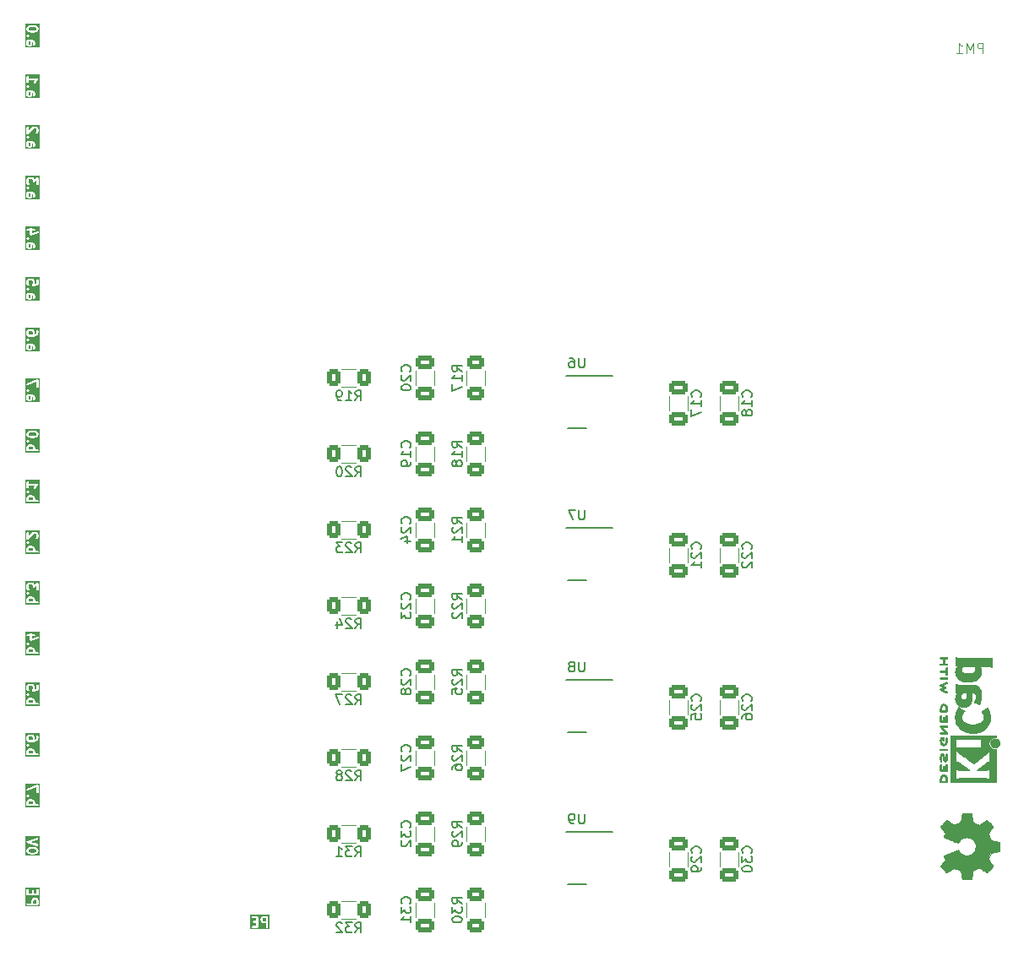
<source format=gbr>
%TF.GenerationSoftware,KiCad,Pcbnew,8.0.4-8.0.4-0~ubuntu22.04.1*%
%TF.CreationDate,2024-08-10T21:57:20+03:00*%
%TF.ProjectId,PM-DI16-DC24sink,504d2d44-4931-4362-9d44-43323473696e,rev?*%
%TF.SameCoordinates,Original*%
%TF.FileFunction,Legend,Bot*%
%TF.FilePolarity,Positive*%
%FSLAX46Y46*%
G04 Gerber Fmt 4.6, Leading zero omitted, Abs format (unit mm)*
G04 Created by KiCad (PCBNEW 8.0.4-8.0.4-0~ubuntu22.04.1) date 2024-08-10 21:57:20*
%MOMM*%
%LPD*%
G01*
G04 APERTURE LIST*
G04 Aperture macros list*
%AMRoundRect*
0 Rectangle with rounded corners*
0 $1 Rounding radius*
0 $2 $3 $4 $5 $6 $7 $8 $9 X,Y pos of 4 corners*
0 Add a 4 corners polygon primitive as box body*
4,1,4,$2,$3,$4,$5,$6,$7,$8,$9,$2,$3,0*
0 Add four circle primitives for the rounded corners*
1,1,$1+$1,$2,$3*
1,1,$1+$1,$4,$5*
1,1,$1+$1,$6,$7*
1,1,$1+$1,$8,$9*
0 Add four rect primitives between the rounded corners*
20,1,$1+$1,$2,$3,$4,$5,0*
20,1,$1+$1,$4,$5,$6,$7,0*
20,1,$1+$1,$6,$7,$8,$9,0*
20,1,$1+$1,$8,$9,$2,$3,0*%
G04 Aperture macros list end*
%ADD10C,0.200000*%
%ADD11C,0.150000*%
%ADD12C,0.100000*%
%ADD13C,0.120000*%
%ADD14C,0.010000*%
%ADD15R,1.700000X1.700000*%
%ADD16O,1.700000X1.700000*%
%ADD17O,6.350000X6.350000*%
%ADD18R,3.500000X3.500000*%
%ADD19C,3.500000*%
%ADD20C,3.200000*%
%ADD21RoundRect,0.250000X0.650000X-0.412500X0.650000X0.412500X-0.650000X0.412500X-0.650000X-0.412500X0*%
%ADD22O,1.649999X0.399999*%
%ADD23RoundRect,0.250000X-0.650000X0.412500X-0.650000X-0.412500X0.650000X-0.412500X0.650000X0.412500X0*%
%ADD24RoundRect,0.250000X-0.625000X0.400000X-0.625000X-0.400000X0.625000X-0.400000X0.625000X0.400000X0*%
%ADD25RoundRect,0.250000X-0.400000X-0.625000X0.400000X-0.625000X0.400000X0.625000X-0.400000X0.625000X0*%
G04 APERTURE END LIST*
D10*
G36*
X26729973Y-98372185D02*
G01*
X26754642Y-98396853D01*
X26784447Y-98456463D01*
X26784447Y-98599725D01*
X26775025Y-98618570D01*
X26327202Y-98618570D01*
X26317780Y-98599725D01*
X26317780Y-98456462D01*
X26347583Y-98396855D01*
X26372254Y-98372184D01*
X26431864Y-98342380D01*
X26670364Y-98342380D01*
X26729973Y-98372185D01*
G37*
G36*
X26992399Y-96955779D02*
G01*
X27063306Y-96991233D01*
X27087975Y-97015901D01*
X27117780Y-97075511D01*
X27117780Y-97123535D01*
X27087975Y-97183144D01*
X27063306Y-97207812D01*
X26992399Y-97243266D01*
X26824518Y-97285237D01*
X26611042Y-97285237D01*
X26443161Y-97243266D01*
X26372254Y-97207813D01*
X26347583Y-97183142D01*
X26317780Y-97123535D01*
X26317780Y-97075510D01*
X26347583Y-97015903D01*
X26372254Y-96991232D01*
X26443161Y-96955779D01*
X26611042Y-96913809D01*
X26824518Y-96913809D01*
X26992399Y-96955779D01*
G37*
G36*
X27428891Y-98929681D02*
G01*
X26006669Y-98929681D01*
X26006669Y-98432856D01*
X26117780Y-98432856D01*
X26117780Y-98623332D01*
X26119701Y-98642841D01*
X26121076Y-98646160D01*
X26121331Y-98649746D01*
X26128338Y-98668054D01*
X26130638Y-98672655D01*
X26119701Y-98699061D01*
X26119701Y-98738079D01*
X26134633Y-98774127D01*
X26162223Y-98801717D01*
X26198271Y-98816649D01*
X26217780Y-98818570D01*
X27217780Y-98818570D01*
X27237289Y-98816649D01*
X27273337Y-98801717D01*
X27300927Y-98774127D01*
X27315859Y-98738079D01*
X27315859Y-98699061D01*
X27300927Y-98663013D01*
X27273337Y-98635423D01*
X27237289Y-98620491D01*
X27217780Y-98618570D01*
X26984447Y-98618570D01*
X26984447Y-98432856D01*
X26982526Y-98413347D01*
X26981150Y-98410026D01*
X26980896Y-98406443D01*
X26973890Y-98388134D01*
X26926271Y-98292897D01*
X26920985Y-98284500D01*
X26919975Y-98282060D01*
X26917721Y-98279314D01*
X26915828Y-98276306D01*
X26913830Y-98274573D01*
X26907538Y-98266907D01*
X26859920Y-98219288D01*
X26852249Y-98212993D01*
X26850520Y-98210999D01*
X26847512Y-98209105D01*
X26844766Y-98206852D01*
X26842326Y-98205841D01*
X26833930Y-98200556D01*
X26738692Y-98152937D01*
X26720384Y-98145931D01*
X26716800Y-98145676D01*
X26713480Y-98144301D01*
X26693971Y-98142380D01*
X26408257Y-98142380D01*
X26388748Y-98144301D01*
X26385427Y-98145676D01*
X26381844Y-98145931D01*
X26363535Y-98152937D01*
X26268298Y-98200556D01*
X26259901Y-98205841D01*
X26257461Y-98206852D01*
X26254715Y-98209105D01*
X26251707Y-98210999D01*
X26249974Y-98212996D01*
X26242308Y-98219289D01*
X26194689Y-98266907D01*
X26188397Y-98274573D01*
X26186401Y-98276305D01*
X26184506Y-98279315D01*
X26182253Y-98282061D01*
X26181242Y-98284500D01*
X26175958Y-98292896D01*
X26128338Y-98388134D01*
X26121331Y-98406442D01*
X26121076Y-98410027D01*
X26119701Y-98413347D01*
X26117780Y-98432856D01*
X26006669Y-98432856D01*
X26006669Y-97794299D01*
X26119701Y-97794299D01*
X26119701Y-97833317D01*
X26121185Y-97836900D01*
X26134632Y-97869365D01*
X26134633Y-97869366D01*
X26147070Y-97884519D01*
X26194690Y-97932138D01*
X26209843Y-97944575D01*
X26235333Y-97955132D01*
X26245891Y-97959506D01*
X26245892Y-97959506D01*
X26284909Y-97959506D01*
X26306026Y-97950758D01*
X26320958Y-97944574D01*
X26320962Y-97944569D01*
X26336111Y-97932138D01*
X26383729Y-97884519D01*
X26396166Y-97869366D01*
X26407535Y-97841918D01*
X26411098Y-97833317D01*
X26411098Y-97794299D01*
X26396166Y-97758251D01*
X26396166Y-97758250D01*
X26383729Y-97743097D01*
X26336111Y-97695478D01*
X26320962Y-97683046D01*
X26320958Y-97683042D01*
X26306026Y-97676857D01*
X26284909Y-97668110D01*
X26245891Y-97668110D01*
X26235333Y-97672483D01*
X26209843Y-97683041D01*
X26194690Y-97695478D01*
X26147070Y-97743097D01*
X26134633Y-97758250D01*
X26134632Y-97758251D01*
X26124074Y-97783741D01*
X26119701Y-97794299D01*
X26006669Y-97794299D01*
X26006669Y-97051904D01*
X26117780Y-97051904D01*
X26117780Y-97147142D01*
X26119701Y-97166651D01*
X26121076Y-97169970D01*
X26121331Y-97173556D01*
X26128338Y-97191864D01*
X26175958Y-97287102D01*
X26181242Y-97295497D01*
X26182253Y-97297937D01*
X26184506Y-97300682D01*
X26186401Y-97303693D01*
X26188397Y-97305424D01*
X26194689Y-97313091D01*
X26242308Y-97360709D01*
X26249974Y-97367001D01*
X26251707Y-97368999D01*
X26254715Y-97370892D01*
X26257461Y-97373146D01*
X26259901Y-97374156D01*
X26268298Y-97379442D01*
X26363535Y-97427061D01*
X26364963Y-97427607D01*
X26365543Y-97428037D01*
X26373719Y-97430958D01*
X26381844Y-97434067D01*
X26382564Y-97434118D01*
X26384003Y-97434632D01*
X26574479Y-97482251D01*
X26577860Y-97482751D01*
X26579224Y-97483316D01*
X26586574Y-97484039D01*
X26593872Y-97485119D01*
X26595330Y-97484901D01*
X26598733Y-97485237D01*
X26836828Y-97485237D01*
X26840230Y-97484901D01*
X26841689Y-97485119D01*
X26848986Y-97484039D01*
X26856337Y-97483316D01*
X26857700Y-97482751D01*
X26861082Y-97482251D01*
X27051557Y-97434632D01*
X27052994Y-97434118D01*
X27053717Y-97434067D01*
X27061841Y-97430958D01*
X27070018Y-97428037D01*
X27070598Y-97427606D01*
X27072025Y-97427061D01*
X27167263Y-97379442D01*
X27175659Y-97374156D01*
X27178099Y-97373146D01*
X27180845Y-97370892D01*
X27183853Y-97368999D01*
X27185582Y-97367004D01*
X27193253Y-97360710D01*
X27240871Y-97313091D01*
X27247163Y-97305424D01*
X27249161Y-97303692D01*
X27251054Y-97300683D01*
X27253308Y-97297938D01*
X27254318Y-97295497D01*
X27259604Y-97287101D01*
X27307223Y-97191864D01*
X27314229Y-97173555D01*
X27314483Y-97169971D01*
X27315859Y-97166651D01*
X27317780Y-97147142D01*
X27317780Y-97051904D01*
X27315859Y-97032395D01*
X27314483Y-97029074D01*
X27314229Y-97025491D01*
X27307223Y-97007182D01*
X27259604Y-96911945D01*
X27254318Y-96903548D01*
X27253308Y-96901108D01*
X27251054Y-96898362D01*
X27249161Y-96895354D01*
X27247163Y-96893621D01*
X27240871Y-96885955D01*
X27193253Y-96838336D01*
X27185582Y-96832041D01*
X27183853Y-96830047D01*
X27180845Y-96828153D01*
X27178099Y-96825900D01*
X27175659Y-96824889D01*
X27167263Y-96819604D01*
X27072025Y-96771985D01*
X27070598Y-96771439D01*
X27070018Y-96771009D01*
X27061841Y-96768087D01*
X27053717Y-96764979D01*
X27052994Y-96764927D01*
X27051557Y-96764414D01*
X26861082Y-96716795D01*
X26857700Y-96716294D01*
X26856337Y-96715730D01*
X26848986Y-96715006D01*
X26841689Y-96713927D01*
X26840230Y-96714144D01*
X26836828Y-96713809D01*
X26598733Y-96713809D01*
X26595330Y-96714144D01*
X26593872Y-96713927D01*
X26586574Y-96715006D01*
X26579224Y-96715730D01*
X26577860Y-96716294D01*
X26574479Y-96716795D01*
X26384003Y-96764414D01*
X26382564Y-96764927D01*
X26381844Y-96764979D01*
X26373719Y-96768087D01*
X26365543Y-96771009D01*
X26364963Y-96771438D01*
X26363535Y-96771985D01*
X26268298Y-96819604D01*
X26259901Y-96824889D01*
X26257461Y-96825900D01*
X26254715Y-96828153D01*
X26251707Y-96830047D01*
X26249974Y-96832044D01*
X26242308Y-96838337D01*
X26194689Y-96885955D01*
X26188397Y-96893621D01*
X26186401Y-96895353D01*
X26184506Y-96898363D01*
X26182253Y-96901109D01*
X26181242Y-96903548D01*
X26175958Y-96911944D01*
X26128338Y-97007182D01*
X26121331Y-97025490D01*
X26121076Y-97029075D01*
X26119701Y-97032395D01*
X26117780Y-97051904D01*
X26006669Y-97051904D01*
X26006669Y-96602698D01*
X27428891Y-96602698D01*
X27428891Y-98929681D01*
G37*
G36*
X26498733Y-68119725D02*
G01*
X26476578Y-68164033D01*
X26432269Y-68186189D01*
X26384245Y-68186189D01*
X26339934Y-68164033D01*
X26317780Y-68119725D01*
X26317780Y-67928843D01*
X26327202Y-67909999D01*
X26498733Y-67909999D01*
X26498733Y-68119725D01*
G37*
G36*
X27428891Y-68497300D02*
G01*
X26006669Y-68497300D01*
X26006669Y-67905237D01*
X26117780Y-67905237D01*
X26117780Y-68143332D01*
X26119701Y-68162841D01*
X26121076Y-68166160D01*
X26121331Y-68169746D01*
X26128338Y-68188054D01*
X26175958Y-68283292D01*
X26178010Y-68286553D01*
X26178524Y-68288093D01*
X26180186Y-68290010D01*
X26186401Y-68299883D01*
X26195873Y-68308097D01*
X26204088Y-68317570D01*
X26213960Y-68323784D01*
X26215878Y-68325447D01*
X26217417Y-68325960D01*
X26220679Y-68328013D01*
X26315916Y-68375632D01*
X26334225Y-68382638D01*
X26337808Y-68382892D01*
X26341129Y-68384268D01*
X26360638Y-68386189D01*
X26455876Y-68386189D01*
X26475385Y-68384268D01*
X26478705Y-68382892D01*
X26482289Y-68382638D01*
X26500597Y-68375632D01*
X26595835Y-68328013D01*
X26599098Y-68325959D01*
X26600637Y-68325446D01*
X26602553Y-68323783D01*
X26612425Y-68317570D01*
X26620638Y-68308099D01*
X26630114Y-68299882D01*
X26636328Y-68290008D01*
X26637990Y-68288093D01*
X26638502Y-68286554D01*
X26640557Y-68283291D01*
X26688176Y-68188054D01*
X26695182Y-68169745D01*
X26695436Y-68166161D01*
X26696812Y-68162841D01*
X26698733Y-68143332D01*
X26698733Y-67928844D01*
X26708156Y-67909999D01*
X26717983Y-67909999D01*
X26762292Y-67932154D01*
X26784447Y-67976463D01*
X26784447Y-68119725D01*
X26747385Y-68193849D01*
X26740379Y-68212157D01*
X26737613Y-68251077D01*
X26749952Y-68288093D01*
X26775516Y-68317570D01*
X26810415Y-68335019D01*
X26849335Y-68337785D01*
X26886351Y-68325446D01*
X26915828Y-68299882D01*
X26926271Y-68283291D01*
X26973890Y-68188054D01*
X26980896Y-68169745D01*
X26981150Y-68166161D01*
X26982526Y-68162841D01*
X26984447Y-68143332D01*
X26984447Y-67952856D01*
X26982526Y-67933347D01*
X26981150Y-67930026D01*
X26980896Y-67926443D01*
X26973890Y-67908134D01*
X26926271Y-67812897D01*
X26924216Y-67809633D01*
X26923704Y-67808095D01*
X26922042Y-67806179D01*
X26915828Y-67796306D01*
X26906352Y-67788088D01*
X26898139Y-67778618D01*
X26888267Y-67772404D01*
X26886351Y-67770742D01*
X26884812Y-67770228D01*
X26881549Y-67768175D01*
X26786311Y-67720556D01*
X26768003Y-67713550D01*
X26764419Y-67713295D01*
X26761099Y-67711920D01*
X26741590Y-67709999D01*
X26217780Y-67709999D01*
X26198271Y-67711920D01*
X26162223Y-67726852D01*
X26134633Y-67754442D01*
X26119701Y-67790490D01*
X26119701Y-67829508D01*
X26130638Y-67855913D01*
X26128338Y-67860515D01*
X26121331Y-67878823D01*
X26121076Y-67882408D01*
X26119701Y-67885728D01*
X26117780Y-67905237D01*
X26006669Y-67905237D01*
X26006669Y-67314299D01*
X26119701Y-67314299D01*
X26119701Y-67353317D01*
X26121185Y-67356900D01*
X26134632Y-67389365D01*
X26134633Y-67389366D01*
X26147070Y-67404519D01*
X26194690Y-67452138D01*
X26209843Y-67464575D01*
X26235333Y-67475132D01*
X26245891Y-67479506D01*
X26245892Y-67479506D01*
X26284909Y-67479506D01*
X26306026Y-67470758D01*
X26320958Y-67464574D01*
X26320962Y-67464569D01*
X26336111Y-67452138D01*
X26383729Y-67404519D01*
X26396166Y-67389366D01*
X26407535Y-67361918D01*
X26411098Y-67353317D01*
X26411098Y-67314299D01*
X26396166Y-67278251D01*
X26396166Y-67278250D01*
X26383729Y-67263097D01*
X26336111Y-67215478D01*
X26320962Y-67203046D01*
X26320958Y-67203042D01*
X26306026Y-67196857D01*
X26284909Y-67188110D01*
X26245891Y-67188110D01*
X26235333Y-67192483D01*
X26209843Y-67203041D01*
X26194690Y-67215478D01*
X26147070Y-67263097D01*
X26134633Y-67278250D01*
X26134632Y-67278251D01*
X26124074Y-67303741D01*
X26119701Y-67314299D01*
X26006669Y-67314299D01*
X26006669Y-66333809D01*
X26117780Y-66333809D01*
X26117780Y-66952856D01*
X26119701Y-66972365D01*
X26134633Y-67008413D01*
X26162223Y-67036003D01*
X26198271Y-67050935D01*
X26237289Y-67050935D01*
X26273337Y-67036003D01*
X26288491Y-67023567D01*
X26843228Y-66468830D01*
X26948292Y-66433809D01*
X27003697Y-66433809D01*
X27063306Y-66463614D01*
X27087975Y-66488282D01*
X27117780Y-66547892D01*
X27117780Y-66738773D01*
X27087975Y-66798382D01*
X27051831Y-66834526D01*
X27039395Y-66849680D01*
X27024463Y-66885728D01*
X27024463Y-66924746D01*
X27039395Y-66960794D01*
X27066985Y-66988384D01*
X27103033Y-67003316D01*
X27142051Y-67003316D01*
X27178099Y-66988384D01*
X27193253Y-66975948D01*
X27240871Y-66928329D01*
X27247163Y-66920662D01*
X27249161Y-66918930D01*
X27251054Y-66915921D01*
X27253308Y-66913176D01*
X27254318Y-66910735D01*
X27259604Y-66902339D01*
X27307223Y-66807102D01*
X27314229Y-66788793D01*
X27314483Y-66785209D01*
X27315859Y-66781889D01*
X27317780Y-66762380D01*
X27317780Y-66524285D01*
X27315859Y-66504776D01*
X27314483Y-66501455D01*
X27314229Y-66497872D01*
X27307223Y-66479563D01*
X27259604Y-66384326D01*
X27254318Y-66375929D01*
X27253308Y-66373489D01*
X27251054Y-66370743D01*
X27249161Y-66367735D01*
X27247163Y-66366002D01*
X27240871Y-66358336D01*
X27193253Y-66310717D01*
X27185582Y-66304422D01*
X27183853Y-66302428D01*
X27180845Y-66300534D01*
X27178099Y-66298281D01*
X27175659Y-66297270D01*
X27167263Y-66291985D01*
X27072025Y-66244366D01*
X27053717Y-66237360D01*
X27050133Y-66237105D01*
X27046813Y-66235730D01*
X27027304Y-66233809D01*
X26932066Y-66233809D01*
X26922192Y-66234781D01*
X26919558Y-66234594D01*
X26916094Y-66235381D01*
X26912557Y-66235730D01*
X26910115Y-66236741D01*
X26900443Y-66238941D01*
X26757586Y-66286560D01*
X26739686Y-66294551D01*
X26736970Y-66296906D01*
X26733652Y-66298281D01*
X26718498Y-66310717D01*
X26317780Y-66711434D01*
X26317780Y-66333809D01*
X26315859Y-66314300D01*
X26300927Y-66278252D01*
X26273337Y-66250662D01*
X26237289Y-66235730D01*
X26198271Y-66235730D01*
X26162223Y-66250662D01*
X26134633Y-66278252D01*
X26119701Y-66314300D01*
X26117780Y-66333809D01*
X26006669Y-66333809D01*
X26006669Y-66122698D01*
X27428891Y-66122698D01*
X27428891Y-68497300D01*
G37*
G36*
X26498733Y-83359725D02*
G01*
X26476578Y-83404033D01*
X26432269Y-83426189D01*
X26384245Y-83426189D01*
X26339934Y-83404033D01*
X26317780Y-83359725D01*
X26317780Y-83168843D01*
X26327202Y-83149999D01*
X26498733Y-83149999D01*
X26498733Y-83359725D01*
G37*
G36*
X27428891Y-83737300D02*
G01*
X26006669Y-83737300D01*
X26006669Y-83145237D01*
X26117780Y-83145237D01*
X26117780Y-83383332D01*
X26119701Y-83402841D01*
X26121076Y-83406160D01*
X26121331Y-83409746D01*
X26128338Y-83428054D01*
X26175958Y-83523292D01*
X26178010Y-83526553D01*
X26178524Y-83528093D01*
X26180186Y-83530010D01*
X26186401Y-83539883D01*
X26195873Y-83548097D01*
X26204088Y-83557570D01*
X26213960Y-83563784D01*
X26215878Y-83565447D01*
X26217417Y-83565960D01*
X26220679Y-83568013D01*
X26315916Y-83615632D01*
X26334225Y-83622638D01*
X26337808Y-83622892D01*
X26341129Y-83624268D01*
X26360638Y-83626189D01*
X26455876Y-83626189D01*
X26475385Y-83624268D01*
X26478705Y-83622892D01*
X26482289Y-83622638D01*
X26500597Y-83615632D01*
X26595835Y-83568013D01*
X26599098Y-83565959D01*
X26600637Y-83565446D01*
X26602553Y-83563783D01*
X26612425Y-83557570D01*
X26620638Y-83548099D01*
X26630114Y-83539882D01*
X26636328Y-83530008D01*
X26637990Y-83528093D01*
X26638502Y-83526554D01*
X26640557Y-83523291D01*
X26688176Y-83428054D01*
X26695182Y-83409745D01*
X26695436Y-83406161D01*
X26696812Y-83402841D01*
X26698733Y-83383332D01*
X26698733Y-83168844D01*
X26708156Y-83149999D01*
X26717983Y-83149999D01*
X26762292Y-83172154D01*
X26784447Y-83216463D01*
X26784447Y-83359725D01*
X26747385Y-83433849D01*
X26740379Y-83452157D01*
X26737613Y-83491077D01*
X26749952Y-83528093D01*
X26775516Y-83557570D01*
X26810415Y-83575019D01*
X26849335Y-83577785D01*
X26886351Y-83565446D01*
X26915828Y-83539882D01*
X26926271Y-83523291D01*
X26973890Y-83428054D01*
X26980896Y-83409745D01*
X26981150Y-83406161D01*
X26982526Y-83402841D01*
X26984447Y-83383332D01*
X26984447Y-83192856D01*
X26982526Y-83173347D01*
X26981150Y-83170026D01*
X26980896Y-83166443D01*
X26973890Y-83148134D01*
X26926271Y-83052897D01*
X26924216Y-83049633D01*
X26923704Y-83048095D01*
X26922042Y-83046179D01*
X26915828Y-83036306D01*
X26906352Y-83028088D01*
X26898139Y-83018618D01*
X26888267Y-83012404D01*
X26886351Y-83010742D01*
X26884812Y-83010228D01*
X26881549Y-83008175D01*
X26786311Y-82960556D01*
X26768003Y-82953550D01*
X26764419Y-82953295D01*
X26761099Y-82951920D01*
X26741590Y-82949999D01*
X26217780Y-82949999D01*
X26198271Y-82951920D01*
X26162223Y-82966852D01*
X26134633Y-82994442D01*
X26119701Y-83030490D01*
X26119701Y-83069508D01*
X26130638Y-83095913D01*
X26128338Y-83100515D01*
X26121331Y-83118823D01*
X26121076Y-83122408D01*
X26119701Y-83125728D01*
X26117780Y-83145237D01*
X26006669Y-83145237D01*
X26006669Y-82554299D01*
X26119701Y-82554299D01*
X26119701Y-82593317D01*
X26121185Y-82596900D01*
X26134632Y-82629365D01*
X26134633Y-82629366D01*
X26147070Y-82644519D01*
X26194690Y-82692138D01*
X26209843Y-82704575D01*
X26235333Y-82715132D01*
X26245891Y-82719506D01*
X26245892Y-82719506D01*
X26284909Y-82719506D01*
X26306026Y-82710758D01*
X26320958Y-82704574D01*
X26320962Y-82704569D01*
X26336111Y-82692138D01*
X26383729Y-82644519D01*
X26396166Y-82629366D01*
X26407535Y-82601918D01*
X26411098Y-82593317D01*
X26411098Y-82554299D01*
X26396166Y-82518251D01*
X26396166Y-82518250D01*
X26383729Y-82503097D01*
X26336111Y-82455478D01*
X26320962Y-82443046D01*
X26320958Y-82443042D01*
X26306026Y-82436857D01*
X26284909Y-82428110D01*
X26245891Y-82428110D01*
X26235333Y-82432483D01*
X26209843Y-82443041D01*
X26194690Y-82455478D01*
X26147070Y-82503097D01*
X26134633Y-82518250D01*
X26134632Y-82518251D01*
X26124074Y-82543741D01*
X26119701Y-82554299D01*
X26006669Y-82554299D01*
X26006669Y-81764285D01*
X26117780Y-81764285D01*
X26117780Y-82002380D01*
X26119701Y-82021889D01*
X26121076Y-82025208D01*
X26121331Y-82028794D01*
X26128338Y-82047102D01*
X26175958Y-82142340D01*
X26181242Y-82150735D01*
X26182253Y-82153175D01*
X26184506Y-82155920D01*
X26186401Y-82158931D01*
X26188397Y-82160662D01*
X26194689Y-82168329D01*
X26242308Y-82215947D01*
X26257461Y-82228384D01*
X26293510Y-82243315D01*
X26332528Y-82243315D01*
X26368576Y-82228384D01*
X26396166Y-82200794D01*
X26411097Y-82164746D01*
X26411097Y-82125728D01*
X26396166Y-82089679D01*
X26383729Y-82074526D01*
X26347583Y-82038380D01*
X26317780Y-81978773D01*
X26317780Y-81787891D01*
X26347583Y-81728284D01*
X26372254Y-81703613D01*
X26431864Y-81673809D01*
X26622745Y-81673809D01*
X26682354Y-81703614D01*
X26707023Y-81728282D01*
X26736828Y-81787892D01*
X26736828Y-81978773D01*
X26707023Y-82038382D01*
X26670879Y-82074526D01*
X26658443Y-82089680D01*
X26656515Y-82094332D01*
X26653328Y-82098229D01*
X26649107Y-82112218D01*
X26643511Y-82125728D01*
X26643511Y-82130765D01*
X26642057Y-82135584D01*
X26643511Y-82150125D01*
X26643511Y-82164746D01*
X26645438Y-82169398D01*
X26645939Y-82174408D01*
X26652848Y-82187288D01*
X26658443Y-82200794D01*
X26662003Y-82204354D01*
X26664384Y-82208792D01*
X26675696Y-82218047D01*
X26686033Y-82228384D01*
X26690685Y-82230311D01*
X26694582Y-82233499D01*
X26708571Y-82237719D01*
X26722081Y-82243316D01*
X26727118Y-82243316D01*
X26731937Y-82244770D01*
X26751540Y-82244741D01*
X27227730Y-82197122D01*
X27234839Y-82195697D01*
X27237289Y-82195697D01*
X27239586Y-82194745D01*
X27246951Y-82193269D01*
X27259831Y-82186359D01*
X27273337Y-82180765D01*
X27276897Y-82177204D01*
X27281335Y-82174824D01*
X27290590Y-82163511D01*
X27300927Y-82153175D01*
X27302854Y-82148522D01*
X27306042Y-82144626D01*
X27310262Y-82130636D01*
X27315859Y-82117127D01*
X27316595Y-82109649D01*
X27317313Y-82107271D01*
X27317069Y-82104834D01*
X27317780Y-82097618D01*
X27317780Y-81621428D01*
X27315859Y-81601919D01*
X27300927Y-81565871D01*
X27273337Y-81538281D01*
X27237289Y-81523349D01*
X27198271Y-81523349D01*
X27162223Y-81538281D01*
X27134633Y-81565871D01*
X27119701Y-81601919D01*
X27117780Y-81621428D01*
X27117780Y-82007119D01*
X26933507Y-82025546D01*
X26933531Y-82025209D01*
X26934907Y-82021889D01*
X26936828Y-82002380D01*
X26936828Y-81764285D01*
X26934907Y-81744776D01*
X26933531Y-81741455D01*
X26933277Y-81737872D01*
X26926271Y-81719563D01*
X26878652Y-81624326D01*
X26873366Y-81615929D01*
X26872356Y-81613489D01*
X26870102Y-81610743D01*
X26868209Y-81607735D01*
X26866211Y-81606002D01*
X26859919Y-81598336D01*
X26812301Y-81550717D01*
X26804630Y-81544422D01*
X26802901Y-81542428D01*
X26799893Y-81540534D01*
X26797147Y-81538281D01*
X26794707Y-81537270D01*
X26786311Y-81531985D01*
X26691073Y-81484366D01*
X26672765Y-81477360D01*
X26669181Y-81477105D01*
X26665861Y-81475730D01*
X26646352Y-81473809D01*
X26408257Y-81473809D01*
X26388748Y-81475730D01*
X26385427Y-81477105D01*
X26381844Y-81477360D01*
X26363535Y-81484366D01*
X26268298Y-81531985D01*
X26259901Y-81537270D01*
X26257461Y-81538281D01*
X26254715Y-81540534D01*
X26251707Y-81542428D01*
X26249974Y-81544425D01*
X26242308Y-81550718D01*
X26194689Y-81598336D01*
X26188397Y-81606002D01*
X26186401Y-81607734D01*
X26184506Y-81610744D01*
X26182253Y-81613490D01*
X26181242Y-81615929D01*
X26175958Y-81624325D01*
X26128338Y-81719563D01*
X26121331Y-81737871D01*
X26121076Y-81741456D01*
X26119701Y-81744776D01*
X26117780Y-81764285D01*
X26006669Y-81764285D01*
X26006669Y-81362698D01*
X27428891Y-81362698D01*
X27428891Y-83737300D01*
G37*
G36*
X26498733Y-88439725D02*
G01*
X26476578Y-88484033D01*
X26432269Y-88506189D01*
X26384245Y-88506189D01*
X26339934Y-88484033D01*
X26317780Y-88439725D01*
X26317780Y-88248843D01*
X26327202Y-88229999D01*
X26498733Y-88229999D01*
X26498733Y-88439725D01*
G37*
G36*
X26682354Y-86783614D02*
G01*
X26707023Y-86808282D01*
X26736828Y-86867892D01*
X26736828Y-87011154D01*
X26707023Y-87070763D01*
X26682354Y-87095431D01*
X26622745Y-87125237D01*
X26431864Y-87125237D01*
X26372254Y-87095432D01*
X26347583Y-87070761D01*
X26317780Y-87011154D01*
X26317780Y-86867891D01*
X26347583Y-86808284D01*
X26372254Y-86783613D01*
X26431864Y-86753809D01*
X26622745Y-86753809D01*
X26682354Y-86783614D01*
G37*
G36*
X27428891Y-88817300D02*
G01*
X26006669Y-88817300D01*
X26006669Y-88225237D01*
X26117780Y-88225237D01*
X26117780Y-88463332D01*
X26119701Y-88482841D01*
X26121076Y-88486160D01*
X26121331Y-88489746D01*
X26128338Y-88508054D01*
X26175958Y-88603292D01*
X26178010Y-88606553D01*
X26178524Y-88608093D01*
X26180186Y-88610010D01*
X26186401Y-88619883D01*
X26195873Y-88628097D01*
X26204088Y-88637570D01*
X26213960Y-88643784D01*
X26215878Y-88645447D01*
X26217417Y-88645960D01*
X26220679Y-88648013D01*
X26315916Y-88695632D01*
X26334225Y-88702638D01*
X26337808Y-88702892D01*
X26341129Y-88704268D01*
X26360638Y-88706189D01*
X26455876Y-88706189D01*
X26475385Y-88704268D01*
X26478705Y-88702892D01*
X26482289Y-88702638D01*
X26500597Y-88695632D01*
X26595835Y-88648013D01*
X26599098Y-88645959D01*
X26600637Y-88645446D01*
X26602553Y-88643783D01*
X26612425Y-88637570D01*
X26620638Y-88628099D01*
X26630114Y-88619882D01*
X26636328Y-88610008D01*
X26637990Y-88608093D01*
X26638502Y-88606554D01*
X26640557Y-88603291D01*
X26688176Y-88508054D01*
X26695182Y-88489745D01*
X26695436Y-88486161D01*
X26696812Y-88482841D01*
X26698733Y-88463332D01*
X26698733Y-88248844D01*
X26708156Y-88229999D01*
X26717983Y-88229999D01*
X26762292Y-88252154D01*
X26784447Y-88296463D01*
X26784447Y-88439725D01*
X26747385Y-88513849D01*
X26740379Y-88532157D01*
X26737613Y-88571077D01*
X26749952Y-88608093D01*
X26775516Y-88637570D01*
X26810415Y-88655019D01*
X26849335Y-88657785D01*
X26886351Y-88645446D01*
X26915828Y-88619882D01*
X26926271Y-88603291D01*
X26973890Y-88508054D01*
X26980896Y-88489745D01*
X26981150Y-88486161D01*
X26982526Y-88482841D01*
X26984447Y-88463332D01*
X26984447Y-88272856D01*
X26982526Y-88253347D01*
X26981150Y-88250026D01*
X26980896Y-88246443D01*
X26973890Y-88228134D01*
X26926271Y-88132897D01*
X26924216Y-88129633D01*
X26923704Y-88128095D01*
X26922042Y-88126179D01*
X26915828Y-88116306D01*
X26906352Y-88108088D01*
X26898139Y-88098618D01*
X26888267Y-88092404D01*
X26886351Y-88090742D01*
X26884812Y-88090228D01*
X26881549Y-88088175D01*
X26786311Y-88040556D01*
X26768003Y-88033550D01*
X26764419Y-88033295D01*
X26761099Y-88031920D01*
X26741590Y-88029999D01*
X26217780Y-88029999D01*
X26198271Y-88031920D01*
X26162223Y-88046852D01*
X26134633Y-88074442D01*
X26119701Y-88110490D01*
X26119701Y-88149508D01*
X26130638Y-88175913D01*
X26128338Y-88180515D01*
X26121331Y-88198823D01*
X26121076Y-88202408D01*
X26119701Y-88205728D01*
X26117780Y-88225237D01*
X26006669Y-88225237D01*
X26006669Y-87634299D01*
X26119701Y-87634299D01*
X26119701Y-87673317D01*
X26121185Y-87676900D01*
X26134632Y-87709365D01*
X26134633Y-87709366D01*
X26147070Y-87724519D01*
X26194690Y-87772138D01*
X26209843Y-87784575D01*
X26235333Y-87795132D01*
X26245891Y-87799506D01*
X26245892Y-87799506D01*
X26284909Y-87799506D01*
X26306026Y-87790758D01*
X26320958Y-87784574D01*
X26320962Y-87784569D01*
X26336111Y-87772138D01*
X26383729Y-87724519D01*
X26396166Y-87709366D01*
X26407535Y-87681918D01*
X26411098Y-87673317D01*
X26411098Y-87634299D01*
X26396166Y-87598251D01*
X26396166Y-87598250D01*
X26383729Y-87583097D01*
X26336111Y-87535478D01*
X26320962Y-87523046D01*
X26320958Y-87523042D01*
X26306026Y-87516857D01*
X26284909Y-87508110D01*
X26245891Y-87508110D01*
X26235333Y-87512483D01*
X26209843Y-87523041D01*
X26194690Y-87535478D01*
X26147070Y-87583097D01*
X26134633Y-87598250D01*
X26134632Y-87598251D01*
X26124074Y-87623741D01*
X26119701Y-87634299D01*
X26006669Y-87634299D01*
X26006669Y-86844285D01*
X26117780Y-86844285D01*
X26117780Y-87034761D01*
X26119701Y-87054270D01*
X26121076Y-87057589D01*
X26121331Y-87061175D01*
X26128338Y-87079483D01*
X26175958Y-87174721D01*
X26181242Y-87183116D01*
X26182253Y-87185556D01*
X26184506Y-87188301D01*
X26186401Y-87191312D01*
X26188397Y-87193043D01*
X26194689Y-87200710D01*
X26242308Y-87248328D01*
X26249974Y-87254620D01*
X26251707Y-87256618D01*
X26254715Y-87258511D01*
X26257461Y-87260765D01*
X26259901Y-87261775D01*
X26268298Y-87267061D01*
X26363535Y-87314680D01*
X26381844Y-87321686D01*
X26385427Y-87321940D01*
X26388748Y-87323316D01*
X26408257Y-87325237D01*
X26789209Y-87325237D01*
X26792611Y-87324901D01*
X26794070Y-87325119D01*
X26801367Y-87324039D01*
X26808718Y-87323316D01*
X26810081Y-87322751D01*
X26813463Y-87322251D01*
X27003938Y-87274632D01*
X27015433Y-87270525D01*
X27017857Y-87270046D01*
X27020053Y-87268874D01*
X27022399Y-87268037D01*
X27024385Y-87266565D01*
X27035155Y-87260823D01*
X27178012Y-87165585D01*
X27178066Y-87165540D01*
X27178099Y-87165527D01*
X27185630Y-87159346D01*
X27193179Y-87153165D01*
X27193198Y-87153135D01*
X27193253Y-87153091D01*
X27240871Y-87105472D01*
X27247163Y-87097805D01*
X27249161Y-87096073D01*
X27251054Y-87093064D01*
X27253308Y-87090319D01*
X27254318Y-87087878D01*
X27259604Y-87079482D01*
X27307223Y-86984245D01*
X27314229Y-86965936D01*
X27314483Y-86962352D01*
X27315859Y-86959032D01*
X27317780Y-86939523D01*
X27317780Y-86749047D01*
X27315859Y-86729538D01*
X27300927Y-86693490D01*
X27273337Y-86665900D01*
X27237289Y-86650968D01*
X27198271Y-86650968D01*
X27162223Y-86665900D01*
X27134633Y-86693490D01*
X27119701Y-86729538D01*
X27117780Y-86749047D01*
X27117780Y-86915916D01*
X27087975Y-86975525D01*
X27058831Y-87004668D01*
X26938627Y-87084805D01*
X26921464Y-87089095D01*
X26926271Y-87079483D01*
X26933277Y-87061174D01*
X26933531Y-87057590D01*
X26934907Y-87054270D01*
X26936828Y-87034761D01*
X26936828Y-86844285D01*
X26934907Y-86824776D01*
X26933531Y-86821455D01*
X26933277Y-86817872D01*
X26926271Y-86799563D01*
X26878652Y-86704326D01*
X26873366Y-86695929D01*
X26872356Y-86693489D01*
X26870102Y-86690743D01*
X26868209Y-86687735D01*
X26866211Y-86686002D01*
X26859919Y-86678336D01*
X26812301Y-86630717D01*
X26804630Y-86624422D01*
X26802901Y-86622428D01*
X26799893Y-86620534D01*
X26797147Y-86618281D01*
X26794707Y-86617270D01*
X26786311Y-86611985D01*
X26691073Y-86564366D01*
X26672765Y-86557360D01*
X26669181Y-86557105D01*
X26665861Y-86555730D01*
X26646352Y-86553809D01*
X26408257Y-86553809D01*
X26388748Y-86555730D01*
X26385427Y-86557105D01*
X26381844Y-86557360D01*
X26363535Y-86564366D01*
X26268298Y-86611985D01*
X26259901Y-86617270D01*
X26257461Y-86618281D01*
X26254715Y-86620534D01*
X26251707Y-86622428D01*
X26249974Y-86624425D01*
X26242308Y-86630718D01*
X26194689Y-86678336D01*
X26188397Y-86686002D01*
X26186401Y-86687734D01*
X26184506Y-86690744D01*
X26182253Y-86693490D01*
X26181242Y-86695929D01*
X26175958Y-86704325D01*
X26128338Y-86799563D01*
X26121331Y-86817871D01*
X26121076Y-86821456D01*
X26119701Y-86824776D01*
X26117780Y-86844285D01*
X26006669Y-86844285D01*
X26006669Y-86442698D01*
X27428891Y-86442698D01*
X27428891Y-88817300D01*
G37*
G36*
X27063306Y-143782662D02*
G01*
X27087975Y-143807330D01*
X27117780Y-143866940D01*
X27117780Y-144124285D01*
X26793971Y-144124285D01*
X26793971Y-143866940D01*
X26823776Y-143807330D01*
X26848444Y-143782661D01*
X26908054Y-143752857D01*
X27003697Y-143752857D01*
X27063306Y-143782662D01*
G37*
G36*
X27428891Y-144435396D02*
G01*
X26006669Y-144435396D01*
X26006669Y-144204776D01*
X26119701Y-144204776D01*
X26119701Y-144243794D01*
X26134633Y-144279842D01*
X26162223Y-144307432D01*
X26198271Y-144322364D01*
X26217780Y-144324285D01*
X27217780Y-144324285D01*
X27237289Y-144322364D01*
X27273337Y-144307432D01*
X27300927Y-144279842D01*
X27315859Y-144243794D01*
X27317780Y-144224285D01*
X27317780Y-143843333D01*
X27315859Y-143823824D01*
X27314483Y-143820503D01*
X27314229Y-143816920D01*
X27307223Y-143798611D01*
X27259604Y-143703374D01*
X27254318Y-143694977D01*
X27253308Y-143692537D01*
X27251054Y-143689791D01*
X27249161Y-143686783D01*
X27247163Y-143685050D01*
X27240871Y-143677384D01*
X27193253Y-143629765D01*
X27185582Y-143623470D01*
X27183853Y-143621476D01*
X27180845Y-143619582D01*
X27178099Y-143617329D01*
X27175659Y-143616318D01*
X27167263Y-143611033D01*
X27072025Y-143563414D01*
X27053717Y-143556408D01*
X27050133Y-143556153D01*
X27046813Y-143554778D01*
X27027304Y-143552857D01*
X26884447Y-143552857D01*
X26864938Y-143554778D01*
X26861617Y-143556153D01*
X26858034Y-143556408D01*
X26839725Y-143563414D01*
X26744488Y-143611033D01*
X26736091Y-143616318D01*
X26733651Y-143617329D01*
X26730905Y-143619582D01*
X26727897Y-143621476D01*
X26726164Y-143623473D01*
X26718498Y-143629766D01*
X26670879Y-143677384D01*
X26664584Y-143685054D01*
X26662590Y-143686784D01*
X26660696Y-143689791D01*
X26658443Y-143692538D01*
X26657432Y-143694977D01*
X26652147Y-143703374D01*
X26604528Y-143798612D01*
X26597522Y-143816920D01*
X26597267Y-143820503D01*
X26595892Y-143823824D01*
X26593971Y-143843333D01*
X26593971Y-144124285D01*
X26217780Y-144124285D01*
X26198271Y-144126206D01*
X26162223Y-144141138D01*
X26134633Y-144168728D01*
X26119701Y-144204776D01*
X26006669Y-144204776D01*
X26006669Y-142748095D01*
X26117780Y-142748095D01*
X26117780Y-143224285D01*
X26119701Y-143243794D01*
X26134633Y-143279842D01*
X26162223Y-143307432D01*
X26198271Y-143322364D01*
X26217780Y-143324285D01*
X27217780Y-143324285D01*
X27237289Y-143322364D01*
X27273337Y-143307432D01*
X27300927Y-143279842D01*
X27315859Y-143243794D01*
X27317780Y-143224285D01*
X27317780Y-142748095D01*
X27315859Y-142728586D01*
X27300927Y-142692538D01*
X27273337Y-142664948D01*
X27237289Y-142650016D01*
X27198271Y-142650016D01*
X27162223Y-142664948D01*
X27134633Y-142692538D01*
X27119701Y-142728586D01*
X27117780Y-142748095D01*
X27117780Y-143124285D01*
X26841590Y-143124285D01*
X26841590Y-142890952D01*
X26839669Y-142871443D01*
X26824737Y-142835395D01*
X26797147Y-142807805D01*
X26761099Y-142792873D01*
X26722081Y-142792873D01*
X26686033Y-142807805D01*
X26658443Y-142835395D01*
X26643511Y-142871443D01*
X26641590Y-142890952D01*
X26641590Y-143124285D01*
X26317780Y-143124285D01*
X26317780Y-142748095D01*
X26315859Y-142728586D01*
X26300927Y-142692538D01*
X26273337Y-142664948D01*
X26237289Y-142650016D01*
X26198271Y-142650016D01*
X26162223Y-142664948D01*
X26134633Y-142692538D01*
X26119701Y-142728586D01*
X26117780Y-142748095D01*
X26006669Y-142748095D01*
X26006669Y-142538905D01*
X27428891Y-142538905D01*
X27428891Y-144435396D01*
G37*
G36*
X26992399Y-138714827D02*
G01*
X27063306Y-138750281D01*
X27087975Y-138774949D01*
X27117780Y-138834559D01*
X27117780Y-138882583D01*
X27087975Y-138942192D01*
X27063306Y-138966860D01*
X26992399Y-139002314D01*
X26824518Y-139044285D01*
X26611042Y-139044285D01*
X26443161Y-139002314D01*
X26372254Y-138966861D01*
X26347583Y-138942190D01*
X26317780Y-138882583D01*
X26317780Y-138834558D01*
X26347583Y-138774951D01*
X26372254Y-138750280D01*
X26443161Y-138714827D01*
X26611042Y-138672857D01*
X26824518Y-138672857D01*
X26992399Y-138714827D01*
G37*
G36*
X27428891Y-139355396D02*
G01*
X26006669Y-139355396D01*
X26006669Y-138810952D01*
X26117780Y-138810952D01*
X26117780Y-138906190D01*
X26119701Y-138925699D01*
X26121076Y-138929018D01*
X26121331Y-138932604D01*
X26128338Y-138950912D01*
X26175958Y-139046150D01*
X26181242Y-139054545D01*
X26182253Y-139056985D01*
X26184506Y-139059730D01*
X26186401Y-139062741D01*
X26188397Y-139064472D01*
X26194689Y-139072139D01*
X26242308Y-139119757D01*
X26249974Y-139126049D01*
X26251707Y-139128047D01*
X26254715Y-139129940D01*
X26257461Y-139132194D01*
X26259901Y-139133204D01*
X26268298Y-139138490D01*
X26363535Y-139186109D01*
X26364963Y-139186655D01*
X26365543Y-139187085D01*
X26373719Y-139190006D01*
X26381844Y-139193115D01*
X26382564Y-139193166D01*
X26384003Y-139193680D01*
X26574479Y-139241299D01*
X26577860Y-139241799D01*
X26579224Y-139242364D01*
X26586574Y-139243087D01*
X26593872Y-139244167D01*
X26595330Y-139243949D01*
X26598733Y-139244285D01*
X26836828Y-139244285D01*
X26840230Y-139243949D01*
X26841689Y-139244167D01*
X26848986Y-139243087D01*
X26856337Y-139242364D01*
X26857700Y-139241799D01*
X26861082Y-139241299D01*
X27051557Y-139193680D01*
X27052994Y-139193166D01*
X27053717Y-139193115D01*
X27061841Y-139190006D01*
X27070018Y-139187085D01*
X27070598Y-139186654D01*
X27072025Y-139186109D01*
X27167263Y-139138490D01*
X27175659Y-139133204D01*
X27178099Y-139132194D01*
X27180845Y-139129940D01*
X27183853Y-139128047D01*
X27185582Y-139126052D01*
X27193253Y-139119758D01*
X27240871Y-139072139D01*
X27247163Y-139064472D01*
X27249161Y-139062740D01*
X27251054Y-139059731D01*
X27253308Y-139056986D01*
X27254318Y-139054545D01*
X27259604Y-139046149D01*
X27307223Y-138950912D01*
X27314229Y-138932603D01*
X27314483Y-138929019D01*
X27315859Y-138925699D01*
X27317780Y-138906190D01*
X27317780Y-138810952D01*
X27315859Y-138791443D01*
X27314483Y-138788122D01*
X27314229Y-138784539D01*
X27307223Y-138766230D01*
X27259604Y-138670993D01*
X27254318Y-138662596D01*
X27253308Y-138660156D01*
X27251054Y-138657410D01*
X27249161Y-138654402D01*
X27247163Y-138652669D01*
X27240871Y-138645003D01*
X27193253Y-138597384D01*
X27185582Y-138591089D01*
X27183853Y-138589095D01*
X27180845Y-138587201D01*
X27178099Y-138584948D01*
X27175659Y-138583937D01*
X27167263Y-138578652D01*
X27072025Y-138531033D01*
X27070598Y-138530487D01*
X27070018Y-138530057D01*
X27061841Y-138527135D01*
X27053717Y-138524027D01*
X27052994Y-138523975D01*
X27051557Y-138523462D01*
X26861082Y-138475843D01*
X26857700Y-138475342D01*
X26856337Y-138474778D01*
X26848986Y-138474054D01*
X26841689Y-138472975D01*
X26840230Y-138473192D01*
X26836828Y-138472857D01*
X26598733Y-138472857D01*
X26595330Y-138473192D01*
X26593872Y-138472975D01*
X26586574Y-138474054D01*
X26579224Y-138474778D01*
X26577860Y-138475342D01*
X26574479Y-138475843D01*
X26384003Y-138523462D01*
X26382564Y-138523975D01*
X26381844Y-138524027D01*
X26373719Y-138527135D01*
X26365543Y-138530057D01*
X26364963Y-138530486D01*
X26363535Y-138531033D01*
X26268298Y-138578652D01*
X26259901Y-138583937D01*
X26257461Y-138584948D01*
X26254715Y-138587201D01*
X26251707Y-138589095D01*
X26249974Y-138591092D01*
X26242308Y-138597385D01*
X26194689Y-138645003D01*
X26188397Y-138652669D01*
X26186401Y-138654401D01*
X26184506Y-138657411D01*
X26182253Y-138660157D01*
X26181242Y-138662596D01*
X26175958Y-138670992D01*
X26128338Y-138766230D01*
X26121331Y-138784538D01*
X26121076Y-138788123D01*
X26119701Y-138791443D01*
X26117780Y-138810952D01*
X26006669Y-138810952D01*
X26006669Y-137941302D01*
X26118565Y-137941302D01*
X26119453Y-137953809D01*
X26118565Y-137966316D01*
X26120824Y-137973094D01*
X26121331Y-137980222D01*
X26126937Y-137991434D01*
X26130903Y-138003332D01*
X26135586Y-138008731D01*
X26138781Y-138015121D01*
X26148252Y-138023336D01*
X26156468Y-138032808D01*
X26162857Y-138036002D01*
X26168257Y-138040686D01*
X26186157Y-138048677D01*
X27186157Y-138382010D01*
X27205272Y-138386357D01*
X27244192Y-138383591D01*
X27279091Y-138366141D01*
X27304656Y-138336665D01*
X27316995Y-138299649D01*
X27314228Y-138260729D01*
X27296779Y-138225830D01*
X27267303Y-138200265D01*
X27249402Y-138192274D01*
X26534007Y-137953809D01*
X27249402Y-137715344D01*
X27267303Y-137707353D01*
X27296779Y-137681788D01*
X27314228Y-137646889D01*
X27316995Y-137607969D01*
X27304656Y-137570953D01*
X27279091Y-137541477D01*
X27244192Y-137524027D01*
X27205272Y-137521261D01*
X27186157Y-137525608D01*
X26186157Y-137858941D01*
X26168257Y-137866932D01*
X26162857Y-137871615D01*
X26156468Y-137874810D01*
X26148252Y-137884281D01*
X26138781Y-137892497D01*
X26135586Y-137898886D01*
X26130903Y-137904286D01*
X26126937Y-137916183D01*
X26121331Y-137927396D01*
X26120824Y-137934523D01*
X26118565Y-137941302D01*
X26006669Y-137941302D01*
X26006669Y-137410150D01*
X27428891Y-137410150D01*
X27428891Y-139355396D01*
G37*
G36*
X26498733Y-78279725D02*
G01*
X26476578Y-78324033D01*
X26432269Y-78346189D01*
X26384245Y-78346189D01*
X26339934Y-78324033D01*
X26317780Y-78279725D01*
X26317780Y-78088843D01*
X26327202Y-78069999D01*
X26498733Y-78069999D01*
X26498733Y-78279725D01*
G37*
G36*
X27475726Y-78657300D02*
G01*
X26006669Y-78657300D01*
X26006669Y-78065237D01*
X26117780Y-78065237D01*
X26117780Y-78303332D01*
X26119701Y-78322841D01*
X26121076Y-78326160D01*
X26121331Y-78329746D01*
X26128338Y-78348054D01*
X26175958Y-78443292D01*
X26178010Y-78446553D01*
X26178524Y-78448093D01*
X26180186Y-78450010D01*
X26186401Y-78459883D01*
X26195873Y-78468097D01*
X26204088Y-78477570D01*
X26213960Y-78483784D01*
X26215878Y-78485447D01*
X26217417Y-78485960D01*
X26220679Y-78488013D01*
X26315916Y-78535632D01*
X26334225Y-78542638D01*
X26337808Y-78542892D01*
X26341129Y-78544268D01*
X26360638Y-78546189D01*
X26455876Y-78546189D01*
X26475385Y-78544268D01*
X26478705Y-78542892D01*
X26482289Y-78542638D01*
X26500597Y-78535632D01*
X26595835Y-78488013D01*
X26599098Y-78485959D01*
X26600637Y-78485446D01*
X26602553Y-78483783D01*
X26612425Y-78477570D01*
X26620638Y-78468099D01*
X26630114Y-78459882D01*
X26636328Y-78450008D01*
X26637990Y-78448093D01*
X26638502Y-78446554D01*
X26640557Y-78443291D01*
X26688176Y-78348054D01*
X26695182Y-78329745D01*
X26695436Y-78326161D01*
X26696812Y-78322841D01*
X26698733Y-78303332D01*
X26698733Y-78088844D01*
X26708156Y-78069999D01*
X26717983Y-78069999D01*
X26762292Y-78092154D01*
X26784447Y-78136463D01*
X26784447Y-78279725D01*
X26747385Y-78353849D01*
X26740379Y-78372157D01*
X26737613Y-78411077D01*
X26749952Y-78448093D01*
X26775516Y-78477570D01*
X26810415Y-78495019D01*
X26849335Y-78497785D01*
X26886351Y-78485446D01*
X26915828Y-78459882D01*
X26926271Y-78443291D01*
X26973890Y-78348054D01*
X26980896Y-78329745D01*
X26981150Y-78326161D01*
X26982526Y-78322841D01*
X26984447Y-78303332D01*
X26984447Y-78112856D01*
X26982526Y-78093347D01*
X26981150Y-78090026D01*
X26980896Y-78086443D01*
X26973890Y-78068134D01*
X26926271Y-77972897D01*
X26924216Y-77969633D01*
X26923704Y-77968095D01*
X26922042Y-77966179D01*
X26915828Y-77956306D01*
X26906352Y-77948088D01*
X26898139Y-77938618D01*
X26888267Y-77932404D01*
X26886351Y-77930742D01*
X26884812Y-77930228D01*
X26881549Y-77928175D01*
X26786311Y-77880556D01*
X26768003Y-77873550D01*
X26764419Y-77873295D01*
X26761099Y-77871920D01*
X26741590Y-77869999D01*
X26217780Y-77869999D01*
X26198271Y-77871920D01*
X26162223Y-77886852D01*
X26134633Y-77914442D01*
X26119701Y-77950490D01*
X26119701Y-77989508D01*
X26130638Y-78015913D01*
X26128338Y-78020515D01*
X26121331Y-78038823D01*
X26121076Y-78042408D01*
X26119701Y-78045728D01*
X26117780Y-78065237D01*
X26006669Y-78065237D01*
X26006669Y-77474299D01*
X26119701Y-77474299D01*
X26119701Y-77513317D01*
X26121185Y-77516900D01*
X26134632Y-77549365D01*
X26134633Y-77549366D01*
X26147070Y-77564519D01*
X26194690Y-77612138D01*
X26209843Y-77624575D01*
X26235333Y-77635132D01*
X26245891Y-77639506D01*
X26245892Y-77639506D01*
X26284909Y-77639506D01*
X26306026Y-77630758D01*
X26320958Y-77624574D01*
X26320962Y-77624569D01*
X26336111Y-77612138D01*
X26383729Y-77564519D01*
X26396166Y-77549366D01*
X26407535Y-77521918D01*
X26411098Y-77513317D01*
X26411098Y-77474299D01*
X26396166Y-77438251D01*
X26396166Y-77438250D01*
X26383729Y-77423097D01*
X26336111Y-77375478D01*
X26320962Y-77363046D01*
X26320958Y-77363042D01*
X26306026Y-77356857D01*
X26284909Y-77348110D01*
X26245891Y-77348110D01*
X26235333Y-77352483D01*
X26209843Y-77363041D01*
X26194690Y-77375478D01*
X26147070Y-77423097D01*
X26134633Y-77438250D01*
X26134632Y-77438251D01*
X26124074Y-77463741D01*
X26119701Y-77474299D01*
X26006669Y-77474299D01*
X26006669Y-76569538D01*
X26119701Y-76569538D01*
X26119701Y-76608556D01*
X26134633Y-76644604D01*
X26162223Y-76672194D01*
X26198271Y-76687126D01*
X26217780Y-76689047D01*
X26451114Y-76689047D01*
X26451114Y-77065237D01*
X26452086Y-77075110D01*
X26451899Y-77077744D01*
X26452532Y-77079645D01*
X26453035Y-77084746D01*
X26459167Y-77099550D01*
X26464237Y-77114760D01*
X26466592Y-77117475D01*
X26467967Y-77120794D01*
X26479297Y-77132124D01*
X26489802Y-77144236D01*
X26493016Y-77145843D01*
X26495557Y-77148384D01*
X26510365Y-77154518D01*
X26524701Y-77161686D01*
X26528284Y-77161940D01*
X26531605Y-77163316D01*
X26547637Y-77163316D01*
X26563621Y-77164452D01*
X26568617Y-77163316D01*
X26570623Y-77163316D01*
X26573065Y-77162304D01*
X26582737Y-77160105D01*
X27297022Y-76922010D01*
X27314923Y-76914019D01*
X27344399Y-76888454D01*
X27361848Y-76853555D01*
X27364615Y-76814635D01*
X27352276Y-76777619D01*
X27326711Y-76748143D01*
X27291812Y-76730693D01*
X27252892Y-76727927D01*
X27233777Y-76732274D01*
X26651114Y-76926494D01*
X26651114Y-76689047D01*
X26884447Y-76689047D01*
X26903956Y-76687126D01*
X26940004Y-76672194D01*
X26967594Y-76644604D01*
X26982526Y-76608556D01*
X26982526Y-76569538D01*
X26967594Y-76533490D01*
X26940004Y-76505900D01*
X26903956Y-76490968D01*
X26884447Y-76489047D01*
X26651114Y-76489047D01*
X26651114Y-76446190D01*
X26649193Y-76426681D01*
X26634261Y-76390633D01*
X26606671Y-76363043D01*
X26570623Y-76348111D01*
X26531605Y-76348111D01*
X26495557Y-76363043D01*
X26467967Y-76390633D01*
X26453035Y-76426681D01*
X26451114Y-76446190D01*
X26451114Y-76489047D01*
X26217780Y-76489047D01*
X26198271Y-76490968D01*
X26162223Y-76505900D01*
X26134633Y-76533490D01*
X26119701Y-76569538D01*
X26006669Y-76569538D01*
X26006669Y-76237000D01*
X27475726Y-76237000D01*
X27475726Y-78657300D01*
G37*
G36*
X26729973Y-113612185D02*
G01*
X26754642Y-113636853D01*
X26784447Y-113696463D01*
X26784447Y-113839725D01*
X26775025Y-113858570D01*
X26327202Y-113858570D01*
X26317780Y-113839725D01*
X26317780Y-113696462D01*
X26347583Y-113636855D01*
X26372254Y-113612184D01*
X26431864Y-113582380D01*
X26670364Y-113582380D01*
X26729973Y-113612185D01*
G37*
G36*
X27428891Y-114169681D02*
G01*
X26006669Y-114169681D01*
X26006669Y-113672856D01*
X26117780Y-113672856D01*
X26117780Y-113863332D01*
X26119701Y-113882841D01*
X26121076Y-113886160D01*
X26121331Y-113889746D01*
X26128338Y-113908054D01*
X26130638Y-113912655D01*
X26119701Y-113939061D01*
X26119701Y-113978079D01*
X26134633Y-114014127D01*
X26162223Y-114041717D01*
X26198271Y-114056649D01*
X26217780Y-114058570D01*
X27217780Y-114058570D01*
X27237289Y-114056649D01*
X27273337Y-114041717D01*
X27300927Y-114014127D01*
X27315859Y-113978079D01*
X27315859Y-113939061D01*
X27300927Y-113903013D01*
X27273337Y-113875423D01*
X27237289Y-113860491D01*
X27217780Y-113858570D01*
X26984447Y-113858570D01*
X26984447Y-113672856D01*
X26982526Y-113653347D01*
X26981150Y-113650026D01*
X26980896Y-113646443D01*
X26973890Y-113628134D01*
X26926271Y-113532897D01*
X26920985Y-113524500D01*
X26919975Y-113522060D01*
X26917721Y-113519314D01*
X26915828Y-113516306D01*
X26913830Y-113514573D01*
X26907538Y-113506907D01*
X26859920Y-113459288D01*
X26852249Y-113452993D01*
X26850520Y-113450999D01*
X26847512Y-113449105D01*
X26844766Y-113446852D01*
X26842326Y-113445841D01*
X26833930Y-113440556D01*
X26738692Y-113392937D01*
X26720384Y-113385931D01*
X26716800Y-113385676D01*
X26713480Y-113384301D01*
X26693971Y-113382380D01*
X26408257Y-113382380D01*
X26388748Y-113384301D01*
X26385427Y-113385676D01*
X26381844Y-113385931D01*
X26363535Y-113392937D01*
X26268298Y-113440556D01*
X26259901Y-113445841D01*
X26257461Y-113446852D01*
X26254715Y-113449105D01*
X26251707Y-113450999D01*
X26249974Y-113452996D01*
X26242308Y-113459289D01*
X26194689Y-113506907D01*
X26188397Y-113514573D01*
X26186401Y-113516305D01*
X26184506Y-113519315D01*
X26182253Y-113522061D01*
X26181242Y-113524500D01*
X26175958Y-113532896D01*
X26128338Y-113628134D01*
X26121331Y-113646442D01*
X26121076Y-113650027D01*
X26119701Y-113653347D01*
X26117780Y-113672856D01*
X26006669Y-113672856D01*
X26006669Y-113034299D01*
X26119701Y-113034299D01*
X26119701Y-113073317D01*
X26121185Y-113076900D01*
X26134632Y-113109365D01*
X26134633Y-113109366D01*
X26147070Y-113124519D01*
X26194690Y-113172138D01*
X26209843Y-113184575D01*
X26235333Y-113195132D01*
X26245891Y-113199506D01*
X26245892Y-113199506D01*
X26284909Y-113199506D01*
X26306026Y-113190758D01*
X26320958Y-113184574D01*
X26320962Y-113184569D01*
X26336111Y-113172138D01*
X26383729Y-113124519D01*
X26396166Y-113109366D01*
X26407535Y-113081918D01*
X26411098Y-113073317D01*
X26411098Y-113034299D01*
X26396166Y-112998251D01*
X26396166Y-112998250D01*
X26383729Y-112983097D01*
X26336111Y-112935478D01*
X26320962Y-112923046D01*
X26320958Y-112923042D01*
X26306026Y-112916857D01*
X26284909Y-112908110D01*
X26245891Y-112908110D01*
X26235333Y-112912483D01*
X26209843Y-112923041D01*
X26194690Y-112935478D01*
X26147070Y-112983097D01*
X26134633Y-112998250D01*
X26134632Y-112998251D01*
X26124074Y-113023741D01*
X26119701Y-113034299D01*
X26006669Y-113034299D01*
X26006669Y-112244285D01*
X26117780Y-112244285D01*
X26117780Y-112529999D01*
X26119701Y-112549508D01*
X26121076Y-112552827D01*
X26121331Y-112556413D01*
X26128338Y-112574721D01*
X26175958Y-112669959D01*
X26181242Y-112678354D01*
X26182253Y-112680794D01*
X26184506Y-112683539D01*
X26186401Y-112686550D01*
X26188397Y-112688281D01*
X26194689Y-112695948D01*
X26242308Y-112743566D01*
X26257461Y-112756003D01*
X26293510Y-112770934D01*
X26332528Y-112770934D01*
X26368576Y-112756003D01*
X26396166Y-112728413D01*
X26411097Y-112692365D01*
X26411097Y-112653347D01*
X26396166Y-112617298D01*
X26383729Y-112602145D01*
X26347583Y-112565999D01*
X26317780Y-112506392D01*
X26317780Y-112267891D01*
X26347583Y-112208284D01*
X26372254Y-112183613D01*
X26431864Y-112153809D01*
X26622745Y-112153809D01*
X26682354Y-112183614D01*
X26707023Y-112208282D01*
X26736828Y-112267892D01*
X26736828Y-112387142D01*
X26737843Y-112397459D01*
X26737669Y-112400084D01*
X26738280Y-112401891D01*
X26738749Y-112406651D01*
X26744964Y-112421656D01*
X26750169Y-112437045D01*
X26752390Y-112439584D01*
X26753681Y-112442699D01*
X26765165Y-112454183D01*
X26775863Y-112466409D01*
X26778886Y-112467904D01*
X26781271Y-112470289D01*
X26796277Y-112476505D01*
X26810838Y-112483706D01*
X26814203Y-112483930D01*
X26817319Y-112485221D01*
X26833567Y-112485221D01*
X26849770Y-112486301D01*
X26852963Y-112485221D01*
X26856337Y-112485221D01*
X26871342Y-112479005D01*
X26886731Y-112473801D01*
X26890621Y-112471019D01*
X26892385Y-112470289D01*
X26894244Y-112468429D01*
X26902678Y-112462400D01*
X27117780Y-112274186D01*
X27117780Y-112672856D01*
X27119701Y-112692365D01*
X27134633Y-112728413D01*
X27162223Y-112756003D01*
X27198271Y-112770935D01*
X27237289Y-112770935D01*
X27273337Y-112756003D01*
X27300927Y-112728413D01*
X27315859Y-112692365D01*
X27317780Y-112672856D01*
X27317780Y-112053809D01*
X27316764Y-112043491D01*
X27316939Y-112040867D01*
X27316327Y-112039059D01*
X27315859Y-112034300D01*
X27309644Y-112019296D01*
X27304439Y-112003905D01*
X27302216Y-112001365D01*
X27300927Y-111998252D01*
X27289449Y-111986774D01*
X27278745Y-111974541D01*
X27275720Y-111973045D01*
X27273337Y-111970662D01*
X27258335Y-111964447D01*
X27243770Y-111957245D01*
X27240404Y-111957020D01*
X27237289Y-111955730D01*
X27221041Y-111955730D01*
X27204838Y-111954650D01*
X27201645Y-111955730D01*
X27198271Y-111955730D01*
X27183265Y-111961945D01*
X27167877Y-111967150D01*
X27163986Y-111969931D01*
X27162223Y-111970662D01*
X27160363Y-111972521D01*
X27151930Y-111978551D01*
X26918076Y-112183173D01*
X26878652Y-112104326D01*
X26873366Y-112095929D01*
X26872356Y-112093489D01*
X26870102Y-112090743D01*
X26868209Y-112087735D01*
X26866211Y-112086002D01*
X26859919Y-112078336D01*
X26812301Y-112030717D01*
X26804630Y-112024422D01*
X26802901Y-112022428D01*
X26799893Y-112020534D01*
X26797147Y-112018281D01*
X26794707Y-112017270D01*
X26786311Y-112011985D01*
X26691073Y-111964366D01*
X26672765Y-111957360D01*
X26669181Y-111957105D01*
X26665861Y-111955730D01*
X26646352Y-111953809D01*
X26408257Y-111953809D01*
X26388748Y-111955730D01*
X26385427Y-111957105D01*
X26381844Y-111957360D01*
X26363535Y-111964366D01*
X26268298Y-112011985D01*
X26259901Y-112017270D01*
X26257461Y-112018281D01*
X26254715Y-112020534D01*
X26251707Y-112022428D01*
X26249974Y-112024425D01*
X26242308Y-112030718D01*
X26194689Y-112078336D01*
X26188397Y-112086002D01*
X26186401Y-112087734D01*
X26184506Y-112090744D01*
X26182253Y-112093490D01*
X26181242Y-112095929D01*
X26175958Y-112104325D01*
X26128338Y-112199563D01*
X26121331Y-112217871D01*
X26121076Y-112221456D01*
X26119701Y-112224776D01*
X26117780Y-112244285D01*
X26006669Y-112244285D01*
X26006669Y-111842698D01*
X27428891Y-111842698D01*
X27428891Y-114169681D01*
G37*
G36*
X26729973Y-103452185D02*
G01*
X26754642Y-103476853D01*
X26784447Y-103536463D01*
X26784447Y-103679725D01*
X26775025Y-103698570D01*
X26327202Y-103698570D01*
X26317780Y-103679725D01*
X26317780Y-103536462D01*
X26347583Y-103476855D01*
X26372254Y-103452184D01*
X26431864Y-103422380D01*
X26670364Y-103422380D01*
X26729973Y-103452185D01*
G37*
G36*
X27428891Y-104009681D02*
G01*
X26006669Y-104009681D01*
X26006669Y-103512856D01*
X26117780Y-103512856D01*
X26117780Y-103703332D01*
X26119701Y-103722841D01*
X26121076Y-103726160D01*
X26121331Y-103729746D01*
X26128338Y-103748054D01*
X26130638Y-103752655D01*
X26119701Y-103779061D01*
X26119701Y-103818079D01*
X26134633Y-103854127D01*
X26162223Y-103881717D01*
X26198271Y-103896649D01*
X26217780Y-103898570D01*
X27217780Y-103898570D01*
X27237289Y-103896649D01*
X27273337Y-103881717D01*
X27300927Y-103854127D01*
X27315859Y-103818079D01*
X27315859Y-103779061D01*
X27300927Y-103743013D01*
X27273337Y-103715423D01*
X27237289Y-103700491D01*
X27217780Y-103698570D01*
X26984447Y-103698570D01*
X26984447Y-103512856D01*
X26982526Y-103493347D01*
X26981150Y-103490026D01*
X26980896Y-103486443D01*
X26973890Y-103468134D01*
X26926271Y-103372897D01*
X26920985Y-103364500D01*
X26919975Y-103362060D01*
X26917721Y-103359314D01*
X26915828Y-103356306D01*
X26913830Y-103354573D01*
X26907538Y-103346907D01*
X26859920Y-103299288D01*
X26852249Y-103292993D01*
X26850520Y-103290999D01*
X26847512Y-103289105D01*
X26844766Y-103286852D01*
X26842326Y-103285841D01*
X26833930Y-103280556D01*
X26738692Y-103232937D01*
X26720384Y-103225931D01*
X26716800Y-103225676D01*
X26713480Y-103224301D01*
X26693971Y-103222380D01*
X26408257Y-103222380D01*
X26388748Y-103224301D01*
X26385427Y-103225676D01*
X26381844Y-103225931D01*
X26363535Y-103232937D01*
X26268298Y-103280556D01*
X26259901Y-103285841D01*
X26257461Y-103286852D01*
X26254715Y-103289105D01*
X26251707Y-103290999D01*
X26249974Y-103292996D01*
X26242308Y-103299289D01*
X26194689Y-103346907D01*
X26188397Y-103354573D01*
X26186401Y-103356305D01*
X26184506Y-103359315D01*
X26182253Y-103362061D01*
X26181242Y-103364500D01*
X26175958Y-103372896D01*
X26128338Y-103468134D01*
X26121331Y-103486442D01*
X26121076Y-103490027D01*
X26119701Y-103493347D01*
X26117780Y-103512856D01*
X26006669Y-103512856D01*
X26006669Y-102874299D01*
X26119701Y-102874299D01*
X26119701Y-102913317D01*
X26121185Y-102916900D01*
X26134632Y-102949365D01*
X26134633Y-102949366D01*
X26147070Y-102964519D01*
X26194690Y-103012138D01*
X26209843Y-103024575D01*
X26235333Y-103035132D01*
X26245891Y-103039506D01*
X26245892Y-103039506D01*
X26284909Y-103039506D01*
X26306026Y-103030758D01*
X26320958Y-103024574D01*
X26320962Y-103024569D01*
X26336111Y-103012138D01*
X26383729Y-102964519D01*
X26396166Y-102949366D01*
X26407535Y-102921918D01*
X26411098Y-102913317D01*
X26411098Y-102874299D01*
X26396166Y-102838251D01*
X26396166Y-102838250D01*
X26383729Y-102823097D01*
X26336111Y-102775478D01*
X26320962Y-102763046D01*
X26320958Y-102763042D01*
X26306026Y-102756857D01*
X26284909Y-102748110D01*
X26245891Y-102748110D01*
X26235333Y-102752483D01*
X26209843Y-102763041D01*
X26194690Y-102775478D01*
X26147070Y-102823097D01*
X26134633Y-102838250D01*
X26134632Y-102838251D01*
X26124074Y-102863741D01*
X26119701Y-102874299D01*
X26006669Y-102874299D01*
X26006669Y-101893809D01*
X26117780Y-101893809D01*
X26117780Y-102465237D01*
X26119701Y-102484746D01*
X26134633Y-102520794D01*
X26162223Y-102548384D01*
X26198271Y-102563316D01*
X26237289Y-102563316D01*
X26273337Y-102548384D01*
X26300927Y-102520794D01*
X26315859Y-102484746D01*
X26317780Y-102465237D01*
X26317780Y-102279523D01*
X26928739Y-102279523D01*
X26908974Y-102299288D01*
X26902679Y-102306958D01*
X26900685Y-102308688D01*
X26898791Y-102311695D01*
X26896538Y-102314442D01*
X26895527Y-102316881D01*
X26890242Y-102325278D01*
X26842623Y-102420516D01*
X26835617Y-102438824D01*
X26832851Y-102477744D01*
X26845190Y-102514760D01*
X26870754Y-102544237D01*
X26905653Y-102561686D01*
X26944573Y-102564452D01*
X26981589Y-102552113D01*
X27011066Y-102526549D01*
X27021509Y-102509958D01*
X27061870Y-102429235D01*
X27138634Y-102352472D01*
X27273250Y-102262728D01*
X27273304Y-102262683D01*
X27273337Y-102262670D01*
X27273410Y-102262596D01*
X27288417Y-102250308D01*
X27293927Y-102242079D01*
X27300927Y-102235080D01*
X27304676Y-102226028D01*
X27310128Y-102217888D01*
X27312069Y-102208180D01*
X27315859Y-102199032D01*
X27315859Y-102189232D01*
X27317780Y-102179627D01*
X27315859Y-102169915D01*
X27315859Y-102160014D01*
X27312110Y-102150964D01*
X27310209Y-102141351D01*
X27304714Y-102133109D01*
X27300927Y-102123966D01*
X27294001Y-102117040D01*
X27288565Y-102108886D01*
X27280336Y-102103375D01*
X27273337Y-102096376D01*
X27264285Y-102092626D01*
X27256145Y-102087175D01*
X27246437Y-102085233D01*
X27237289Y-102081444D01*
X27217986Y-102079543D01*
X27217885Y-102079523D01*
X27217850Y-102079529D01*
X27217780Y-102079523D01*
X26317780Y-102079523D01*
X26317780Y-101893809D01*
X26315859Y-101874300D01*
X26300927Y-101838252D01*
X26273337Y-101810662D01*
X26237289Y-101795730D01*
X26198271Y-101795730D01*
X26162223Y-101810662D01*
X26134633Y-101838252D01*
X26119701Y-101874300D01*
X26117780Y-101893809D01*
X26006669Y-101893809D01*
X26006669Y-101684619D01*
X27428891Y-101684619D01*
X27428891Y-104009681D01*
G37*
G36*
X26498733Y-57959725D02*
G01*
X26476578Y-58004033D01*
X26432269Y-58026189D01*
X26384245Y-58026189D01*
X26339934Y-58004033D01*
X26317780Y-57959725D01*
X26317780Y-57768843D01*
X26327202Y-57749999D01*
X26498733Y-57749999D01*
X26498733Y-57959725D01*
G37*
G36*
X26992399Y-56315779D02*
G01*
X27063306Y-56351233D01*
X27087975Y-56375901D01*
X27117780Y-56435511D01*
X27117780Y-56483535D01*
X27087975Y-56543144D01*
X27063306Y-56567812D01*
X26992399Y-56603266D01*
X26824518Y-56645237D01*
X26611042Y-56645237D01*
X26443161Y-56603266D01*
X26372254Y-56567813D01*
X26347583Y-56543142D01*
X26317780Y-56483535D01*
X26317780Y-56435510D01*
X26347583Y-56375903D01*
X26372254Y-56351232D01*
X26443161Y-56315779D01*
X26611042Y-56273809D01*
X26824518Y-56273809D01*
X26992399Y-56315779D01*
G37*
G36*
X27428891Y-58337300D02*
G01*
X26006669Y-58337300D01*
X26006669Y-57745237D01*
X26117780Y-57745237D01*
X26117780Y-57983332D01*
X26119701Y-58002841D01*
X26121076Y-58006160D01*
X26121331Y-58009746D01*
X26128338Y-58028054D01*
X26175958Y-58123292D01*
X26178010Y-58126553D01*
X26178524Y-58128093D01*
X26180186Y-58130010D01*
X26186401Y-58139883D01*
X26195873Y-58148097D01*
X26204088Y-58157570D01*
X26213960Y-58163784D01*
X26215878Y-58165447D01*
X26217417Y-58165960D01*
X26220679Y-58168013D01*
X26315916Y-58215632D01*
X26334225Y-58222638D01*
X26337808Y-58222892D01*
X26341129Y-58224268D01*
X26360638Y-58226189D01*
X26455876Y-58226189D01*
X26475385Y-58224268D01*
X26478705Y-58222892D01*
X26482289Y-58222638D01*
X26500597Y-58215632D01*
X26595835Y-58168013D01*
X26599098Y-58165959D01*
X26600637Y-58165446D01*
X26602553Y-58163783D01*
X26612425Y-58157570D01*
X26620638Y-58148099D01*
X26630114Y-58139882D01*
X26636328Y-58130008D01*
X26637990Y-58128093D01*
X26638502Y-58126554D01*
X26640557Y-58123291D01*
X26688176Y-58028054D01*
X26695182Y-58009745D01*
X26695436Y-58006161D01*
X26696812Y-58002841D01*
X26698733Y-57983332D01*
X26698733Y-57768844D01*
X26708156Y-57749999D01*
X26717983Y-57749999D01*
X26762292Y-57772154D01*
X26784447Y-57816463D01*
X26784447Y-57959725D01*
X26747385Y-58033849D01*
X26740379Y-58052157D01*
X26737613Y-58091077D01*
X26749952Y-58128093D01*
X26775516Y-58157570D01*
X26810415Y-58175019D01*
X26849335Y-58177785D01*
X26886351Y-58165446D01*
X26915828Y-58139882D01*
X26926271Y-58123291D01*
X26973890Y-58028054D01*
X26980896Y-58009745D01*
X26981150Y-58006161D01*
X26982526Y-58002841D01*
X26984447Y-57983332D01*
X26984447Y-57792856D01*
X26982526Y-57773347D01*
X26981150Y-57770026D01*
X26980896Y-57766443D01*
X26973890Y-57748134D01*
X26926271Y-57652897D01*
X26924216Y-57649633D01*
X26923704Y-57648095D01*
X26922042Y-57646179D01*
X26915828Y-57636306D01*
X26906352Y-57628088D01*
X26898139Y-57618618D01*
X26888267Y-57612404D01*
X26886351Y-57610742D01*
X26884812Y-57610228D01*
X26881549Y-57608175D01*
X26786311Y-57560556D01*
X26768003Y-57553550D01*
X26764419Y-57553295D01*
X26761099Y-57551920D01*
X26741590Y-57549999D01*
X26217780Y-57549999D01*
X26198271Y-57551920D01*
X26162223Y-57566852D01*
X26134633Y-57594442D01*
X26119701Y-57630490D01*
X26119701Y-57669508D01*
X26130638Y-57695913D01*
X26128338Y-57700515D01*
X26121331Y-57718823D01*
X26121076Y-57722408D01*
X26119701Y-57725728D01*
X26117780Y-57745237D01*
X26006669Y-57745237D01*
X26006669Y-57154299D01*
X26119701Y-57154299D01*
X26119701Y-57193317D01*
X26121185Y-57196900D01*
X26134632Y-57229365D01*
X26134633Y-57229366D01*
X26147070Y-57244519D01*
X26194690Y-57292138D01*
X26209843Y-57304575D01*
X26235333Y-57315132D01*
X26245891Y-57319506D01*
X26245892Y-57319506D01*
X26284909Y-57319506D01*
X26306026Y-57310758D01*
X26320958Y-57304574D01*
X26320962Y-57304569D01*
X26336111Y-57292138D01*
X26383729Y-57244519D01*
X26396166Y-57229366D01*
X26407535Y-57201918D01*
X26411098Y-57193317D01*
X26411098Y-57154299D01*
X26396166Y-57118251D01*
X26396166Y-57118250D01*
X26383729Y-57103097D01*
X26336111Y-57055478D01*
X26320962Y-57043046D01*
X26320958Y-57043042D01*
X26306026Y-57036857D01*
X26284909Y-57028110D01*
X26245891Y-57028110D01*
X26235333Y-57032483D01*
X26209843Y-57043041D01*
X26194690Y-57055478D01*
X26147070Y-57103097D01*
X26134633Y-57118250D01*
X26134632Y-57118251D01*
X26124074Y-57143741D01*
X26119701Y-57154299D01*
X26006669Y-57154299D01*
X26006669Y-56411904D01*
X26117780Y-56411904D01*
X26117780Y-56507142D01*
X26119701Y-56526651D01*
X26121076Y-56529970D01*
X26121331Y-56533556D01*
X26128338Y-56551864D01*
X26175958Y-56647102D01*
X26181242Y-56655497D01*
X26182253Y-56657937D01*
X26184506Y-56660682D01*
X26186401Y-56663693D01*
X26188397Y-56665424D01*
X26194689Y-56673091D01*
X26242308Y-56720709D01*
X26249974Y-56727001D01*
X26251707Y-56728999D01*
X26254715Y-56730892D01*
X26257461Y-56733146D01*
X26259901Y-56734156D01*
X26268298Y-56739442D01*
X26363535Y-56787061D01*
X26364963Y-56787607D01*
X26365543Y-56788037D01*
X26373719Y-56790958D01*
X26381844Y-56794067D01*
X26382564Y-56794118D01*
X26384003Y-56794632D01*
X26574479Y-56842251D01*
X26577860Y-56842751D01*
X26579224Y-56843316D01*
X26586574Y-56844039D01*
X26593872Y-56845119D01*
X26595330Y-56844901D01*
X26598733Y-56845237D01*
X26836828Y-56845237D01*
X26840230Y-56844901D01*
X26841689Y-56845119D01*
X26848986Y-56844039D01*
X26856337Y-56843316D01*
X26857700Y-56842751D01*
X26861082Y-56842251D01*
X27051557Y-56794632D01*
X27052994Y-56794118D01*
X27053717Y-56794067D01*
X27061841Y-56790958D01*
X27070018Y-56788037D01*
X27070598Y-56787606D01*
X27072025Y-56787061D01*
X27167263Y-56739442D01*
X27175659Y-56734156D01*
X27178099Y-56733146D01*
X27180845Y-56730892D01*
X27183853Y-56728999D01*
X27185582Y-56727004D01*
X27193253Y-56720710D01*
X27240871Y-56673091D01*
X27247163Y-56665424D01*
X27249161Y-56663692D01*
X27251054Y-56660683D01*
X27253308Y-56657938D01*
X27254318Y-56655497D01*
X27259604Y-56647101D01*
X27307223Y-56551864D01*
X27314229Y-56533555D01*
X27314483Y-56529971D01*
X27315859Y-56526651D01*
X27317780Y-56507142D01*
X27317780Y-56411904D01*
X27315859Y-56392395D01*
X27314483Y-56389074D01*
X27314229Y-56385491D01*
X27307223Y-56367182D01*
X27259604Y-56271945D01*
X27254318Y-56263548D01*
X27253308Y-56261108D01*
X27251054Y-56258362D01*
X27249161Y-56255354D01*
X27247163Y-56253621D01*
X27240871Y-56245955D01*
X27193253Y-56198336D01*
X27185582Y-56192041D01*
X27183853Y-56190047D01*
X27180845Y-56188153D01*
X27178099Y-56185900D01*
X27175659Y-56184889D01*
X27167263Y-56179604D01*
X27072025Y-56131985D01*
X27070598Y-56131439D01*
X27070018Y-56131009D01*
X27061841Y-56128087D01*
X27053717Y-56124979D01*
X27052994Y-56124927D01*
X27051557Y-56124414D01*
X26861082Y-56076795D01*
X26857700Y-56076294D01*
X26856337Y-56075730D01*
X26848986Y-56075006D01*
X26841689Y-56073927D01*
X26840230Y-56074144D01*
X26836828Y-56073809D01*
X26598733Y-56073809D01*
X26595330Y-56074144D01*
X26593872Y-56073927D01*
X26586574Y-56075006D01*
X26579224Y-56075730D01*
X26577860Y-56076294D01*
X26574479Y-56076795D01*
X26384003Y-56124414D01*
X26382564Y-56124927D01*
X26381844Y-56124979D01*
X26373719Y-56128087D01*
X26365543Y-56131009D01*
X26364963Y-56131438D01*
X26363535Y-56131985D01*
X26268298Y-56179604D01*
X26259901Y-56184889D01*
X26257461Y-56185900D01*
X26254715Y-56188153D01*
X26251707Y-56190047D01*
X26249974Y-56192044D01*
X26242308Y-56198337D01*
X26194689Y-56245955D01*
X26188397Y-56253621D01*
X26186401Y-56255353D01*
X26184506Y-56258363D01*
X26182253Y-56261109D01*
X26181242Y-56263548D01*
X26175958Y-56271944D01*
X26128338Y-56367182D01*
X26121331Y-56385490D01*
X26121076Y-56389075D01*
X26119701Y-56392395D01*
X26117780Y-56411904D01*
X26006669Y-56411904D01*
X26006669Y-55962698D01*
X27428891Y-55962698D01*
X27428891Y-58337300D01*
G37*
G36*
X26729973Y-123772185D02*
G01*
X26754642Y-123796853D01*
X26784447Y-123856463D01*
X26784447Y-123999725D01*
X26775025Y-124018570D01*
X26327202Y-124018570D01*
X26317780Y-123999725D01*
X26317780Y-123856462D01*
X26347583Y-123796855D01*
X26372254Y-123772184D01*
X26431864Y-123742380D01*
X26670364Y-123742380D01*
X26729973Y-123772185D01*
G37*
G36*
X27428891Y-124329681D02*
G01*
X26006669Y-124329681D01*
X26006669Y-123832856D01*
X26117780Y-123832856D01*
X26117780Y-124023332D01*
X26119701Y-124042841D01*
X26121076Y-124046160D01*
X26121331Y-124049746D01*
X26128338Y-124068054D01*
X26130638Y-124072655D01*
X26119701Y-124099061D01*
X26119701Y-124138079D01*
X26134633Y-124174127D01*
X26162223Y-124201717D01*
X26198271Y-124216649D01*
X26217780Y-124218570D01*
X27217780Y-124218570D01*
X27237289Y-124216649D01*
X27273337Y-124201717D01*
X27300927Y-124174127D01*
X27315859Y-124138079D01*
X27315859Y-124099061D01*
X27300927Y-124063013D01*
X27273337Y-124035423D01*
X27237289Y-124020491D01*
X27217780Y-124018570D01*
X26984447Y-124018570D01*
X26984447Y-123832856D01*
X26982526Y-123813347D01*
X26981150Y-123810026D01*
X26980896Y-123806443D01*
X26973890Y-123788134D01*
X26926271Y-123692897D01*
X26920985Y-123684500D01*
X26919975Y-123682060D01*
X26917721Y-123679314D01*
X26915828Y-123676306D01*
X26913830Y-123674573D01*
X26907538Y-123666907D01*
X26859920Y-123619288D01*
X26852249Y-123612993D01*
X26850520Y-123610999D01*
X26847512Y-123609105D01*
X26844766Y-123606852D01*
X26842326Y-123605841D01*
X26833930Y-123600556D01*
X26738692Y-123552937D01*
X26720384Y-123545931D01*
X26716800Y-123545676D01*
X26713480Y-123544301D01*
X26693971Y-123542380D01*
X26408257Y-123542380D01*
X26388748Y-123544301D01*
X26385427Y-123545676D01*
X26381844Y-123545931D01*
X26363535Y-123552937D01*
X26268298Y-123600556D01*
X26259901Y-123605841D01*
X26257461Y-123606852D01*
X26254715Y-123609105D01*
X26251707Y-123610999D01*
X26249974Y-123612996D01*
X26242308Y-123619289D01*
X26194689Y-123666907D01*
X26188397Y-123674573D01*
X26186401Y-123676305D01*
X26184506Y-123679315D01*
X26182253Y-123682061D01*
X26181242Y-123684500D01*
X26175958Y-123692896D01*
X26128338Y-123788134D01*
X26121331Y-123806442D01*
X26121076Y-123810027D01*
X26119701Y-123813347D01*
X26117780Y-123832856D01*
X26006669Y-123832856D01*
X26006669Y-123194299D01*
X26119701Y-123194299D01*
X26119701Y-123233317D01*
X26121185Y-123236900D01*
X26134632Y-123269365D01*
X26134633Y-123269366D01*
X26147070Y-123284519D01*
X26194690Y-123332138D01*
X26209843Y-123344575D01*
X26235333Y-123355132D01*
X26245891Y-123359506D01*
X26245892Y-123359506D01*
X26284909Y-123359506D01*
X26306026Y-123350758D01*
X26320958Y-123344574D01*
X26320962Y-123344569D01*
X26336111Y-123332138D01*
X26383729Y-123284519D01*
X26396166Y-123269366D01*
X26407535Y-123241918D01*
X26411098Y-123233317D01*
X26411098Y-123194299D01*
X26396166Y-123158251D01*
X26396166Y-123158250D01*
X26383729Y-123143097D01*
X26336111Y-123095478D01*
X26320962Y-123083046D01*
X26320958Y-123083042D01*
X26306026Y-123076857D01*
X26284909Y-123068110D01*
X26245891Y-123068110D01*
X26235333Y-123072483D01*
X26209843Y-123083041D01*
X26194690Y-123095478D01*
X26147070Y-123143097D01*
X26134633Y-123158250D01*
X26134632Y-123158251D01*
X26124074Y-123183741D01*
X26119701Y-123194299D01*
X26006669Y-123194299D01*
X26006669Y-122404285D01*
X26117780Y-122404285D01*
X26117780Y-122642380D01*
X26119701Y-122661889D01*
X26121076Y-122665208D01*
X26121331Y-122668794D01*
X26128338Y-122687102D01*
X26175958Y-122782340D01*
X26181242Y-122790735D01*
X26182253Y-122793175D01*
X26184506Y-122795920D01*
X26186401Y-122798931D01*
X26188397Y-122800662D01*
X26194689Y-122808329D01*
X26242308Y-122855947D01*
X26257461Y-122868384D01*
X26293510Y-122883315D01*
X26332528Y-122883315D01*
X26368576Y-122868384D01*
X26396166Y-122840794D01*
X26411097Y-122804746D01*
X26411097Y-122765728D01*
X26396166Y-122729679D01*
X26383729Y-122714526D01*
X26347583Y-122678380D01*
X26317780Y-122618773D01*
X26317780Y-122427891D01*
X26347583Y-122368284D01*
X26372254Y-122343613D01*
X26431864Y-122313809D01*
X26622745Y-122313809D01*
X26682354Y-122343614D01*
X26707023Y-122368282D01*
X26736828Y-122427892D01*
X26736828Y-122618773D01*
X26707023Y-122678382D01*
X26670879Y-122714526D01*
X26658443Y-122729680D01*
X26656515Y-122734332D01*
X26653328Y-122738229D01*
X26649107Y-122752218D01*
X26643511Y-122765728D01*
X26643511Y-122770765D01*
X26642057Y-122775584D01*
X26643511Y-122790125D01*
X26643511Y-122804746D01*
X26645438Y-122809398D01*
X26645939Y-122814408D01*
X26652848Y-122827288D01*
X26658443Y-122840794D01*
X26662003Y-122844354D01*
X26664384Y-122848792D01*
X26675696Y-122858047D01*
X26686033Y-122868384D01*
X26690685Y-122870311D01*
X26694582Y-122873499D01*
X26708571Y-122877719D01*
X26722081Y-122883316D01*
X26727118Y-122883316D01*
X26731937Y-122884770D01*
X26751540Y-122884741D01*
X27227730Y-122837122D01*
X27234839Y-122835697D01*
X27237289Y-122835697D01*
X27239586Y-122834745D01*
X27246951Y-122833269D01*
X27259831Y-122826359D01*
X27273337Y-122820765D01*
X27276897Y-122817204D01*
X27281335Y-122814824D01*
X27290590Y-122803511D01*
X27300927Y-122793175D01*
X27302854Y-122788522D01*
X27306042Y-122784626D01*
X27310262Y-122770636D01*
X27315859Y-122757127D01*
X27316595Y-122749649D01*
X27317313Y-122747271D01*
X27317069Y-122744834D01*
X27317780Y-122737618D01*
X27317780Y-122261428D01*
X27315859Y-122241919D01*
X27300927Y-122205871D01*
X27273337Y-122178281D01*
X27237289Y-122163349D01*
X27198271Y-122163349D01*
X27162223Y-122178281D01*
X27134633Y-122205871D01*
X27119701Y-122241919D01*
X27117780Y-122261428D01*
X27117780Y-122647119D01*
X26933507Y-122665546D01*
X26933531Y-122665209D01*
X26934907Y-122661889D01*
X26936828Y-122642380D01*
X26936828Y-122404285D01*
X26934907Y-122384776D01*
X26933531Y-122381455D01*
X26933277Y-122377872D01*
X26926271Y-122359563D01*
X26878652Y-122264326D01*
X26873366Y-122255929D01*
X26872356Y-122253489D01*
X26870102Y-122250743D01*
X26868209Y-122247735D01*
X26866211Y-122246002D01*
X26859919Y-122238336D01*
X26812301Y-122190717D01*
X26804630Y-122184422D01*
X26802901Y-122182428D01*
X26799893Y-122180534D01*
X26797147Y-122178281D01*
X26794707Y-122177270D01*
X26786311Y-122171985D01*
X26691073Y-122124366D01*
X26672765Y-122117360D01*
X26669181Y-122117105D01*
X26665861Y-122115730D01*
X26646352Y-122113809D01*
X26408257Y-122113809D01*
X26388748Y-122115730D01*
X26385427Y-122117105D01*
X26381844Y-122117360D01*
X26363535Y-122124366D01*
X26268298Y-122171985D01*
X26259901Y-122177270D01*
X26257461Y-122178281D01*
X26254715Y-122180534D01*
X26251707Y-122182428D01*
X26249974Y-122184425D01*
X26242308Y-122190718D01*
X26194689Y-122238336D01*
X26188397Y-122246002D01*
X26186401Y-122247734D01*
X26184506Y-122250744D01*
X26182253Y-122253490D01*
X26181242Y-122255929D01*
X26175958Y-122264325D01*
X26128338Y-122359563D01*
X26121331Y-122377871D01*
X26121076Y-122381456D01*
X26119701Y-122384776D01*
X26117780Y-122404285D01*
X26006669Y-122404285D01*
X26006669Y-122002698D01*
X27428891Y-122002698D01*
X27428891Y-124329681D01*
G37*
G36*
X26498733Y-93519725D02*
G01*
X26476578Y-93564033D01*
X26432269Y-93586189D01*
X26384245Y-93586189D01*
X26339934Y-93564033D01*
X26317780Y-93519725D01*
X26317780Y-93328843D01*
X26327202Y-93309999D01*
X26498733Y-93309999D01*
X26498733Y-93519725D01*
G37*
G36*
X27428891Y-93897300D02*
G01*
X26006669Y-93897300D01*
X26006669Y-93305237D01*
X26117780Y-93305237D01*
X26117780Y-93543332D01*
X26119701Y-93562841D01*
X26121076Y-93566160D01*
X26121331Y-93569746D01*
X26128338Y-93588054D01*
X26175958Y-93683292D01*
X26178010Y-93686553D01*
X26178524Y-93688093D01*
X26180186Y-93690010D01*
X26186401Y-93699883D01*
X26195873Y-93708097D01*
X26204088Y-93717570D01*
X26213960Y-93723784D01*
X26215878Y-93725447D01*
X26217417Y-93725960D01*
X26220679Y-93728013D01*
X26315916Y-93775632D01*
X26334225Y-93782638D01*
X26337808Y-93782892D01*
X26341129Y-93784268D01*
X26360638Y-93786189D01*
X26455876Y-93786189D01*
X26475385Y-93784268D01*
X26478705Y-93782892D01*
X26482289Y-93782638D01*
X26500597Y-93775632D01*
X26595835Y-93728013D01*
X26599098Y-93725959D01*
X26600637Y-93725446D01*
X26602553Y-93723783D01*
X26612425Y-93717570D01*
X26620638Y-93708099D01*
X26630114Y-93699882D01*
X26636328Y-93690008D01*
X26637990Y-93688093D01*
X26638502Y-93686554D01*
X26640557Y-93683291D01*
X26688176Y-93588054D01*
X26695182Y-93569745D01*
X26695436Y-93566161D01*
X26696812Y-93562841D01*
X26698733Y-93543332D01*
X26698733Y-93328844D01*
X26708156Y-93309999D01*
X26717983Y-93309999D01*
X26762292Y-93332154D01*
X26784447Y-93376463D01*
X26784447Y-93519725D01*
X26747385Y-93593849D01*
X26740379Y-93612157D01*
X26737613Y-93651077D01*
X26749952Y-93688093D01*
X26775516Y-93717570D01*
X26810415Y-93735019D01*
X26849335Y-93737785D01*
X26886351Y-93725446D01*
X26915828Y-93699882D01*
X26926271Y-93683291D01*
X26973890Y-93588054D01*
X26980896Y-93569745D01*
X26981150Y-93566161D01*
X26982526Y-93562841D01*
X26984447Y-93543332D01*
X26984447Y-93352856D01*
X26982526Y-93333347D01*
X26981150Y-93330026D01*
X26980896Y-93326443D01*
X26973890Y-93308134D01*
X26926271Y-93212897D01*
X26924216Y-93209633D01*
X26923704Y-93208095D01*
X26922042Y-93206179D01*
X26915828Y-93196306D01*
X26906352Y-93188088D01*
X26898139Y-93178618D01*
X26888267Y-93172404D01*
X26886351Y-93170742D01*
X26884812Y-93170228D01*
X26881549Y-93168175D01*
X26786311Y-93120556D01*
X26768003Y-93113550D01*
X26764419Y-93113295D01*
X26761099Y-93111920D01*
X26741590Y-93109999D01*
X26217780Y-93109999D01*
X26198271Y-93111920D01*
X26162223Y-93126852D01*
X26134633Y-93154442D01*
X26119701Y-93190490D01*
X26119701Y-93229508D01*
X26130638Y-93255913D01*
X26128338Y-93260515D01*
X26121331Y-93278823D01*
X26121076Y-93282408D01*
X26119701Y-93285728D01*
X26117780Y-93305237D01*
X26006669Y-93305237D01*
X26006669Y-92714299D01*
X26119701Y-92714299D01*
X26119701Y-92753317D01*
X26121185Y-92756900D01*
X26134632Y-92789365D01*
X26134633Y-92789366D01*
X26147070Y-92804519D01*
X26194690Y-92852138D01*
X26209843Y-92864575D01*
X26235333Y-92875132D01*
X26245891Y-92879506D01*
X26245892Y-92879506D01*
X26284909Y-92879506D01*
X26306026Y-92870758D01*
X26320958Y-92864574D01*
X26320962Y-92864569D01*
X26336111Y-92852138D01*
X26383729Y-92804519D01*
X26396166Y-92789366D01*
X26407535Y-92761918D01*
X26411098Y-92753317D01*
X26411098Y-92714299D01*
X26396166Y-92678251D01*
X26396166Y-92678250D01*
X26383729Y-92663097D01*
X26336111Y-92615478D01*
X26320962Y-92603046D01*
X26320958Y-92603042D01*
X26306026Y-92596857D01*
X26284909Y-92588110D01*
X26245891Y-92588110D01*
X26235333Y-92592483D01*
X26209843Y-92603041D01*
X26194690Y-92615478D01*
X26147070Y-92663097D01*
X26134633Y-92678250D01*
X26134632Y-92678251D01*
X26124074Y-92703741D01*
X26119701Y-92714299D01*
X26006669Y-92714299D01*
X26006669Y-92096449D01*
X26119471Y-92096449D01*
X26119946Y-92135465D01*
X26135316Y-92171328D01*
X26163241Y-92198579D01*
X26199468Y-92213070D01*
X26238484Y-92212595D01*
X26257172Y-92206676D01*
X27117780Y-91837844D01*
X27117780Y-92352856D01*
X27119701Y-92372365D01*
X27134633Y-92408413D01*
X27162223Y-92436003D01*
X27198271Y-92450935D01*
X27237289Y-92450935D01*
X27273337Y-92436003D01*
X27300927Y-92408413D01*
X27315859Y-92372365D01*
X27317780Y-92352856D01*
X27317780Y-91686190D01*
X27315859Y-91666681D01*
X27315620Y-91666105D01*
X27315613Y-91665487D01*
X27308182Y-91648149D01*
X27300927Y-91630633D01*
X27300487Y-91630193D01*
X27300243Y-91629623D01*
X27286716Y-91616422D01*
X27273337Y-91603043D01*
X27272762Y-91602805D01*
X27272319Y-91602372D01*
X27254799Y-91595364D01*
X27237289Y-91588111D01*
X27236666Y-91588111D01*
X27236091Y-91587881D01*
X27217200Y-91588111D01*
X27198271Y-91588111D01*
X27197697Y-91588348D01*
X27197076Y-91588356D01*
X27178388Y-91594276D01*
X26178388Y-92022846D01*
X26161213Y-92032297D01*
X26133962Y-92060222D01*
X26119471Y-92096449D01*
X26006669Y-92096449D01*
X26006669Y-91476770D01*
X27428891Y-91476770D01*
X27428891Y-93897300D01*
G37*
G36*
X26729973Y-133932185D02*
G01*
X26754642Y-133956853D01*
X26784447Y-134016463D01*
X26784447Y-134159725D01*
X26775025Y-134178570D01*
X26327202Y-134178570D01*
X26317780Y-134159725D01*
X26317780Y-134016462D01*
X26347583Y-133956855D01*
X26372254Y-133932184D01*
X26431864Y-133902380D01*
X26670364Y-133902380D01*
X26729973Y-133932185D01*
G37*
G36*
X27428891Y-134489681D02*
G01*
X26006669Y-134489681D01*
X26006669Y-133992856D01*
X26117780Y-133992856D01*
X26117780Y-134183332D01*
X26119701Y-134202841D01*
X26121076Y-134206160D01*
X26121331Y-134209746D01*
X26128338Y-134228054D01*
X26130638Y-134232655D01*
X26119701Y-134259061D01*
X26119701Y-134298079D01*
X26134633Y-134334127D01*
X26162223Y-134361717D01*
X26198271Y-134376649D01*
X26217780Y-134378570D01*
X27217780Y-134378570D01*
X27237289Y-134376649D01*
X27273337Y-134361717D01*
X27300927Y-134334127D01*
X27315859Y-134298079D01*
X27315859Y-134259061D01*
X27300927Y-134223013D01*
X27273337Y-134195423D01*
X27237289Y-134180491D01*
X27217780Y-134178570D01*
X26984447Y-134178570D01*
X26984447Y-133992856D01*
X26982526Y-133973347D01*
X26981150Y-133970026D01*
X26980896Y-133966443D01*
X26973890Y-133948134D01*
X26926271Y-133852897D01*
X26920985Y-133844500D01*
X26919975Y-133842060D01*
X26917721Y-133839314D01*
X26915828Y-133836306D01*
X26913830Y-133834573D01*
X26907538Y-133826907D01*
X26859920Y-133779288D01*
X26852249Y-133772993D01*
X26850520Y-133770999D01*
X26847512Y-133769105D01*
X26844766Y-133766852D01*
X26842326Y-133765841D01*
X26833930Y-133760556D01*
X26738692Y-133712937D01*
X26720384Y-133705931D01*
X26716800Y-133705676D01*
X26713480Y-133704301D01*
X26693971Y-133702380D01*
X26408257Y-133702380D01*
X26388748Y-133704301D01*
X26385427Y-133705676D01*
X26381844Y-133705931D01*
X26363535Y-133712937D01*
X26268298Y-133760556D01*
X26259901Y-133765841D01*
X26257461Y-133766852D01*
X26254715Y-133769105D01*
X26251707Y-133770999D01*
X26249974Y-133772996D01*
X26242308Y-133779289D01*
X26194689Y-133826907D01*
X26188397Y-133834573D01*
X26186401Y-133836305D01*
X26184506Y-133839315D01*
X26182253Y-133842061D01*
X26181242Y-133844500D01*
X26175958Y-133852896D01*
X26128338Y-133948134D01*
X26121331Y-133966442D01*
X26121076Y-133970027D01*
X26119701Y-133973347D01*
X26117780Y-133992856D01*
X26006669Y-133992856D01*
X26006669Y-133354299D01*
X26119701Y-133354299D01*
X26119701Y-133393317D01*
X26121185Y-133396900D01*
X26134632Y-133429365D01*
X26134633Y-133429366D01*
X26147070Y-133444519D01*
X26194690Y-133492138D01*
X26209843Y-133504575D01*
X26235333Y-133515132D01*
X26245891Y-133519506D01*
X26245892Y-133519506D01*
X26284909Y-133519506D01*
X26306026Y-133510758D01*
X26320958Y-133504574D01*
X26320962Y-133504569D01*
X26336111Y-133492138D01*
X26383729Y-133444519D01*
X26396166Y-133429366D01*
X26407535Y-133401918D01*
X26411098Y-133393317D01*
X26411098Y-133354299D01*
X26396166Y-133318251D01*
X26396166Y-133318250D01*
X26383729Y-133303097D01*
X26336111Y-133255478D01*
X26320962Y-133243046D01*
X26320958Y-133243042D01*
X26306026Y-133236857D01*
X26284909Y-133228110D01*
X26245891Y-133228110D01*
X26235333Y-133232483D01*
X26209843Y-133243041D01*
X26194690Y-133255478D01*
X26147070Y-133303097D01*
X26134633Y-133318250D01*
X26134632Y-133318251D01*
X26124074Y-133343741D01*
X26119701Y-133354299D01*
X26006669Y-133354299D01*
X26006669Y-132736449D01*
X26119471Y-132736449D01*
X26119946Y-132775465D01*
X26135316Y-132811328D01*
X26163241Y-132838579D01*
X26199468Y-132853070D01*
X26238484Y-132852595D01*
X26257172Y-132846676D01*
X27117780Y-132477844D01*
X27117780Y-132992856D01*
X27119701Y-133012365D01*
X27134633Y-133048413D01*
X27162223Y-133076003D01*
X27198271Y-133090935D01*
X27237289Y-133090935D01*
X27273337Y-133076003D01*
X27300927Y-133048413D01*
X27315859Y-133012365D01*
X27317780Y-132992856D01*
X27317780Y-132326190D01*
X27315859Y-132306681D01*
X27315620Y-132306105D01*
X27315613Y-132305487D01*
X27308182Y-132288149D01*
X27300927Y-132270633D01*
X27300487Y-132270193D01*
X27300243Y-132269623D01*
X27286716Y-132256422D01*
X27273337Y-132243043D01*
X27272762Y-132242805D01*
X27272319Y-132242372D01*
X27254799Y-132235364D01*
X27237289Y-132228111D01*
X27236666Y-132228111D01*
X27236091Y-132227881D01*
X27217200Y-132228111D01*
X27198271Y-132228111D01*
X27197697Y-132228348D01*
X27197076Y-132228356D01*
X27178388Y-132234276D01*
X26178388Y-132662846D01*
X26161213Y-132672297D01*
X26133962Y-132700222D01*
X26119471Y-132736449D01*
X26006669Y-132736449D01*
X26006669Y-132116770D01*
X27428891Y-132116770D01*
X27428891Y-134489681D01*
G37*
G36*
X26729973Y-118692185D02*
G01*
X26754642Y-118716853D01*
X26784447Y-118776463D01*
X26784447Y-118919725D01*
X26775025Y-118938570D01*
X26327202Y-118938570D01*
X26317780Y-118919725D01*
X26317780Y-118776462D01*
X26347583Y-118716855D01*
X26372254Y-118692184D01*
X26431864Y-118662380D01*
X26670364Y-118662380D01*
X26729973Y-118692185D01*
G37*
G36*
X27475726Y-119249681D02*
G01*
X26006669Y-119249681D01*
X26006669Y-118752856D01*
X26117780Y-118752856D01*
X26117780Y-118943332D01*
X26119701Y-118962841D01*
X26121076Y-118966160D01*
X26121331Y-118969746D01*
X26128338Y-118988054D01*
X26130638Y-118992655D01*
X26119701Y-119019061D01*
X26119701Y-119058079D01*
X26134633Y-119094127D01*
X26162223Y-119121717D01*
X26198271Y-119136649D01*
X26217780Y-119138570D01*
X27217780Y-119138570D01*
X27237289Y-119136649D01*
X27273337Y-119121717D01*
X27300927Y-119094127D01*
X27315859Y-119058079D01*
X27315859Y-119019061D01*
X27300927Y-118983013D01*
X27273337Y-118955423D01*
X27237289Y-118940491D01*
X27217780Y-118938570D01*
X26984447Y-118938570D01*
X26984447Y-118752856D01*
X26982526Y-118733347D01*
X26981150Y-118730026D01*
X26980896Y-118726443D01*
X26973890Y-118708134D01*
X26926271Y-118612897D01*
X26920985Y-118604500D01*
X26919975Y-118602060D01*
X26917721Y-118599314D01*
X26915828Y-118596306D01*
X26913830Y-118594573D01*
X26907538Y-118586907D01*
X26859920Y-118539288D01*
X26852249Y-118532993D01*
X26850520Y-118530999D01*
X26847512Y-118529105D01*
X26844766Y-118526852D01*
X26842326Y-118525841D01*
X26833930Y-118520556D01*
X26738692Y-118472937D01*
X26720384Y-118465931D01*
X26716800Y-118465676D01*
X26713480Y-118464301D01*
X26693971Y-118462380D01*
X26408257Y-118462380D01*
X26388748Y-118464301D01*
X26385427Y-118465676D01*
X26381844Y-118465931D01*
X26363535Y-118472937D01*
X26268298Y-118520556D01*
X26259901Y-118525841D01*
X26257461Y-118526852D01*
X26254715Y-118529105D01*
X26251707Y-118530999D01*
X26249974Y-118532996D01*
X26242308Y-118539289D01*
X26194689Y-118586907D01*
X26188397Y-118594573D01*
X26186401Y-118596305D01*
X26184506Y-118599315D01*
X26182253Y-118602061D01*
X26181242Y-118604500D01*
X26175958Y-118612896D01*
X26128338Y-118708134D01*
X26121331Y-118726442D01*
X26121076Y-118730027D01*
X26119701Y-118733347D01*
X26117780Y-118752856D01*
X26006669Y-118752856D01*
X26006669Y-118114299D01*
X26119701Y-118114299D01*
X26119701Y-118153317D01*
X26121185Y-118156900D01*
X26134632Y-118189365D01*
X26134633Y-118189366D01*
X26147070Y-118204519D01*
X26194690Y-118252138D01*
X26209843Y-118264575D01*
X26235333Y-118275132D01*
X26245891Y-118279506D01*
X26245892Y-118279506D01*
X26284909Y-118279506D01*
X26306026Y-118270758D01*
X26320958Y-118264574D01*
X26320962Y-118264569D01*
X26336111Y-118252138D01*
X26383729Y-118204519D01*
X26396166Y-118189366D01*
X26407535Y-118161918D01*
X26411098Y-118153317D01*
X26411098Y-118114299D01*
X26396166Y-118078251D01*
X26396166Y-118078250D01*
X26383729Y-118063097D01*
X26336111Y-118015478D01*
X26320962Y-118003046D01*
X26320958Y-118003042D01*
X26306026Y-117996857D01*
X26284909Y-117988110D01*
X26245891Y-117988110D01*
X26235333Y-117992483D01*
X26209843Y-118003041D01*
X26194690Y-118015478D01*
X26147070Y-118063097D01*
X26134633Y-118078250D01*
X26134632Y-118078251D01*
X26124074Y-118103741D01*
X26119701Y-118114299D01*
X26006669Y-118114299D01*
X26006669Y-117209538D01*
X26119701Y-117209538D01*
X26119701Y-117248556D01*
X26134633Y-117284604D01*
X26162223Y-117312194D01*
X26198271Y-117327126D01*
X26217780Y-117329047D01*
X26451114Y-117329047D01*
X26451114Y-117705237D01*
X26452086Y-117715110D01*
X26451899Y-117717744D01*
X26452532Y-117719645D01*
X26453035Y-117724746D01*
X26459167Y-117739550D01*
X26464237Y-117754760D01*
X26466592Y-117757475D01*
X26467967Y-117760794D01*
X26479297Y-117772124D01*
X26489802Y-117784236D01*
X26493016Y-117785843D01*
X26495557Y-117788384D01*
X26510365Y-117794518D01*
X26524701Y-117801686D01*
X26528284Y-117801940D01*
X26531605Y-117803316D01*
X26547637Y-117803316D01*
X26563621Y-117804452D01*
X26568617Y-117803316D01*
X26570623Y-117803316D01*
X26573065Y-117802304D01*
X26582737Y-117800105D01*
X27297022Y-117562010D01*
X27314923Y-117554019D01*
X27344399Y-117528454D01*
X27361848Y-117493555D01*
X27364615Y-117454635D01*
X27352276Y-117417619D01*
X27326711Y-117388143D01*
X27291812Y-117370693D01*
X27252892Y-117367927D01*
X27233777Y-117372274D01*
X26651114Y-117566494D01*
X26651114Y-117329047D01*
X26884447Y-117329047D01*
X26903956Y-117327126D01*
X26940004Y-117312194D01*
X26967594Y-117284604D01*
X26982526Y-117248556D01*
X26982526Y-117209538D01*
X26967594Y-117173490D01*
X26940004Y-117145900D01*
X26903956Y-117130968D01*
X26884447Y-117129047D01*
X26651114Y-117129047D01*
X26651114Y-117086190D01*
X26649193Y-117066681D01*
X26634261Y-117030633D01*
X26606671Y-117003043D01*
X26570623Y-116988111D01*
X26531605Y-116988111D01*
X26495557Y-117003043D01*
X26467967Y-117030633D01*
X26453035Y-117066681D01*
X26451114Y-117086190D01*
X26451114Y-117129047D01*
X26217780Y-117129047D01*
X26198271Y-117130968D01*
X26162223Y-117145900D01*
X26134633Y-117173490D01*
X26119701Y-117209538D01*
X26006669Y-117209538D01*
X26006669Y-116877000D01*
X27475726Y-116877000D01*
X27475726Y-119249681D01*
G37*
G36*
X26498733Y-63039725D02*
G01*
X26476578Y-63084033D01*
X26432269Y-63106189D01*
X26384245Y-63106189D01*
X26339934Y-63084033D01*
X26317780Y-63039725D01*
X26317780Y-62848843D01*
X26327202Y-62829999D01*
X26498733Y-62829999D01*
X26498733Y-63039725D01*
G37*
G36*
X27428891Y-63417300D02*
G01*
X26006669Y-63417300D01*
X26006669Y-62825237D01*
X26117780Y-62825237D01*
X26117780Y-63063332D01*
X26119701Y-63082841D01*
X26121076Y-63086160D01*
X26121331Y-63089746D01*
X26128338Y-63108054D01*
X26175958Y-63203292D01*
X26178010Y-63206553D01*
X26178524Y-63208093D01*
X26180186Y-63210010D01*
X26186401Y-63219883D01*
X26195873Y-63228097D01*
X26204088Y-63237570D01*
X26213960Y-63243784D01*
X26215878Y-63245447D01*
X26217417Y-63245960D01*
X26220679Y-63248013D01*
X26315916Y-63295632D01*
X26334225Y-63302638D01*
X26337808Y-63302892D01*
X26341129Y-63304268D01*
X26360638Y-63306189D01*
X26455876Y-63306189D01*
X26475385Y-63304268D01*
X26478705Y-63302892D01*
X26482289Y-63302638D01*
X26500597Y-63295632D01*
X26595835Y-63248013D01*
X26599098Y-63245959D01*
X26600637Y-63245446D01*
X26602553Y-63243783D01*
X26612425Y-63237570D01*
X26620638Y-63228099D01*
X26630114Y-63219882D01*
X26636328Y-63210008D01*
X26637990Y-63208093D01*
X26638502Y-63206554D01*
X26640557Y-63203291D01*
X26688176Y-63108054D01*
X26695182Y-63089745D01*
X26695436Y-63086161D01*
X26696812Y-63082841D01*
X26698733Y-63063332D01*
X26698733Y-62848844D01*
X26708156Y-62829999D01*
X26717983Y-62829999D01*
X26762292Y-62852154D01*
X26784447Y-62896463D01*
X26784447Y-63039725D01*
X26747385Y-63113849D01*
X26740379Y-63132157D01*
X26737613Y-63171077D01*
X26749952Y-63208093D01*
X26775516Y-63237570D01*
X26810415Y-63255019D01*
X26849335Y-63257785D01*
X26886351Y-63245446D01*
X26915828Y-63219882D01*
X26926271Y-63203291D01*
X26973890Y-63108054D01*
X26980896Y-63089745D01*
X26981150Y-63086161D01*
X26982526Y-63082841D01*
X26984447Y-63063332D01*
X26984447Y-62872856D01*
X26982526Y-62853347D01*
X26981150Y-62850026D01*
X26980896Y-62846443D01*
X26973890Y-62828134D01*
X26926271Y-62732897D01*
X26924216Y-62729633D01*
X26923704Y-62728095D01*
X26922042Y-62726179D01*
X26915828Y-62716306D01*
X26906352Y-62708088D01*
X26898139Y-62698618D01*
X26888267Y-62692404D01*
X26886351Y-62690742D01*
X26884812Y-62690228D01*
X26881549Y-62688175D01*
X26786311Y-62640556D01*
X26768003Y-62633550D01*
X26764419Y-62633295D01*
X26761099Y-62631920D01*
X26741590Y-62629999D01*
X26217780Y-62629999D01*
X26198271Y-62631920D01*
X26162223Y-62646852D01*
X26134633Y-62674442D01*
X26119701Y-62710490D01*
X26119701Y-62749508D01*
X26130638Y-62775913D01*
X26128338Y-62780515D01*
X26121331Y-62798823D01*
X26121076Y-62802408D01*
X26119701Y-62805728D01*
X26117780Y-62825237D01*
X26006669Y-62825237D01*
X26006669Y-62234299D01*
X26119701Y-62234299D01*
X26119701Y-62273317D01*
X26121185Y-62276900D01*
X26134632Y-62309365D01*
X26134633Y-62309366D01*
X26147070Y-62324519D01*
X26194690Y-62372138D01*
X26209843Y-62384575D01*
X26235333Y-62395132D01*
X26245891Y-62399506D01*
X26245892Y-62399506D01*
X26284909Y-62399506D01*
X26306026Y-62390758D01*
X26320958Y-62384574D01*
X26320962Y-62384569D01*
X26336111Y-62372138D01*
X26383729Y-62324519D01*
X26396166Y-62309366D01*
X26407535Y-62281918D01*
X26411098Y-62273317D01*
X26411098Y-62234299D01*
X26396166Y-62198251D01*
X26396166Y-62198250D01*
X26383729Y-62183097D01*
X26336111Y-62135478D01*
X26320962Y-62123046D01*
X26320958Y-62123042D01*
X26306026Y-62116857D01*
X26284909Y-62108110D01*
X26245891Y-62108110D01*
X26235333Y-62112483D01*
X26209843Y-62123041D01*
X26194690Y-62135478D01*
X26147070Y-62183097D01*
X26134633Y-62198250D01*
X26134632Y-62198251D01*
X26124074Y-62223741D01*
X26119701Y-62234299D01*
X26006669Y-62234299D01*
X26006669Y-61253809D01*
X26117780Y-61253809D01*
X26117780Y-61825237D01*
X26119701Y-61844746D01*
X26134633Y-61880794D01*
X26162223Y-61908384D01*
X26198271Y-61923316D01*
X26237289Y-61923316D01*
X26273337Y-61908384D01*
X26300927Y-61880794D01*
X26315859Y-61844746D01*
X26317780Y-61825237D01*
X26317780Y-61639523D01*
X26928739Y-61639523D01*
X26908974Y-61659288D01*
X26902679Y-61666958D01*
X26900685Y-61668688D01*
X26898791Y-61671695D01*
X26896538Y-61674442D01*
X26895527Y-61676881D01*
X26890242Y-61685278D01*
X26842623Y-61780516D01*
X26835617Y-61798824D01*
X26832851Y-61837744D01*
X26845190Y-61874760D01*
X26870754Y-61904237D01*
X26905653Y-61921686D01*
X26944573Y-61924452D01*
X26981589Y-61912113D01*
X27011066Y-61886549D01*
X27021509Y-61869958D01*
X27061870Y-61789235D01*
X27138634Y-61712472D01*
X27273250Y-61622728D01*
X27273304Y-61622683D01*
X27273337Y-61622670D01*
X27273410Y-61622596D01*
X27288417Y-61610308D01*
X27293927Y-61602079D01*
X27300927Y-61595080D01*
X27304676Y-61586028D01*
X27310128Y-61577888D01*
X27312069Y-61568180D01*
X27315859Y-61559032D01*
X27315859Y-61549232D01*
X27317780Y-61539627D01*
X27315859Y-61529915D01*
X27315859Y-61520014D01*
X27312110Y-61510964D01*
X27310209Y-61501351D01*
X27304714Y-61493109D01*
X27300927Y-61483966D01*
X27294001Y-61477040D01*
X27288565Y-61468886D01*
X27280336Y-61463375D01*
X27273337Y-61456376D01*
X27264285Y-61452626D01*
X27256145Y-61447175D01*
X27246437Y-61445233D01*
X27237289Y-61441444D01*
X27217986Y-61439543D01*
X27217885Y-61439523D01*
X27217850Y-61439529D01*
X27217780Y-61439523D01*
X26317780Y-61439523D01*
X26317780Y-61253809D01*
X26315859Y-61234300D01*
X26300927Y-61198252D01*
X26273337Y-61170662D01*
X26237289Y-61155730D01*
X26198271Y-61155730D01*
X26162223Y-61170662D01*
X26134633Y-61198252D01*
X26119701Y-61234300D01*
X26117780Y-61253809D01*
X26006669Y-61253809D01*
X26006669Y-61044619D01*
X27428891Y-61044619D01*
X27428891Y-63417300D01*
G37*
G36*
X26498733Y-73199725D02*
G01*
X26476578Y-73244033D01*
X26432269Y-73266189D01*
X26384245Y-73266189D01*
X26339934Y-73244033D01*
X26317780Y-73199725D01*
X26317780Y-73008843D01*
X26327202Y-72989999D01*
X26498733Y-72989999D01*
X26498733Y-73199725D01*
G37*
G36*
X27428891Y-73577300D02*
G01*
X26006669Y-73577300D01*
X26006669Y-72985237D01*
X26117780Y-72985237D01*
X26117780Y-73223332D01*
X26119701Y-73242841D01*
X26121076Y-73246160D01*
X26121331Y-73249746D01*
X26128338Y-73268054D01*
X26175958Y-73363292D01*
X26178010Y-73366553D01*
X26178524Y-73368093D01*
X26180186Y-73370010D01*
X26186401Y-73379883D01*
X26195873Y-73388097D01*
X26204088Y-73397570D01*
X26213960Y-73403784D01*
X26215878Y-73405447D01*
X26217417Y-73405960D01*
X26220679Y-73408013D01*
X26315916Y-73455632D01*
X26334225Y-73462638D01*
X26337808Y-73462892D01*
X26341129Y-73464268D01*
X26360638Y-73466189D01*
X26455876Y-73466189D01*
X26475385Y-73464268D01*
X26478705Y-73462892D01*
X26482289Y-73462638D01*
X26500597Y-73455632D01*
X26595835Y-73408013D01*
X26599098Y-73405959D01*
X26600637Y-73405446D01*
X26602553Y-73403783D01*
X26612425Y-73397570D01*
X26620638Y-73388099D01*
X26630114Y-73379882D01*
X26636328Y-73370008D01*
X26637990Y-73368093D01*
X26638502Y-73366554D01*
X26640557Y-73363291D01*
X26688176Y-73268054D01*
X26695182Y-73249745D01*
X26695436Y-73246161D01*
X26696812Y-73242841D01*
X26698733Y-73223332D01*
X26698733Y-73008844D01*
X26708156Y-72989999D01*
X26717983Y-72989999D01*
X26762292Y-73012154D01*
X26784447Y-73056463D01*
X26784447Y-73199725D01*
X26747385Y-73273849D01*
X26740379Y-73292157D01*
X26737613Y-73331077D01*
X26749952Y-73368093D01*
X26775516Y-73397570D01*
X26810415Y-73415019D01*
X26849335Y-73417785D01*
X26886351Y-73405446D01*
X26915828Y-73379882D01*
X26926271Y-73363291D01*
X26973890Y-73268054D01*
X26980896Y-73249745D01*
X26981150Y-73246161D01*
X26982526Y-73242841D01*
X26984447Y-73223332D01*
X26984447Y-73032856D01*
X26982526Y-73013347D01*
X26981150Y-73010026D01*
X26980896Y-73006443D01*
X26973890Y-72988134D01*
X26926271Y-72892897D01*
X26924216Y-72889633D01*
X26923704Y-72888095D01*
X26922042Y-72886179D01*
X26915828Y-72876306D01*
X26906352Y-72868088D01*
X26898139Y-72858618D01*
X26888267Y-72852404D01*
X26886351Y-72850742D01*
X26884812Y-72850228D01*
X26881549Y-72848175D01*
X26786311Y-72800556D01*
X26768003Y-72793550D01*
X26764419Y-72793295D01*
X26761099Y-72791920D01*
X26741590Y-72789999D01*
X26217780Y-72789999D01*
X26198271Y-72791920D01*
X26162223Y-72806852D01*
X26134633Y-72834442D01*
X26119701Y-72870490D01*
X26119701Y-72909508D01*
X26130638Y-72935913D01*
X26128338Y-72940515D01*
X26121331Y-72958823D01*
X26121076Y-72962408D01*
X26119701Y-72965728D01*
X26117780Y-72985237D01*
X26006669Y-72985237D01*
X26006669Y-72394299D01*
X26119701Y-72394299D01*
X26119701Y-72433317D01*
X26121185Y-72436900D01*
X26134632Y-72469365D01*
X26134633Y-72469366D01*
X26147070Y-72484519D01*
X26194690Y-72532138D01*
X26209843Y-72544575D01*
X26235333Y-72555132D01*
X26245891Y-72559506D01*
X26245892Y-72559506D01*
X26284909Y-72559506D01*
X26306026Y-72550758D01*
X26320958Y-72544574D01*
X26320962Y-72544569D01*
X26336111Y-72532138D01*
X26383729Y-72484519D01*
X26396166Y-72469366D01*
X26407535Y-72441918D01*
X26411098Y-72433317D01*
X26411098Y-72394299D01*
X26396166Y-72358251D01*
X26396166Y-72358250D01*
X26383729Y-72343097D01*
X26336111Y-72295478D01*
X26320962Y-72283046D01*
X26320958Y-72283042D01*
X26306026Y-72276857D01*
X26284909Y-72268110D01*
X26245891Y-72268110D01*
X26235333Y-72272483D01*
X26209843Y-72283041D01*
X26194690Y-72295478D01*
X26147070Y-72343097D01*
X26134633Y-72358250D01*
X26134632Y-72358251D01*
X26124074Y-72383741D01*
X26119701Y-72394299D01*
X26006669Y-72394299D01*
X26006669Y-71604285D01*
X26117780Y-71604285D01*
X26117780Y-71889999D01*
X26119701Y-71909508D01*
X26121076Y-71912827D01*
X26121331Y-71916413D01*
X26128338Y-71934721D01*
X26175958Y-72029959D01*
X26181242Y-72038354D01*
X26182253Y-72040794D01*
X26184506Y-72043539D01*
X26186401Y-72046550D01*
X26188397Y-72048281D01*
X26194689Y-72055948D01*
X26242308Y-72103566D01*
X26257461Y-72116003D01*
X26293510Y-72130934D01*
X26332528Y-72130934D01*
X26368576Y-72116003D01*
X26396166Y-72088413D01*
X26411097Y-72052365D01*
X26411097Y-72013347D01*
X26396166Y-71977298D01*
X26383729Y-71962145D01*
X26347583Y-71925999D01*
X26317780Y-71866392D01*
X26317780Y-71627891D01*
X26347583Y-71568284D01*
X26372254Y-71543613D01*
X26431864Y-71513809D01*
X26622745Y-71513809D01*
X26682354Y-71543614D01*
X26707023Y-71568282D01*
X26736828Y-71627892D01*
X26736828Y-71747142D01*
X26737843Y-71757459D01*
X26737669Y-71760084D01*
X26738280Y-71761891D01*
X26738749Y-71766651D01*
X26744964Y-71781656D01*
X26750169Y-71797045D01*
X26752390Y-71799584D01*
X26753681Y-71802699D01*
X26765165Y-71814183D01*
X26775863Y-71826409D01*
X26778886Y-71827904D01*
X26781271Y-71830289D01*
X26796277Y-71836505D01*
X26810838Y-71843706D01*
X26814203Y-71843930D01*
X26817319Y-71845221D01*
X26833567Y-71845221D01*
X26849770Y-71846301D01*
X26852963Y-71845221D01*
X26856337Y-71845221D01*
X26871342Y-71839005D01*
X26886731Y-71833801D01*
X26890621Y-71831019D01*
X26892385Y-71830289D01*
X26894244Y-71828429D01*
X26902678Y-71822400D01*
X27117780Y-71634186D01*
X27117780Y-72032856D01*
X27119701Y-72052365D01*
X27134633Y-72088413D01*
X27162223Y-72116003D01*
X27198271Y-72130935D01*
X27237289Y-72130935D01*
X27273337Y-72116003D01*
X27300927Y-72088413D01*
X27315859Y-72052365D01*
X27317780Y-72032856D01*
X27317780Y-71413809D01*
X27316764Y-71403491D01*
X27316939Y-71400867D01*
X27316327Y-71399059D01*
X27315859Y-71394300D01*
X27309644Y-71379296D01*
X27304439Y-71363905D01*
X27302216Y-71361365D01*
X27300927Y-71358252D01*
X27289449Y-71346774D01*
X27278745Y-71334541D01*
X27275720Y-71333045D01*
X27273337Y-71330662D01*
X27258335Y-71324447D01*
X27243770Y-71317245D01*
X27240404Y-71317020D01*
X27237289Y-71315730D01*
X27221041Y-71315730D01*
X27204838Y-71314650D01*
X27201645Y-71315730D01*
X27198271Y-71315730D01*
X27183265Y-71321945D01*
X27167877Y-71327150D01*
X27163986Y-71329931D01*
X27162223Y-71330662D01*
X27160363Y-71332521D01*
X27151930Y-71338551D01*
X26918076Y-71543173D01*
X26878652Y-71464326D01*
X26873366Y-71455929D01*
X26872356Y-71453489D01*
X26870102Y-71450743D01*
X26868209Y-71447735D01*
X26866211Y-71446002D01*
X26859919Y-71438336D01*
X26812301Y-71390717D01*
X26804630Y-71384422D01*
X26802901Y-71382428D01*
X26799893Y-71380534D01*
X26797147Y-71378281D01*
X26794707Y-71377270D01*
X26786311Y-71371985D01*
X26691073Y-71324366D01*
X26672765Y-71317360D01*
X26669181Y-71317105D01*
X26665861Y-71315730D01*
X26646352Y-71313809D01*
X26408257Y-71313809D01*
X26388748Y-71315730D01*
X26385427Y-71317105D01*
X26381844Y-71317360D01*
X26363535Y-71324366D01*
X26268298Y-71371985D01*
X26259901Y-71377270D01*
X26257461Y-71378281D01*
X26254715Y-71380534D01*
X26251707Y-71382428D01*
X26249974Y-71384425D01*
X26242308Y-71390718D01*
X26194689Y-71438336D01*
X26188397Y-71446002D01*
X26186401Y-71447734D01*
X26184506Y-71450744D01*
X26182253Y-71453490D01*
X26181242Y-71455929D01*
X26175958Y-71464325D01*
X26128338Y-71559563D01*
X26121331Y-71577871D01*
X26121076Y-71581456D01*
X26119701Y-71584776D01*
X26117780Y-71604285D01*
X26006669Y-71604285D01*
X26006669Y-71202698D01*
X27428891Y-71202698D01*
X27428891Y-73577300D01*
G37*
G36*
X26729973Y-128852185D02*
G01*
X26754642Y-128876853D01*
X26784447Y-128936463D01*
X26784447Y-129079725D01*
X26775025Y-129098570D01*
X26327202Y-129098570D01*
X26317780Y-129079725D01*
X26317780Y-128936462D01*
X26347583Y-128876855D01*
X26372254Y-128852184D01*
X26431864Y-128822380D01*
X26670364Y-128822380D01*
X26729973Y-128852185D01*
G37*
G36*
X26682354Y-127423614D02*
G01*
X26707023Y-127448282D01*
X26736828Y-127507892D01*
X26736828Y-127651154D01*
X26707023Y-127710763D01*
X26682354Y-127735431D01*
X26622745Y-127765237D01*
X26431864Y-127765237D01*
X26372254Y-127735432D01*
X26347583Y-127710761D01*
X26317780Y-127651154D01*
X26317780Y-127507891D01*
X26347583Y-127448284D01*
X26372254Y-127423613D01*
X26431864Y-127393809D01*
X26622745Y-127393809D01*
X26682354Y-127423614D01*
G37*
G36*
X27428891Y-129409681D02*
G01*
X26006669Y-129409681D01*
X26006669Y-128912856D01*
X26117780Y-128912856D01*
X26117780Y-129103332D01*
X26119701Y-129122841D01*
X26121076Y-129126160D01*
X26121331Y-129129746D01*
X26128338Y-129148054D01*
X26130638Y-129152655D01*
X26119701Y-129179061D01*
X26119701Y-129218079D01*
X26134633Y-129254127D01*
X26162223Y-129281717D01*
X26198271Y-129296649D01*
X26217780Y-129298570D01*
X27217780Y-129298570D01*
X27237289Y-129296649D01*
X27273337Y-129281717D01*
X27300927Y-129254127D01*
X27315859Y-129218079D01*
X27315859Y-129179061D01*
X27300927Y-129143013D01*
X27273337Y-129115423D01*
X27237289Y-129100491D01*
X27217780Y-129098570D01*
X26984447Y-129098570D01*
X26984447Y-128912856D01*
X26982526Y-128893347D01*
X26981150Y-128890026D01*
X26980896Y-128886443D01*
X26973890Y-128868134D01*
X26926271Y-128772897D01*
X26920985Y-128764500D01*
X26919975Y-128762060D01*
X26917721Y-128759314D01*
X26915828Y-128756306D01*
X26913830Y-128754573D01*
X26907538Y-128746907D01*
X26859920Y-128699288D01*
X26852249Y-128692993D01*
X26850520Y-128690999D01*
X26847512Y-128689105D01*
X26844766Y-128686852D01*
X26842326Y-128685841D01*
X26833930Y-128680556D01*
X26738692Y-128632937D01*
X26720384Y-128625931D01*
X26716800Y-128625676D01*
X26713480Y-128624301D01*
X26693971Y-128622380D01*
X26408257Y-128622380D01*
X26388748Y-128624301D01*
X26385427Y-128625676D01*
X26381844Y-128625931D01*
X26363535Y-128632937D01*
X26268298Y-128680556D01*
X26259901Y-128685841D01*
X26257461Y-128686852D01*
X26254715Y-128689105D01*
X26251707Y-128690999D01*
X26249974Y-128692996D01*
X26242308Y-128699289D01*
X26194689Y-128746907D01*
X26188397Y-128754573D01*
X26186401Y-128756305D01*
X26184506Y-128759315D01*
X26182253Y-128762061D01*
X26181242Y-128764500D01*
X26175958Y-128772896D01*
X26128338Y-128868134D01*
X26121331Y-128886442D01*
X26121076Y-128890027D01*
X26119701Y-128893347D01*
X26117780Y-128912856D01*
X26006669Y-128912856D01*
X26006669Y-128274299D01*
X26119701Y-128274299D01*
X26119701Y-128313317D01*
X26121185Y-128316900D01*
X26134632Y-128349365D01*
X26134633Y-128349366D01*
X26147070Y-128364519D01*
X26194690Y-128412138D01*
X26209843Y-128424575D01*
X26235333Y-128435132D01*
X26245891Y-128439506D01*
X26245892Y-128439506D01*
X26284909Y-128439506D01*
X26306026Y-128430758D01*
X26320958Y-128424574D01*
X26320962Y-128424569D01*
X26336111Y-128412138D01*
X26383729Y-128364519D01*
X26396166Y-128349366D01*
X26407535Y-128321918D01*
X26411098Y-128313317D01*
X26411098Y-128274299D01*
X26396166Y-128238251D01*
X26396166Y-128238250D01*
X26383729Y-128223097D01*
X26336111Y-128175478D01*
X26320962Y-128163046D01*
X26320958Y-128163042D01*
X26306026Y-128156857D01*
X26284909Y-128148110D01*
X26245891Y-128148110D01*
X26235333Y-128152483D01*
X26209843Y-128163041D01*
X26194690Y-128175478D01*
X26147070Y-128223097D01*
X26134633Y-128238250D01*
X26134632Y-128238251D01*
X26124074Y-128263741D01*
X26119701Y-128274299D01*
X26006669Y-128274299D01*
X26006669Y-127484285D01*
X26117780Y-127484285D01*
X26117780Y-127674761D01*
X26119701Y-127694270D01*
X26121076Y-127697589D01*
X26121331Y-127701175D01*
X26128338Y-127719483D01*
X26175958Y-127814721D01*
X26181242Y-127823116D01*
X26182253Y-127825556D01*
X26184506Y-127828301D01*
X26186401Y-127831312D01*
X26188397Y-127833043D01*
X26194689Y-127840710D01*
X26242308Y-127888328D01*
X26249974Y-127894620D01*
X26251707Y-127896618D01*
X26254715Y-127898511D01*
X26257461Y-127900765D01*
X26259901Y-127901775D01*
X26268298Y-127907061D01*
X26363535Y-127954680D01*
X26381844Y-127961686D01*
X26385427Y-127961940D01*
X26388748Y-127963316D01*
X26408257Y-127965237D01*
X26789209Y-127965237D01*
X26792611Y-127964901D01*
X26794070Y-127965119D01*
X26801367Y-127964039D01*
X26808718Y-127963316D01*
X26810081Y-127962751D01*
X26813463Y-127962251D01*
X27003938Y-127914632D01*
X27015433Y-127910525D01*
X27017857Y-127910046D01*
X27020053Y-127908874D01*
X27022399Y-127908037D01*
X27024385Y-127906565D01*
X27035155Y-127900823D01*
X27178012Y-127805585D01*
X27178066Y-127805540D01*
X27178099Y-127805527D01*
X27185630Y-127799346D01*
X27193179Y-127793165D01*
X27193198Y-127793135D01*
X27193253Y-127793091D01*
X27240871Y-127745472D01*
X27247163Y-127737805D01*
X27249161Y-127736073D01*
X27251054Y-127733064D01*
X27253308Y-127730319D01*
X27254318Y-127727878D01*
X27259604Y-127719482D01*
X27307223Y-127624245D01*
X27314229Y-127605936D01*
X27314483Y-127602352D01*
X27315859Y-127599032D01*
X27317780Y-127579523D01*
X27317780Y-127389047D01*
X27315859Y-127369538D01*
X27300927Y-127333490D01*
X27273337Y-127305900D01*
X27237289Y-127290968D01*
X27198271Y-127290968D01*
X27162223Y-127305900D01*
X27134633Y-127333490D01*
X27119701Y-127369538D01*
X27117780Y-127389047D01*
X27117780Y-127555916D01*
X27087975Y-127615525D01*
X27058831Y-127644668D01*
X26938627Y-127724805D01*
X26921464Y-127729095D01*
X26926271Y-127719483D01*
X26933277Y-127701174D01*
X26933531Y-127697590D01*
X26934907Y-127694270D01*
X26936828Y-127674761D01*
X26936828Y-127484285D01*
X26934907Y-127464776D01*
X26933531Y-127461455D01*
X26933277Y-127457872D01*
X26926271Y-127439563D01*
X26878652Y-127344326D01*
X26873366Y-127335929D01*
X26872356Y-127333489D01*
X26870102Y-127330743D01*
X26868209Y-127327735D01*
X26866211Y-127326002D01*
X26859919Y-127318336D01*
X26812301Y-127270717D01*
X26804630Y-127264422D01*
X26802901Y-127262428D01*
X26799893Y-127260534D01*
X26797147Y-127258281D01*
X26794707Y-127257270D01*
X26786311Y-127251985D01*
X26691073Y-127204366D01*
X26672765Y-127197360D01*
X26669181Y-127197105D01*
X26665861Y-127195730D01*
X26646352Y-127193809D01*
X26408257Y-127193809D01*
X26388748Y-127195730D01*
X26385427Y-127197105D01*
X26381844Y-127197360D01*
X26363535Y-127204366D01*
X26268298Y-127251985D01*
X26259901Y-127257270D01*
X26257461Y-127258281D01*
X26254715Y-127260534D01*
X26251707Y-127262428D01*
X26249974Y-127264425D01*
X26242308Y-127270718D01*
X26194689Y-127318336D01*
X26188397Y-127326002D01*
X26186401Y-127327734D01*
X26184506Y-127330744D01*
X26182253Y-127333490D01*
X26181242Y-127335929D01*
X26175958Y-127344325D01*
X26128338Y-127439563D01*
X26121331Y-127457871D01*
X26121076Y-127461456D01*
X26119701Y-127464776D01*
X26117780Y-127484285D01*
X26006669Y-127484285D01*
X26006669Y-127082698D01*
X27428891Y-127082698D01*
X27428891Y-129409681D01*
G37*
G36*
X50144285Y-145926028D02*
G01*
X49886940Y-145926028D01*
X49827330Y-145896223D01*
X49802662Y-145871554D01*
X49772857Y-145811944D01*
X49772857Y-145716302D01*
X49802662Y-145656692D01*
X49827330Y-145632023D01*
X49886940Y-145602219D01*
X50144285Y-145602219D01*
X50144285Y-145926028D01*
G37*
G36*
X50455396Y-146713330D02*
G01*
X48558905Y-146713330D01*
X48558905Y-145482710D01*
X48670016Y-145482710D01*
X48670016Y-145521728D01*
X48684948Y-145557776D01*
X48712538Y-145585366D01*
X48748586Y-145600298D01*
X48768095Y-145602219D01*
X49144285Y-145602219D01*
X49144285Y-145878409D01*
X48910952Y-145878409D01*
X48891443Y-145880330D01*
X48855395Y-145895262D01*
X48827805Y-145922852D01*
X48812873Y-145958900D01*
X48812873Y-145997918D01*
X48827805Y-146033966D01*
X48855395Y-146061556D01*
X48891443Y-146076488D01*
X48910952Y-146078409D01*
X49144285Y-146078409D01*
X49144285Y-146402219D01*
X48768095Y-146402219D01*
X48748586Y-146404140D01*
X48712538Y-146419072D01*
X48684948Y-146446662D01*
X48670016Y-146482710D01*
X48670016Y-146521728D01*
X48684948Y-146557776D01*
X48712538Y-146585366D01*
X48748586Y-146600298D01*
X48768095Y-146602219D01*
X49244285Y-146602219D01*
X49263794Y-146600298D01*
X49299842Y-146585366D01*
X49327432Y-146557776D01*
X49342364Y-146521728D01*
X49344285Y-146502219D01*
X49344285Y-145692695D01*
X49572857Y-145692695D01*
X49572857Y-145835552D01*
X49574778Y-145855061D01*
X49576153Y-145858381D01*
X49576408Y-145861965D01*
X49583414Y-145880273D01*
X49631033Y-145975511D01*
X49636318Y-145983907D01*
X49637329Y-145986347D01*
X49639582Y-145989093D01*
X49641476Y-145992101D01*
X49643470Y-145993830D01*
X49649765Y-146001501D01*
X49697384Y-146049119D01*
X49705050Y-146055411D01*
X49706783Y-146057409D01*
X49709791Y-146059302D01*
X49712537Y-146061556D01*
X49714977Y-146062566D01*
X49723374Y-146067852D01*
X49818611Y-146115471D01*
X49836920Y-146122477D01*
X49840503Y-146122731D01*
X49843824Y-146124107D01*
X49863333Y-146126028D01*
X50144285Y-146126028D01*
X50144285Y-146502219D01*
X50146206Y-146521728D01*
X50161138Y-146557776D01*
X50188728Y-146585366D01*
X50224776Y-146600298D01*
X50263794Y-146600298D01*
X50299842Y-146585366D01*
X50327432Y-146557776D01*
X50342364Y-146521728D01*
X50344285Y-146502219D01*
X50344285Y-145502219D01*
X50342364Y-145482710D01*
X50327432Y-145446662D01*
X50299842Y-145419072D01*
X50263794Y-145404140D01*
X50244285Y-145402219D01*
X49863333Y-145402219D01*
X49843824Y-145404140D01*
X49840503Y-145405515D01*
X49836920Y-145405770D01*
X49818611Y-145412776D01*
X49723374Y-145460395D01*
X49714977Y-145465680D01*
X49712537Y-145466691D01*
X49709791Y-145468944D01*
X49706783Y-145470838D01*
X49705050Y-145472835D01*
X49697384Y-145479128D01*
X49649765Y-145526746D01*
X49643470Y-145534416D01*
X49641476Y-145536146D01*
X49639582Y-145539153D01*
X49637329Y-145541900D01*
X49636318Y-145544339D01*
X49631033Y-145552736D01*
X49583414Y-145647974D01*
X49576408Y-145666282D01*
X49576153Y-145669865D01*
X49574778Y-145673186D01*
X49572857Y-145692695D01*
X49344285Y-145692695D01*
X49344285Y-145502219D01*
X49342364Y-145482710D01*
X49327432Y-145446662D01*
X49299842Y-145419072D01*
X49263794Y-145404140D01*
X49244285Y-145402219D01*
X48768095Y-145402219D01*
X48748586Y-145404140D01*
X48712538Y-145419072D01*
X48684948Y-145446662D01*
X48670016Y-145482710D01*
X48558905Y-145482710D01*
X48558905Y-145291108D01*
X50455396Y-145291108D01*
X50455396Y-146713330D01*
G37*
G36*
X26729973Y-108532185D02*
G01*
X26754642Y-108556853D01*
X26784447Y-108616463D01*
X26784447Y-108759725D01*
X26775025Y-108778570D01*
X26327202Y-108778570D01*
X26317780Y-108759725D01*
X26317780Y-108616462D01*
X26347583Y-108556855D01*
X26372254Y-108532184D01*
X26431864Y-108502380D01*
X26670364Y-108502380D01*
X26729973Y-108532185D01*
G37*
G36*
X27428891Y-109089681D02*
G01*
X26006669Y-109089681D01*
X26006669Y-108592856D01*
X26117780Y-108592856D01*
X26117780Y-108783332D01*
X26119701Y-108802841D01*
X26121076Y-108806160D01*
X26121331Y-108809746D01*
X26128338Y-108828054D01*
X26130638Y-108832655D01*
X26119701Y-108859061D01*
X26119701Y-108898079D01*
X26134633Y-108934127D01*
X26162223Y-108961717D01*
X26198271Y-108976649D01*
X26217780Y-108978570D01*
X27217780Y-108978570D01*
X27237289Y-108976649D01*
X27273337Y-108961717D01*
X27300927Y-108934127D01*
X27315859Y-108898079D01*
X27315859Y-108859061D01*
X27300927Y-108823013D01*
X27273337Y-108795423D01*
X27237289Y-108780491D01*
X27217780Y-108778570D01*
X26984447Y-108778570D01*
X26984447Y-108592856D01*
X26982526Y-108573347D01*
X26981150Y-108570026D01*
X26980896Y-108566443D01*
X26973890Y-108548134D01*
X26926271Y-108452897D01*
X26920985Y-108444500D01*
X26919975Y-108442060D01*
X26917721Y-108439314D01*
X26915828Y-108436306D01*
X26913830Y-108434573D01*
X26907538Y-108426907D01*
X26859920Y-108379288D01*
X26852249Y-108372993D01*
X26850520Y-108370999D01*
X26847512Y-108369105D01*
X26844766Y-108366852D01*
X26842326Y-108365841D01*
X26833930Y-108360556D01*
X26738692Y-108312937D01*
X26720384Y-108305931D01*
X26716800Y-108305676D01*
X26713480Y-108304301D01*
X26693971Y-108302380D01*
X26408257Y-108302380D01*
X26388748Y-108304301D01*
X26385427Y-108305676D01*
X26381844Y-108305931D01*
X26363535Y-108312937D01*
X26268298Y-108360556D01*
X26259901Y-108365841D01*
X26257461Y-108366852D01*
X26254715Y-108369105D01*
X26251707Y-108370999D01*
X26249974Y-108372996D01*
X26242308Y-108379289D01*
X26194689Y-108426907D01*
X26188397Y-108434573D01*
X26186401Y-108436305D01*
X26184506Y-108439315D01*
X26182253Y-108442061D01*
X26181242Y-108444500D01*
X26175958Y-108452896D01*
X26128338Y-108548134D01*
X26121331Y-108566442D01*
X26121076Y-108570027D01*
X26119701Y-108573347D01*
X26117780Y-108592856D01*
X26006669Y-108592856D01*
X26006669Y-107954299D01*
X26119701Y-107954299D01*
X26119701Y-107993317D01*
X26121185Y-107996900D01*
X26134632Y-108029365D01*
X26134633Y-108029366D01*
X26147070Y-108044519D01*
X26194690Y-108092138D01*
X26209843Y-108104575D01*
X26235333Y-108115132D01*
X26245891Y-108119506D01*
X26245892Y-108119506D01*
X26284909Y-108119506D01*
X26306026Y-108110758D01*
X26320958Y-108104574D01*
X26320962Y-108104569D01*
X26336111Y-108092138D01*
X26383729Y-108044519D01*
X26396166Y-108029366D01*
X26407535Y-108001918D01*
X26411098Y-107993317D01*
X26411098Y-107954299D01*
X26396166Y-107918251D01*
X26396166Y-107918250D01*
X26383729Y-107903097D01*
X26336111Y-107855478D01*
X26320962Y-107843046D01*
X26320958Y-107843042D01*
X26306026Y-107836857D01*
X26284909Y-107828110D01*
X26245891Y-107828110D01*
X26235333Y-107832483D01*
X26209843Y-107843041D01*
X26194690Y-107855478D01*
X26147070Y-107903097D01*
X26134633Y-107918250D01*
X26134632Y-107918251D01*
X26124074Y-107943741D01*
X26119701Y-107954299D01*
X26006669Y-107954299D01*
X26006669Y-106973809D01*
X26117780Y-106973809D01*
X26117780Y-107592856D01*
X26119701Y-107612365D01*
X26134633Y-107648413D01*
X26162223Y-107676003D01*
X26198271Y-107690935D01*
X26237289Y-107690935D01*
X26273337Y-107676003D01*
X26288491Y-107663567D01*
X26843228Y-107108830D01*
X26948292Y-107073809D01*
X27003697Y-107073809D01*
X27063306Y-107103614D01*
X27087975Y-107128282D01*
X27117780Y-107187892D01*
X27117780Y-107378773D01*
X27087975Y-107438382D01*
X27051831Y-107474526D01*
X27039395Y-107489680D01*
X27024463Y-107525728D01*
X27024463Y-107564746D01*
X27039395Y-107600794D01*
X27066985Y-107628384D01*
X27103033Y-107643316D01*
X27142051Y-107643316D01*
X27178099Y-107628384D01*
X27193253Y-107615948D01*
X27240871Y-107568329D01*
X27247163Y-107560662D01*
X27249161Y-107558930D01*
X27251054Y-107555921D01*
X27253308Y-107553176D01*
X27254318Y-107550735D01*
X27259604Y-107542339D01*
X27307223Y-107447102D01*
X27314229Y-107428793D01*
X27314483Y-107425209D01*
X27315859Y-107421889D01*
X27317780Y-107402380D01*
X27317780Y-107164285D01*
X27315859Y-107144776D01*
X27314483Y-107141455D01*
X27314229Y-107137872D01*
X27307223Y-107119563D01*
X27259604Y-107024326D01*
X27254318Y-107015929D01*
X27253308Y-107013489D01*
X27251054Y-107010743D01*
X27249161Y-107007735D01*
X27247163Y-107006002D01*
X27240871Y-106998336D01*
X27193253Y-106950717D01*
X27185582Y-106944422D01*
X27183853Y-106942428D01*
X27180845Y-106940534D01*
X27178099Y-106938281D01*
X27175659Y-106937270D01*
X27167263Y-106931985D01*
X27072025Y-106884366D01*
X27053717Y-106877360D01*
X27050133Y-106877105D01*
X27046813Y-106875730D01*
X27027304Y-106873809D01*
X26932066Y-106873809D01*
X26922192Y-106874781D01*
X26919558Y-106874594D01*
X26916094Y-106875381D01*
X26912557Y-106875730D01*
X26910115Y-106876741D01*
X26900443Y-106878941D01*
X26757586Y-106926560D01*
X26739686Y-106934551D01*
X26736970Y-106936906D01*
X26733652Y-106938281D01*
X26718498Y-106950717D01*
X26317780Y-107351434D01*
X26317780Y-106973809D01*
X26315859Y-106954300D01*
X26300927Y-106918252D01*
X26273337Y-106890662D01*
X26237289Y-106875730D01*
X26198271Y-106875730D01*
X26162223Y-106890662D01*
X26134633Y-106918252D01*
X26119701Y-106954300D01*
X26117780Y-106973809D01*
X26006669Y-106973809D01*
X26006669Y-106762698D01*
X27428891Y-106762698D01*
X27428891Y-109089681D01*
G37*
D11*
X98729580Y-108577142D02*
X98777200Y-108529523D01*
X98777200Y-108529523D02*
X98824819Y-108386666D01*
X98824819Y-108386666D02*
X98824819Y-108291428D01*
X98824819Y-108291428D02*
X98777200Y-108148571D01*
X98777200Y-108148571D02*
X98681961Y-108053333D01*
X98681961Y-108053333D02*
X98586723Y-108005714D01*
X98586723Y-108005714D02*
X98396247Y-107958095D01*
X98396247Y-107958095D02*
X98253390Y-107958095D01*
X98253390Y-107958095D02*
X98062914Y-108005714D01*
X98062914Y-108005714D02*
X97967676Y-108053333D01*
X97967676Y-108053333D02*
X97872438Y-108148571D01*
X97872438Y-108148571D02*
X97824819Y-108291428D01*
X97824819Y-108291428D02*
X97824819Y-108386666D01*
X97824819Y-108386666D02*
X97872438Y-108529523D01*
X97872438Y-108529523D02*
X97920057Y-108577142D01*
X97920057Y-108958095D02*
X97872438Y-109005714D01*
X97872438Y-109005714D02*
X97824819Y-109100952D01*
X97824819Y-109100952D02*
X97824819Y-109339047D01*
X97824819Y-109339047D02*
X97872438Y-109434285D01*
X97872438Y-109434285D02*
X97920057Y-109481904D01*
X97920057Y-109481904D02*
X98015295Y-109529523D01*
X98015295Y-109529523D02*
X98110533Y-109529523D01*
X98110533Y-109529523D02*
X98253390Y-109481904D01*
X98253390Y-109481904D02*
X98824819Y-108910476D01*
X98824819Y-108910476D02*
X98824819Y-109529523D01*
X97920057Y-109910476D02*
X97872438Y-109958095D01*
X97872438Y-109958095D02*
X97824819Y-110053333D01*
X97824819Y-110053333D02*
X97824819Y-110291428D01*
X97824819Y-110291428D02*
X97872438Y-110386666D01*
X97872438Y-110386666D02*
X97920057Y-110434285D01*
X97920057Y-110434285D02*
X98015295Y-110481904D01*
X98015295Y-110481904D02*
X98110533Y-110481904D01*
X98110533Y-110481904D02*
X98253390Y-110434285D01*
X98253390Y-110434285D02*
X98824819Y-109862857D01*
X98824819Y-109862857D02*
X98824819Y-110481904D01*
X82041904Y-89434819D02*
X82041904Y-90244342D01*
X82041904Y-90244342D02*
X81994285Y-90339580D01*
X81994285Y-90339580D02*
X81946666Y-90387200D01*
X81946666Y-90387200D02*
X81851428Y-90434819D01*
X81851428Y-90434819D02*
X81660952Y-90434819D01*
X81660952Y-90434819D02*
X81565714Y-90387200D01*
X81565714Y-90387200D02*
X81518095Y-90339580D01*
X81518095Y-90339580D02*
X81470476Y-90244342D01*
X81470476Y-90244342D02*
X81470476Y-89434819D01*
X80565714Y-89434819D02*
X80756190Y-89434819D01*
X80756190Y-89434819D02*
X80851428Y-89482438D01*
X80851428Y-89482438D02*
X80899047Y-89530057D01*
X80899047Y-89530057D02*
X80994285Y-89672914D01*
X80994285Y-89672914D02*
X81041904Y-89863390D01*
X81041904Y-89863390D02*
X81041904Y-90244342D01*
X81041904Y-90244342D02*
X80994285Y-90339580D01*
X80994285Y-90339580D02*
X80946666Y-90387200D01*
X80946666Y-90387200D02*
X80851428Y-90434819D01*
X80851428Y-90434819D02*
X80660952Y-90434819D01*
X80660952Y-90434819D02*
X80565714Y-90387200D01*
X80565714Y-90387200D02*
X80518095Y-90339580D01*
X80518095Y-90339580D02*
X80470476Y-90244342D01*
X80470476Y-90244342D02*
X80470476Y-90006247D01*
X80470476Y-90006247D02*
X80518095Y-89911009D01*
X80518095Y-89911009D02*
X80565714Y-89863390D01*
X80565714Y-89863390D02*
X80660952Y-89815771D01*
X80660952Y-89815771D02*
X80851428Y-89815771D01*
X80851428Y-89815771D02*
X80946666Y-89863390D01*
X80946666Y-89863390D02*
X80994285Y-89911009D01*
X80994285Y-89911009D02*
X81041904Y-90006247D01*
X64549580Y-121277142D02*
X64597200Y-121229523D01*
X64597200Y-121229523D02*
X64644819Y-121086666D01*
X64644819Y-121086666D02*
X64644819Y-120991428D01*
X64644819Y-120991428D02*
X64597200Y-120848571D01*
X64597200Y-120848571D02*
X64501961Y-120753333D01*
X64501961Y-120753333D02*
X64406723Y-120705714D01*
X64406723Y-120705714D02*
X64216247Y-120658095D01*
X64216247Y-120658095D02*
X64073390Y-120658095D01*
X64073390Y-120658095D02*
X63882914Y-120705714D01*
X63882914Y-120705714D02*
X63787676Y-120753333D01*
X63787676Y-120753333D02*
X63692438Y-120848571D01*
X63692438Y-120848571D02*
X63644819Y-120991428D01*
X63644819Y-120991428D02*
X63644819Y-121086666D01*
X63644819Y-121086666D02*
X63692438Y-121229523D01*
X63692438Y-121229523D02*
X63740057Y-121277142D01*
X63740057Y-121658095D02*
X63692438Y-121705714D01*
X63692438Y-121705714D02*
X63644819Y-121800952D01*
X63644819Y-121800952D02*
X63644819Y-122039047D01*
X63644819Y-122039047D02*
X63692438Y-122134285D01*
X63692438Y-122134285D02*
X63740057Y-122181904D01*
X63740057Y-122181904D02*
X63835295Y-122229523D01*
X63835295Y-122229523D02*
X63930533Y-122229523D01*
X63930533Y-122229523D02*
X64073390Y-122181904D01*
X64073390Y-122181904D02*
X64644819Y-121610476D01*
X64644819Y-121610476D02*
X64644819Y-122229523D01*
X64073390Y-122800952D02*
X64025771Y-122705714D01*
X64025771Y-122705714D02*
X63978152Y-122658095D01*
X63978152Y-122658095D02*
X63882914Y-122610476D01*
X63882914Y-122610476D02*
X63835295Y-122610476D01*
X63835295Y-122610476D02*
X63740057Y-122658095D01*
X63740057Y-122658095D02*
X63692438Y-122705714D01*
X63692438Y-122705714D02*
X63644819Y-122800952D01*
X63644819Y-122800952D02*
X63644819Y-122991428D01*
X63644819Y-122991428D02*
X63692438Y-123086666D01*
X63692438Y-123086666D02*
X63740057Y-123134285D01*
X63740057Y-123134285D02*
X63835295Y-123181904D01*
X63835295Y-123181904D02*
X63882914Y-123181904D01*
X63882914Y-123181904D02*
X63978152Y-123134285D01*
X63978152Y-123134285D02*
X64025771Y-123086666D01*
X64025771Y-123086666D02*
X64073390Y-122991428D01*
X64073390Y-122991428D02*
X64073390Y-122800952D01*
X64073390Y-122800952D02*
X64121009Y-122705714D01*
X64121009Y-122705714D02*
X64168628Y-122658095D01*
X64168628Y-122658095D02*
X64263866Y-122610476D01*
X64263866Y-122610476D02*
X64454342Y-122610476D01*
X64454342Y-122610476D02*
X64549580Y-122658095D01*
X64549580Y-122658095D02*
X64597200Y-122705714D01*
X64597200Y-122705714D02*
X64644819Y-122800952D01*
X64644819Y-122800952D02*
X64644819Y-122991428D01*
X64644819Y-122991428D02*
X64597200Y-123086666D01*
X64597200Y-123086666D02*
X64549580Y-123134285D01*
X64549580Y-123134285D02*
X64454342Y-123181904D01*
X64454342Y-123181904D02*
X64263866Y-123181904D01*
X64263866Y-123181904D02*
X64168628Y-123134285D01*
X64168628Y-123134285D02*
X64121009Y-123086666D01*
X64121009Y-123086666D02*
X64073390Y-122991428D01*
X64549580Y-144137142D02*
X64597200Y-144089523D01*
X64597200Y-144089523D02*
X64644819Y-143946666D01*
X64644819Y-143946666D02*
X64644819Y-143851428D01*
X64644819Y-143851428D02*
X64597200Y-143708571D01*
X64597200Y-143708571D02*
X64501961Y-143613333D01*
X64501961Y-143613333D02*
X64406723Y-143565714D01*
X64406723Y-143565714D02*
X64216247Y-143518095D01*
X64216247Y-143518095D02*
X64073390Y-143518095D01*
X64073390Y-143518095D02*
X63882914Y-143565714D01*
X63882914Y-143565714D02*
X63787676Y-143613333D01*
X63787676Y-143613333D02*
X63692438Y-143708571D01*
X63692438Y-143708571D02*
X63644819Y-143851428D01*
X63644819Y-143851428D02*
X63644819Y-143946666D01*
X63644819Y-143946666D02*
X63692438Y-144089523D01*
X63692438Y-144089523D02*
X63740057Y-144137142D01*
X63644819Y-144470476D02*
X63644819Y-145089523D01*
X63644819Y-145089523D02*
X64025771Y-144756190D01*
X64025771Y-144756190D02*
X64025771Y-144899047D01*
X64025771Y-144899047D02*
X64073390Y-144994285D01*
X64073390Y-144994285D02*
X64121009Y-145041904D01*
X64121009Y-145041904D02*
X64216247Y-145089523D01*
X64216247Y-145089523D02*
X64454342Y-145089523D01*
X64454342Y-145089523D02*
X64549580Y-145041904D01*
X64549580Y-145041904D02*
X64597200Y-144994285D01*
X64597200Y-144994285D02*
X64644819Y-144899047D01*
X64644819Y-144899047D02*
X64644819Y-144613333D01*
X64644819Y-144613333D02*
X64597200Y-144518095D01*
X64597200Y-144518095D02*
X64549580Y-144470476D01*
X64644819Y-146041904D02*
X64644819Y-145470476D01*
X64644819Y-145756190D02*
X63644819Y-145756190D01*
X63644819Y-145756190D02*
X63787676Y-145660952D01*
X63787676Y-145660952D02*
X63882914Y-145565714D01*
X63882914Y-145565714D02*
X63930533Y-145470476D01*
X69754819Y-121277142D02*
X69278628Y-120943809D01*
X69754819Y-120705714D02*
X68754819Y-120705714D01*
X68754819Y-120705714D02*
X68754819Y-121086666D01*
X68754819Y-121086666D02*
X68802438Y-121181904D01*
X68802438Y-121181904D02*
X68850057Y-121229523D01*
X68850057Y-121229523D02*
X68945295Y-121277142D01*
X68945295Y-121277142D02*
X69088152Y-121277142D01*
X69088152Y-121277142D02*
X69183390Y-121229523D01*
X69183390Y-121229523D02*
X69231009Y-121181904D01*
X69231009Y-121181904D02*
X69278628Y-121086666D01*
X69278628Y-121086666D02*
X69278628Y-120705714D01*
X68850057Y-121658095D02*
X68802438Y-121705714D01*
X68802438Y-121705714D02*
X68754819Y-121800952D01*
X68754819Y-121800952D02*
X68754819Y-122039047D01*
X68754819Y-122039047D02*
X68802438Y-122134285D01*
X68802438Y-122134285D02*
X68850057Y-122181904D01*
X68850057Y-122181904D02*
X68945295Y-122229523D01*
X68945295Y-122229523D02*
X69040533Y-122229523D01*
X69040533Y-122229523D02*
X69183390Y-122181904D01*
X69183390Y-122181904D02*
X69754819Y-121610476D01*
X69754819Y-121610476D02*
X69754819Y-122229523D01*
X68754819Y-123134285D02*
X68754819Y-122658095D01*
X68754819Y-122658095D02*
X69231009Y-122610476D01*
X69231009Y-122610476D02*
X69183390Y-122658095D01*
X69183390Y-122658095D02*
X69135771Y-122753333D01*
X69135771Y-122753333D02*
X69135771Y-122991428D01*
X69135771Y-122991428D02*
X69183390Y-123086666D01*
X69183390Y-123086666D02*
X69231009Y-123134285D01*
X69231009Y-123134285D02*
X69326247Y-123181904D01*
X69326247Y-123181904D02*
X69564342Y-123181904D01*
X69564342Y-123181904D02*
X69659580Y-123134285D01*
X69659580Y-123134285D02*
X69707200Y-123086666D01*
X69707200Y-123086666D02*
X69754819Y-122991428D01*
X69754819Y-122991428D02*
X69754819Y-122753333D01*
X69754819Y-122753333D02*
X69707200Y-122658095D01*
X69707200Y-122658095D02*
X69659580Y-122610476D01*
X69754819Y-90797142D02*
X69278628Y-90463809D01*
X69754819Y-90225714D02*
X68754819Y-90225714D01*
X68754819Y-90225714D02*
X68754819Y-90606666D01*
X68754819Y-90606666D02*
X68802438Y-90701904D01*
X68802438Y-90701904D02*
X68850057Y-90749523D01*
X68850057Y-90749523D02*
X68945295Y-90797142D01*
X68945295Y-90797142D02*
X69088152Y-90797142D01*
X69088152Y-90797142D02*
X69183390Y-90749523D01*
X69183390Y-90749523D02*
X69231009Y-90701904D01*
X69231009Y-90701904D02*
X69278628Y-90606666D01*
X69278628Y-90606666D02*
X69278628Y-90225714D01*
X69754819Y-91749523D02*
X69754819Y-91178095D01*
X69754819Y-91463809D02*
X68754819Y-91463809D01*
X68754819Y-91463809D02*
X68897676Y-91368571D01*
X68897676Y-91368571D02*
X68992914Y-91273333D01*
X68992914Y-91273333D02*
X69040533Y-91178095D01*
X68754819Y-92082857D02*
X68754819Y-92749523D01*
X68754819Y-92749523D02*
X69754819Y-92320952D01*
X82041904Y-119914819D02*
X82041904Y-120724342D01*
X82041904Y-120724342D02*
X81994285Y-120819580D01*
X81994285Y-120819580D02*
X81946666Y-120867200D01*
X81946666Y-120867200D02*
X81851428Y-120914819D01*
X81851428Y-120914819D02*
X81660952Y-120914819D01*
X81660952Y-120914819D02*
X81565714Y-120867200D01*
X81565714Y-120867200D02*
X81518095Y-120819580D01*
X81518095Y-120819580D02*
X81470476Y-120724342D01*
X81470476Y-120724342D02*
X81470476Y-119914819D01*
X80851428Y-120343390D02*
X80946666Y-120295771D01*
X80946666Y-120295771D02*
X80994285Y-120248152D01*
X80994285Y-120248152D02*
X81041904Y-120152914D01*
X81041904Y-120152914D02*
X81041904Y-120105295D01*
X81041904Y-120105295D02*
X80994285Y-120010057D01*
X80994285Y-120010057D02*
X80946666Y-119962438D01*
X80946666Y-119962438D02*
X80851428Y-119914819D01*
X80851428Y-119914819D02*
X80660952Y-119914819D01*
X80660952Y-119914819D02*
X80565714Y-119962438D01*
X80565714Y-119962438D02*
X80518095Y-120010057D01*
X80518095Y-120010057D02*
X80470476Y-120105295D01*
X80470476Y-120105295D02*
X80470476Y-120152914D01*
X80470476Y-120152914D02*
X80518095Y-120248152D01*
X80518095Y-120248152D02*
X80565714Y-120295771D01*
X80565714Y-120295771D02*
X80660952Y-120343390D01*
X80660952Y-120343390D02*
X80851428Y-120343390D01*
X80851428Y-120343390D02*
X80946666Y-120391009D01*
X80946666Y-120391009D02*
X80994285Y-120438628D01*
X80994285Y-120438628D02*
X81041904Y-120533866D01*
X81041904Y-120533866D02*
X81041904Y-120724342D01*
X81041904Y-120724342D02*
X80994285Y-120819580D01*
X80994285Y-120819580D02*
X80946666Y-120867200D01*
X80946666Y-120867200D02*
X80851428Y-120914819D01*
X80851428Y-120914819D02*
X80660952Y-120914819D01*
X80660952Y-120914819D02*
X80565714Y-120867200D01*
X80565714Y-120867200D02*
X80518095Y-120819580D01*
X80518095Y-120819580D02*
X80470476Y-120724342D01*
X80470476Y-120724342D02*
X80470476Y-120533866D01*
X80470476Y-120533866D02*
X80518095Y-120438628D01*
X80518095Y-120438628D02*
X80565714Y-120391009D01*
X80565714Y-120391009D02*
X80660952Y-120343390D01*
X69754819Y-113657142D02*
X69278628Y-113323809D01*
X69754819Y-113085714D02*
X68754819Y-113085714D01*
X68754819Y-113085714D02*
X68754819Y-113466666D01*
X68754819Y-113466666D02*
X68802438Y-113561904D01*
X68802438Y-113561904D02*
X68850057Y-113609523D01*
X68850057Y-113609523D02*
X68945295Y-113657142D01*
X68945295Y-113657142D02*
X69088152Y-113657142D01*
X69088152Y-113657142D02*
X69183390Y-113609523D01*
X69183390Y-113609523D02*
X69231009Y-113561904D01*
X69231009Y-113561904D02*
X69278628Y-113466666D01*
X69278628Y-113466666D02*
X69278628Y-113085714D01*
X68850057Y-114038095D02*
X68802438Y-114085714D01*
X68802438Y-114085714D02*
X68754819Y-114180952D01*
X68754819Y-114180952D02*
X68754819Y-114419047D01*
X68754819Y-114419047D02*
X68802438Y-114514285D01*
X68802438Y-114514285D02*
X68850057Y-114561904D01*
X68850057Y-114561904D02*
X68945295Y-114609523D01*
X68945295Y-114609523D02*
X69040533Y-114609523D01*
X69040533Y-114609523D02*
X69183390Y-114561904D01*
X69183390Y-114561904D02*
X69754819Y-113990476D01*
X69754819Y-113990476D02*
X69754819Y-114609523D01*
X68850057Y-114990476D02*
X68802438Y-115038095D01*
X68802438Y-115038095D02*
X68754819Y-115133333D01*
X68754819Y-115133333D02*
X68754819Y-115371428D01*
X68754819Y-115371428D02*
X68802438Y-115466666D01*
X68802438Y-115466666D02*
X68850057Y-115514285D01*
X68850057Y-115514285D02*
X68945295Y-115561904D01*
X68945295Y-115561904D02*
X69040533Y-115561904D01*
X69040533Y-115561904D02*
X69183390Y-115514285D01*
X69183390Y-115514285D02*
X69754819Y-114942857D01*
X69754819Y-114942857D02*
X69754819Y-115561904D01*
X59062857Y-116574819D02*
X59396190Y-116098628D01*
X59634285Y-116574819D02*
X59634285Y-115574819D01*
X59634285Y-115574819D02*
X59253333Y-115574819D01*
X59253333Y-115574819D02*
X59158095Y-115622438D01*
X59158095Y-115622438D02*
X59110476Y-115670057D01*
X59110476Y-115670057D02*
X59062857Y-115765295D01*
X59062857Y-115765295D02*
X59062857Y-115908152D01*
X59062857Y-115908152D02*
X59110476Y-116003390D01*
X59110476Y-116003390D02*
X59158095Y-116051009D01*
X59158095Y-116051009D02*
X59253333Y-116098628D01*
X59253333Y-116098628D02*
X59634285Y-116098628D01*
X58681904Y-115670057D02*
X58634285Y-115622438D01*
X58634285Y-115622438D02*
X58539047Y-115574819D01*
X58539047Y-115574819D02*
X58300952Y-115574819D01*
X58300952Y-115574819D02*
X58205714Y-115622438D01*
X58205714Y-115622438D02*
X58158095Y-115670057D01*
X58158095Y-115670057D02*
X58110476Y-115765295D01*
X58110476Y-115765295D02*
X58110476Y-115860533D01*
X58110476Y-115860533D02*
X58158095Y-116003390D01*
X58158095Y-116003390D02*
X58729523Y-116574819D01*
X58729523Y-116574819D02*
X58110476Y-116574819D01*
X57253333Y-115908152D02*
X57253333Y-116574819D01*
X57491428Y-115527200D02*
X57729523Y-116241485D01*
X57729523Y-116241485D02*
X57110476Y-116241485D01*
X64549580Y-113657142D02*
X64597200Y-113609523D01*
X64597200Y-113609523D02*
X64644819Y-113466666D01*
X64644819Y-113466666D02*
X64644819Y-113371428D01*
X64644819Y-113371428D02*
X64597200Y-113228571D01*
X64597200Y-113228571D02*
X64501961Y-113133333D01*
X64501961Y-113133333D02*
X64406723Y-113085714D01*
X64406723Y-113085714D02*
X64216247Y-113038095D01*
X64216247Y-113038095D02*
X64073390Y-113038095D01*
X64073390Y-113038095D02*
X63882914Y-113085714D01*
X63882914Y-113085714D02*
X63787676Y-113133333D01*
X63787676Y-113133333D02*
X63692438Y-113228571D01*
X63692438Y-113228571D02*
X63644819Y-113371428D01*
X63644819Y-113371428D02*
X63644819Y-113466666D01*
X63644819Y-113466666D02*
X63692438Y-113609523D01*
X63692438Y-113609523D02*
X63740057Y-113657142D01*
X63740057Y-114038095D02*
X63692438Y-114085714D01*
X63692438Y-114085714D02*
X63644819Y-114180952D01*
X63644819Y-114180952D02*
X63644819Y-114419047D01*
X63644819Y-114419047D02*
X63692438Y-114514285D01*
X63692438Y-114514285D02*
X63740057Y-114561904D01*
X63740057Y-114561904D02*
X63835295Y-114609523D01*
X63835295Y-114609523D02*
X63930533Y-114609523D01*
X63930533Y-114609523D02*
X64073390Y-114561904D01*
X64073390Y-114561904D02*
X64644819Y-113990476D01*
X64644819Y-113990476D02*
X64644819Y-114609523D01*
X63644819Y-114942857D02*
X63644819Y-115561904D01*
X63644819Y-115561904D02*
X64025771Y-115228571D01*
X64025771Y-115228571D02*
X64025771Y-115371428D01*
X64025771Y-115371428D02*
X64073390Y-115466666D01*
X64073390Y-115466666D02*
X64121009Y-115514285D01*
X64121009Y-115514285D02*
X64216247Y-115561904D01*
X64216247Y-115561904D02*
X64454342Y-115561904D01*
X64454342Y-115561904D02*
X64549580Y-115514285D01*
X64549580Y-115514285D02*
X64597200Y-115466666D01*
X64597200Y-115466666D02*
X64644819Y-115371428D01*
X64644819Y-115371428D02*
X64644819Y-115085714D01*
X64644819Y-115085714D02*
X64597200Y-114990476D01*
X64597200Y-114990476D02*
X64549580Y-114942857D01*
X59062857Y-93714819D02*
X59396190Y-93238628D01*
X59634285Y-93714819D02*
X59634285Y-92714819D01*
X59634285Y-92714819D02*
X59253333Y-92714819D01*
X59253333Y-92714819D02*
X59158095Y-92762438D01*
X59158095Y-92762438D02*
X59110476Y-92810057D01*
X59110476Y-92810057D02*
X59062857Y-92905295D01*
X59062857Y-92905295D02*
X59062857Y-93048152D01*
X59062857Y-93048152D02*
X59110476Y-93143390D01*
X59110476Y-93143390D02*
X59158095Y-93191009D01*
X59158095Y-93191009D02*
X59253333Y-93238628D01*
X59253333Y-93238628D02*
X59634285Y-93238628D01*
X58110476Y-93714819D02*
X58681904Y-93714819D01*
X58396190Y-93714819D02*
X58396190Y-92714819D01*
X58396190Y-92714819D02*
X58491428Y-92857676D01*
X58491428Y-92857676D02*
X58586666Y-92952914D01*
X58586666Y-92952914D02*
X58681904Y-93000533D01*
X57634285Y-93714819D02*
X57443809Y-93714819D01*
X57443809Y-93714819D02*
X57348571Y-93667200D01*
X57348571Y-93667200D02*
X57300952Y-93619580D01*
X57300952Y-93619580D02*
X57205714Y-93476723D01*
X57205714Y-93476723D02*
X57158095Y-93286247D01*
X57158095Y-93286247D02*
X57158095Y-92905295D01*
X57158095Y-92905295D02*
X57205714Y-92810057D01*
X57205714Y-92810057D02*
X57253333Y-92762438D01*
X57253333Y-92762438D02*
X57348571Y-92714819D01*
X57348571Y-92714819D02*
X57539047Y-92714819D01*
X57539047Y-92714819D02*
X57634285Y-92762438D01*
X57634285Y-92762438D02*
X57681904Y-92810057D01*
X57681904Y-92810057D02*
X57729523Y-92905295D01*
X57729523Y-92905295D02*
X57729523Y-93143390D01*
X57729523Y-93143390D02*
X57681904Y-93238628D01*
X57681904Y-93238628D02*
X57634285Y-93286247D01*
X57634285Y-93286247D02*
X57539047Y-93333866D01*
X57539047Y-93333866D02*
X57348571Y-93333866D01*
X57348571Y-93333866D02*
X57253333Y-93286247D01*
X57253333Y-93286247D02*
X57205714Y-93238628D01*
X57205714Y-93238628D02*
X57158095Y-93143390D01*
X69754819Y-136517142D02*
X69278628Y-136183809D01*
X69754819Y-135945714D02*
X68754819Y-135945714D01*
X68754819Y-135945714D02*
X68754819Y-136326666D01*
X68754819Y-136326666D02*
X68802438Y-136421904D01*
X68802438Y-136421904D02*
X68850057Y-136469523D01*
X68850057Y-136469523D02*
X68945295Y-136517142D01*
X68945295Y-136517142D02*
X69088152Y-136517142D01*
X69088152Y-136517142D02*
X69183390Y-136469523D01*
X69183390Y-136469523D02*
X69231009Y-136421904D01*
X69231009Y-136421904D02*
X69278628Y-136326666D01*
X69278628Y-136326666D02*
X69278628Y-135945714D01*
X68850057Y-136898095D02*
X68802438Y-136945714D01*
X68802438Y-136945714D02*
X68754819Y-137040952D01*
X68754819Y-137040952D02*
X68754819Y-137279047D01*
X68754819Y-137279047D02*
X68802438Y-137374285D01*
X68802438Y-137374285D02*
X68850057Y-137421904D01*
X68850057Y-137421904D02*
X68945295Y-137469523D01*
X68945295Y-137469523D02*
X69040533Y-137469523D01*
X69040533Y-137469523D02*
X69183390Y-137421904D01*
X69183390Y-137421904D02*
X69754819Y-136850476D01*
X69754819Y-136850476D02*
X69754819Y-137469523D01*
X69754819Y-137945714D02*
X69754819Y-138136190D01*
X69754819Y-138136190D02*
X69707200Y-138231428D01*
X69707200Y-138231428D02*
X69659580Y-138279047D01*
X69659580Y-138279047D02*
X69516723Y-138374285D01*
X69516723Y-138374285D02*
X69326247Y-138421904D01*
X69326247Y-138421904D02*
X68945295Y-138421904D01*
X68945295Y-138421904D02*
X68850057Y-138374285D01*
X68850057Y-138374285D02*
X68802438Y-138326666D01*
X68802438Y-138326666D02*
X68754819Y-138231428D01*
X68754819Y-138231428D02*
X68754819Y-138040952D01*
X68754819Y-138040952D02*
X68802438Y-137945714D01*
X68802438Y-137945714D02*
X68850057Y-137898095D01*
X68850057Y-137898095D02*
X68945295Y-137850476D01*
X68945295Y-137850476D02*
X69183390Y-137850476D01*
X69183390Y-137850476D02*
X69278628Y-137898095D01*
X69278628Y-137898095D02*
X69326247Y-137945714D01*
X69326247Y-137945714D02*
X69373866Y-138040952D01*
X69373866Y-138040952D02*
X69373866Y-138231428D01*
X69373866Y-138231428D02*
X69326247Y-138326666D01*
X69326247Y-138326666D02*
X69278628Y-138374285D01*
X69278628Y-138374285D02*
X69183390Y-138421904D01*
X82041904Y-135154819D02*
X82041904Y-135964342D01*
X82041904Y-135964342D02*
X81994285Y-136059580D01*
X81994285Y-136059580D02*
X81946666Y-136107200D01*
X81946666Y-136107200D02*
X81851428Y-136154819D01*
X81851428Y-136154819D02*
X81660952Y-136154819D01*
X81660952Y-136154819D02*
X81565714Y-136107200D01*
X81565714Y-136107200D02*
X81518095Y-136059580D01*
X81518095Y-136059580D02*
X81470476Y-135964342D01*
X81470476Y-135964342D02*
X81470476Y-135154819D01*
X80946666Y-136154819D02*
X80756190Y-136154819D01*
X80756190Y-136154819D02*
X80660952Y-136107200D01*
X80660952Y-136107200D02*
X80613333Y-136059580D01*
X80613333Y-136059580D02*
X80518095Y-135916723D01*
X80518095Y-135916723D02*
X80470476Y-135726247D01*
X80470476Y-135726247D02*
X80470476Y-135345295D01*
X80470476Y-135345295D02*
X80518095Y-135250057D01*
X80518095Y-135250057D02*
X80565714Y-135202438D01*
X80565714Y-135202438D02*
X80660952Y-135154819D01*
X80660952Y-135154819D02*
X80851428Y-135154819D01*
X80851428Y-135154819D02*
X80946666Y-135202438D01*
X80946666Y-135202438D02*
X80994285Y-135250057D01*
X80994285Y-135250057D02*
X81041904Y-135345295D01*
X81041904Y-135345295D02*
X81041904Y-135583390D01*
X81041904Y-135583390D02*
X80994285Y-135678628D01*
X80994285Y-135678628D02*
X80946666Y-135726247D01*
X80946666Y-135726247D02*
X80851428Y-135773866D01*
X80851428Y-135773866D02*
X80660952Y-135773866D01*
X80660952Y-135773866D02*
X80565714Y-135726247D01*
X80565714Y-135726247D02*
X80518095Y-135678628D01*
X80518095Y-135678628D02*
X80470476Y-135583390D01*
X69754819Y-144137142D02*
X69278628Y-143803809D01*
X69754819Y-143565714D02*
X68754819Y-143565714D01*
X68754819Y-143565714D02*
X68754819Y-143946666D01*
X68754819Y-143946666D02*
X68802438Y-144041904D01*
X68802438Y-144041904D02*
X68850057Y-144089523D01*
X68850057Y-144089523D02*
X68945295Y-144137142D01*
X68945295Y-144137142D02*
X69088152Y-144137142D01*
X69088152Y-144137142D02*
X69183390Y-144089523D01*
X69183390Y-144089523D02*
X69231009Y-144041904D01*
X69231009Y-144041904D02*
X69278628Y-143946666D01*
X69278628Y-143946666D02*
X69278628Y-143565714D01*
X68754819Y-144470476D02*
X68754819Y-145089523D01*
X68754819Y-145089523D02*
X69135771Y-144756190D01*
X69135771Y-144756190D02*
X69135771Y-144899047D01*
X69135771Y-144899047D02*
X69183390Y-144994285D01*
X69183390Y-144994285D02*
X69231009Y-145041904D01*
X69231009Y-145041904D02*
X69326247Y-145089523D01*
X69326247Y-145089523D02*
X69564342Y-145089523D01*
X69564342Y-145089523D02*
X69659580Y-145041904D01*
X69659580Y-145041904D02*
X69707200Y-144994285D01*
X69707200Y-144994285D02*
X69754819Y-144899047D01*
X69754819Y-144899047D02*
X69754819Y-144613333D01*
X69754819Y-144613333D02*
X69707200Y-144518095D01*
X69707200Y-144518095D02*
X69659580Y-144470476D01*
X68754819Y-145708571D02*
X68754819Y-145803809D01*
X68754819Y-145803809D02*
X68802438Y-145899047D01*
X68802438Y-145899047D02*
X68850057Y-145946666D01*
X68850057Y-145946666D02*
X68945295Y-145994285D01*
X68945295Y-145994285D02*
X69135771Y-146041904D01*
X69135771Y-146041904D02*
X69373866Y-146041904D01*
X69373866Y-146041904D02*
X69564342Y-145994285D01*
X69564342Y-145994285D02*
X69659580Y-145946666D01*
X69659580Y-145946666D02*
X69707200Y-145899047D01*
X69707200Y-145899047D02*
X69754819Y-145803809D01*
X69754819Y-145803809D02*
X69754819Y-145708571D01*
X69754819Y-145708571D02*
X69707200Y-145613333D01*
X69707200Y-145613333D02*
X69659580Y-145565714D01*
X69659580Y-145565714D02*
X69564342Y-145518095D01*
X69564342Y-145518095D02*
X69373866Y-145470476D01*
X69373866Y-145470476D02*
X69135771Y-145470476D01*
X69135771Y-145470476D02*
X68945295Y-145518095D01*
X68945295Y-145518095D02*
X68850057Y-145565714D01*
X68850057Y-145565714D02*
X68802438Y-145613333D01*
X68802438Y-145613333D02*
X68754819Y-145708571D01*
X59062857Y-131814819D02*
X59396190Y-131338628D01*
X59634285Y-131814819D02*
X59634285Y-130814819D01*
X59634285Y-130814819D02*
X59253333Y-130814819D01*
X59253333Y-130814819D02*
X59158095Y-130862438D01*
X59158095Y-130862438D02*
X59110476Y-130910057D01*
X59110476Y-130910057D02*
X59062857Y-131005295D01*
X59062857Y-131005295D02*
X59062857Y-131148152D01*
X59062857Y-131148152D02*
X59110476Y-131243390D01*
X59110476Y-131243390D02*
X59158095Y-131291009D01*
X59158095Y-131291009D02*
X59253333Y-131338628D01*
X59253333Y-131338628D02*
X59634285Y-131338628D01*
X58681904Y-130910057D02*
X58634285Y-130862438D01*
X58634285Y-130862438D02*
X58539047Y-130814819D01*
X58539047Y-130814819D02*
X58300952Y-130814819D01*
X58300952Y-130814819D02*
X58205714Y-130862438D01*
X58205714Y-130862438D02*
X58158095Y-130910057D01*
X58158095Y-130910057D02*
X58110476Y-131005295D01*
X58110476Y-131005295D02*
X58110476Y-131100533D01*
X58110476Y-131100533D02*
X58158095Y-131243390D01*
X58158095Y-131243390D02*
X58729523Y-131814819D01*
X58729523Y-131814819D02*
X58110476Y-131814819D01*
X57539047Y-131243390D02*
X57634285Y-131195771D01*
X57634285Y-131195771D02*
X57681904Y-131148152D01*
X57681904Y-131148152D02*
X57729523Y-131052914D01*
X57729523Y-131052914D02*
X57729523Y-131005295D01*
X57729523Y-131005295D02*
X57681904Y-130910057D01*
X57681904Y-130910057D02*
X57634285Y-130862438D01*
X57634285Y-130862438D02*
X57539047Y-130814819D01*
X57539047Y-130814819D02*
X57348571Y-130814819D01*
X57348571Y-130814819D02*
X57253333Y-130862438D01*
X57253333Y-130862438D02*
X57205714Y-130910057D01*
X57205714Y-130910057D02*
X57158095Y-131005295D01*
X57158095Y-131005295D02*
X57158095Y-131052914D01*
X57158095Y-131052914D02*
X57205714Y-131148152D01*
X57205714Y-131148152D02*
X57253333Y-131195771D01*
X57253333Y-131195771D02*
X57348571Y-131243390D01*
X57348571Y-131243390D02*
X57539047Y-131243390D01*
X57539047Y-131243390D02*
X57634285Y-131291009D01*
X57634285Y-131291009D02*
X57681904Y-131338628D01*
X57681904Y-131338628D02*
X57729523Y-131433866D01*
X57729523Y-131433866D02*
X57729523Y-131624342D01*
X57729523Y-131624342D02*
X57681904Y-131719580D01*
X57681904Y-131719580D02*
X57634285Y-131767200D01*
X57634285Y-131767200D02*
X57539047Y-131814819D01*
X57539047Y-131814819D02*
X57348571Y-131814819D01*
X57348571Y-131814819D02*
X57253333Y-131767200D01*
X57253333Y-131767200D02*
X57205714Y-131719580D01*
X57205714Y-131719580D02*
X57158095Y-131624342D01*
X57158095Y-131624342D02*
X57158095Y-131433866D01*
X57158095Y-131433866D02*
X57205714Y-131338628D01*
X57205714Y-131338628D02*
X57253333Y-131291009D01*
X57253333Y-131291009D02*
X57348571Y-131243390D01*
X93649580Y-93337142D02*
X93697200Y-93289523D01*
X93697200Y-93289523D02*
X93744819Y-93146666D01*
X93744819Y-93146666D02*
X93744819Y-93051428D01*
X93744819Y-93051428D02*
X93697200Y-92908571D01*
X93697200Y-92908571D02*
X93601961Y-92813333D01*
X93601961Y-92813333D02*
X93506723Y-92765714D01*
X93506723Y-92765714D02*
X93316247Y-92718095D01*
X93316247Y-92718095D02*
X93173390Y-92718095D01*
X93173390Y-92718095D02*
X92982914Y-92765714D01*
X92982914Y-92765714D02*
X92887676Y-92813333D01*
X92887676Y-92813333D02*
X92792438Y-92908571D01*
X92792438Y-92908571D02*
X92744819Y-93051428D01*
X92744819Y-93051428D02*
X92744819Y-93146666D01*
X92744819Y-93146666D02*
X92792438Y-93289523D01*
X92792438Y-93289523D02*
X92840057Y-93337142D01*
X93744819Y-94289523D02*
X93744819Y-93718095D01*
X93744819Y-94003809D02*
X92744819Y-94003809D01*
X92744819Y-94003809D02*
X92887676Y-93908571D01*
X92887676Y-93908571D02*
X92982914Y-93813333D01*
X92982914Y-93813333D02*
X93030533Y-93718095D01*
X92744819Y-94622857D02*
X92744819Y-95289523D01*
X92744819Y-95289523D02*
X93744819Y-94860952D01*
X93649580Y-139057142D02*
X93697200Y-139009523D01*
X93697200Y-139009523D02*
X93744819Y-138866666D01*
X93744819Y-138866666D02*
X93744819Y-138771428D01*
X93744819Y-138771428D02*
X93697200Y-138628571D01*
X93697200Y-138628571D02*
X93601961Y-138533333D01*
X93601961Y-138533333D02*
X93506723Y-138485714D01*
X93506723Y-138485714D02*
X93316247Y-138438095D01*
X93316247Y-138438095D02*
X93173390Y-138438095D01*
X93173390Y-138438095D02*
X92982914Y-138485714D01*
X92982914Y-138485714D02*
X92887676Y-138533333D01*
X92887676Y-138533333D02*
X92792438Y-138628571D01*
X92792438Y-138628571D02*
X92744819Y-138771428D01*
X92744819Y-138771428D02*
X92744819Y-138866666D01*
X92744819Y-138866666D02*
X92792438Y-139009523D01*
X92792438Y-139009523D02*
X92840057Y-139057142D01*
X92840057Y-139438095D02*
X92792438Y-139485714D01*
X92792438Y-139485714D02*
X92744819Y-139580952D01*
X92744819Y-139580952D02*
X92744819Y-139819047D01*
X92744819Y-139819047D02*
X92792438Y-139914285D01*
X92792438Y-139914285D02*
X92840057Y-139961904D01*
X92840057Y-139961904D02*
X92935295Y-140009523D01*
X92935295Y-140009523D02*
X93030533Y-140009523D01*
X93030533Y-140009523D02*
X93173390Y-139961904D01*
X93173390Y-139961904D02*
X93744819Y-139390476D01*
X93744819Y-139390476D02*
X93744819Y-140009523D01*
X93744819Y-140485714D02*
X93744819Y-140676190D01*
X93744819Y-140676190D02*
X93697200Y-140771428D01*
X93697200Y-140771428D02*
X93649580Y-140819047D01*
X93649580Y-140819047D02*
X93506723Y-140914285D01*
X93506723Y-140914285D02*
X93316247Y-140961904D01*
X93316247Y-140961904D02*
X92935295Y-140961904D01*
X92935295Y-140961904D02*
X92840057Y-140914285D01*
X92840057Y-140914285D02*
X92792438Y-140866666D01*
X92792438Y-140866666D02*
X92744819Y-140771428D01*
X92744819Y-140771428D02*
X92744819Y-140580952D01*
X92744819Y-140580952D02*
X92792438Y-140485714D01*
X92792438Y-140485714D02*
X92840057Y-140438095D01*
X92840057Y-140438095D02*
X92935295Y-140390476D01*
X92935295Y-140390476D02*
X93173390Y-140390476D01*
X93173390Y-140390476D02*
X93268628Y-140438095D01*
X93268628Y-140438095D02*
X93316247Y-140485714D01*
X93316247Y-140485714D02*
X93363866Y-140580952D01*
X93363866Y-140580952D02*
X93363866Y-140771428D01*
X93363866Y-140771428D02*
X93316247Y-140866666D01*
X93316247Y-140866666D02*
X93268628Y-140914285D01*
X93268628Y-140914285D02*
X93173390Y-140961904D01*
X69754819Y-98417142D02*
X69278628Y-98083809D01*
X69754819Y-97845714D02*
X68754819Y-97845714D01*
X68754819Y-97845714D02*
X68754819Y-98226666D01*
X68754819Y-98226666D02*
X68802438Y-98321904D01*
X68802438Y-98321904D02*
X68850057Y-98369523D01*
X68850057Y-98369523D02*
X68945295Y-98417142D01*
X68945295Y-98417142D02*
X69088152Y-98417142D01*
X69088152Y-98417142D02*
X69183390Y-98369523D01*
X69183390Y-98369523D02*
X69231009Y-98321904D01*
X69231009Y-98321904D02*
X69278628Y-98226666D01*
X69278628Y-98226666D02*
X69278628Y-97845714D01*
X69754819Y-99369523D02*
X69754819Y-98798095D01*
X69754819Y-99083809D02*
X68754819Y-99083809D01*
X68754819Y-99083809D02*
X68897676Y-98988571D01*
X68897676Y-98988571D02*
X68992914Y-98893333D01*
X68992914Y-98893333D02*
X69040533Y-98798095D01*
X69183390Y-99940952D02*
X69135771Y-99845714D01*
X69135771Y-99845714D02*
X69088152Y-99798095D01*
X69088152Y-99798095D02*
X68992914Y-99750476D01*
X68992914Y-99750476D02*
X68945295Y-99750476D01*
X68945295Y-99750476D02*
X68850057Y-99798095D01*
X68850057Y-99798095D02*
X68802438Y-99845714D01*
X68802438Y-99845714D02*
X68754819Y-99940952D01*
X68754819Y-99940952D02*
X68754819Y-100131428D01*
X68754819Y-100131428D02*
X68802438Y-100226666D01*
X68802438Y-100226666D02*
X68850057Y-100274285D01*
X68850057Y-100274285D02*
X68945295Y-100321904D01*
X68945295Y-100321904D02*
X68992914Y-100321904D01*
X68992914Y-100321904D02*
X69088152Y-100274285D01*
X69088152Y-100274285D02*
X69135771Y-100226666D01*
X69135771Y-100226666D02*
X69183390Y-100131428D01*
X69183390Y-100131428D02*
X69183390Y-99940952D01*
X69183390Y-99940952D02*
X69231009Y-99845714D01*
X69231009Y-99845714D02*
X69278628Y-99798095D01*
X69278628Y-99798095D02*
X69373866Y-99750476D01*
X69373866Y-99750476D02*
X69564342Y-99750476D01*
X69564342Y-99750476D02*
X69659580Y-99798095D01*
X69659580Y-99798095D02*
X69707200Y-99845714D01*
X69707200Y-99845714D02*
X69754819Y-99940952D01*
X69754819Y-99940952D02*
X69754819Y-100131428D01*
X69754819Y-100131428D02*
X69707200Y-100226666D01*
X69707200Y-100226666D02*
X69659580Y-100274285D01*
X69659580Y-100274285D02*
X69564342Y-100321904D01*
X69564342Y-100321904D02*
X69373866Y-100321904D01*
X69373866Y-100321904D02*
X69278628Y-100274285D01*
X69278628Y-100274285D02*
X69231009Y-100226666D01*
X69231009Y-100226666D02*
X69183390Y-100131428D01*
X98729580Y-93337142D02*
X98777200Y-93289523D01*
X98777200Y-93289523D02*
X98824819Y-93146666D01*
X98824819Y-93146666D02*
X98824819Y-93051428D01*
X98824819Y-93051428D02*
X98777200Y-92908571D01*
X98777200Y-92908571D02*
X98681961Y-92813333D01*
X98681961Y-92813333D02*
X98586723Y-92765714D01*
X98586723Y-92765714D02*
X98396247Y-92718095D01*
X98396247Y-92718095D02*
X98253390Y-92718095D01*
X98253390Y-92718095D02*
X98062914Y-92765714D01*
X98062914Y-92765714D02*
X97967676Y-92813333D01*
X97967676Y-92813333D02*
X97872438Y-92908571D01*
X97872438Y-92908571D02*
X97824819Y-93051428D01*
X97824819Y-93051428D02*
X97824819Y-93146666D01*
X97824819Y-93146666D02*
X97872438Y-93289523D01*
X97872438Y-93289523D02*
X97920057Y-93337142D01*
X98824819Y-94289523D02*
X98824819Y-93718095D01*
X98824819Y-94003809D02*
X97824819Y-94003809D01*
X97824819Y-94003809D02*
X97967676Y-93908571D01*
X97967676Y-93908571D02*
X98062914Y-93813333D01*
X98062914Y-93813333D02*
X98110533Y-93718095D01*
X98253390Y-94860952D02*
X98205771Y-94765714D01*
X98205771Y-94765714D02*
X98158152Y-94718095D01*
X98158152Y-94718095D02*
X98062914Y-94670476D01*
X98062914Y-94670476D02*
X98015295Y-94670476D01*
X98015295Y-94670476D02*
X97920057Y-94718095D01*
X97920057Y-94718095D02*
X97872438Y-94765714D01*
X97872438Y-94765714D02*
X97824819Y-94860952D01*
X97824819Y-94860952D02*
X97824819Y-95051428D01*
X97824819Y-95051428D02*
X97872438Y-95146666D01*
X97872438Y-95146666D02*
X97920057Y-95194285D01*
X97920057Y-95194285D02*
X98015295Y-95241904D01*
X98015295Y-95241904D02*
X98062914Y-95241904D01*
X98062914Y-95241904D02*
X98158152Y-95194285D01*
X98158152Y-95194285D02*
X98205771Y-95146666D01*
X98205771Y-95146666D02*
X98253390Y-95051428D01*
X98253390Y-95051428D02*
X98253390Y-94860952D01*
X98253390Y-94860952D02*
X98301009Y-94765714D01*
X98301009Y-94765714D02*
X98348628Y-94718095D01*
X98348628Y-94718095D02*
X98443866Y-94670476D01*
X98443866Y-94670476D02*
X98634342Y-94670476D01*
X98634342Y-94670476D02*
X98729580Y-94718095D01*
X98729580Y-94718095D02*
X98777200Y-94765714D01*
X98777200Y-94765714D02*
X98824819Y-94860952D01*
X98824819Y-94860952D02*
X98824819Y-95051428D01*
X98824819Y-95051428D02*
X98777200Y-95146666D01*
X98777200Y-95146666D02*
X98729580Y-95194285D01*
X98729580Y-95194285D02*
X98634342Y-95241904D01*
X98634342Y-95241904D02*
X98443866Y-95241904D01*
X98443866Y-95241904D02*
X98348628Y-95194285D01*
X98348628Y-95194285D02*
X98301009Y-95146666D01*
X98301009Y-95146666D02*
X98253390Y-95051428D01*
X59062857Y-124194819D02*
X59396190Y-123718628D01*
X59634285Y-124194819D02*
X59634285Y-123194819D01*
X59634285Y-123194819D02*
X59253333Y-123194819D01*
X59253333Y-123194819D02*
X59158095Y-123242438D01*
X59158095Y-123242438D02*
X59110476Y-123290057D01*
X59110476Y-123290057D02*
X59062857Y-123385295D01*
X59062857Y-123385295D02*
X59062857Y-123528152D01*
X59062857Y-123528152D02*
X59110476Y-123623390D01*
X59110476Y-123623390D02*
X59158095Y-123671009D01*
X59158095Y-123671009D02*
X59253333Y-123718628D01*
X59253333Y-123718628D02*
X59634285Y-123718628D01*
X58681904Y-123290057D02*
X58634285Y-123242438D01*
X58634285Y-123242438D02*
X58539047Y-123194819D01*
X58539047Y-123194819D02*
X58300952Y-123194819D01*
X58300952Y-123194819D02*
X58205714Y-123242438D01*
X58205714Y-123242438D02*
X58158095Y-123290057D01*
X58158095Y-123290057D02*
X58110476Y-123385295D01*
X58110476Y-123385295D02*
X58110476Y-123480533D01*
X58110476Y-123480533D02*
X58158095Y-123623390D01*
X58158095Y-123623390D02*
X58729523Y-124194819D01*
X58729523Y-124194819D02*
X58110476Y-124194819D01*
X57777142Y-123194819D02*
X57110476Y-123194819D01*
X57110476Y-123194819D02*
X57539047Y-124194819D01*
D12*
X121959523Y-58877419D02*
X121959523Y-57877419D01*
X121959523Y-57877419D02*
X121578571Y-57877419D01*
X121578571Y-57877419D02*
X121483333Y-57925038D01*
X121483333Y-57925038D02*
X121435714Y-57972657D01*
X121435714Y-57972657D02*
X121388095Y-58067895D01*
X121388095Y-58067895D02*
X121388095Y-58210752D01*
X121388095Y-58210752D02*
X121435714Y-58305990D01*
X121435714Y-58305990D02*
X121483333Y-58353609D01*
X121483333Y-58353609D02*
X121578571Y-58401228D01*
X121578571Y-58401228D02*
X121959523Y-58401228D01*
X120959523Y-58877419D02*
X120959523Y-57877419D01*
X120959523Y-57877419D02*
X120626190Y-58591704D01*
X120626190Y-58591704D02*
X120292857Y-57877419D01*
X120292857Y-57877419D02*
X120292857Y-58877419D01*
X119292857Y-58877419D02*
X119864285Y-58877419D01*
X119578571Y-58877419D02*
X119578571Y-57877419D01*
X119578571Y-57877419D02*
X119673809Y-58020276D01*
X119673809Y-58020276D02*
X119769047Y-58115514D01*
X119769047Y-58115514D02*
X119864285Y-58163133D01*
D11*
X64549580Y-106037142D02*
X64597200Y-105989523D01*
X64597200Y-105989523D02*
X64644819Y-105846666D01*
X64644819Y-105846666D02*
X64644819Y-105751428D01*
X64644819Y-105751428D02*
X64597200Y-105608571D01*
X64597200Y-105608571D02*
X64501961Y-105513333D01*
X64501961Y-105513333D02*
X64406723Y-105465714D01*
X64406723Y-105465714D02*
X64216247Y-105418095D01*
X64216247Y-105418095D02*
X64073390Y-105418095D01*
X64073390Y-105418095D02*
X63882914Y-105465714D01*
X63882914Y-105465714D02*
X63787676Y-105513333D01*
X63787676Y-105513333D02*
X63692438Y-105608571D01*
X63692438Y-105608571D02*
X63644819Y-105751428D01*
X63644819Y-105751428D02*
X63644819Y-105846666D01*
X63644819Y-105846666D02*
X63692438Y-105989523D01*
X63692438Y-105989523D02*
X63740057Y-106037142D01*
X63740057Y-106418095D02*
X63692438Y-106465714D01*
X63692438Y-106465714D02*
X63644819Y-106560952D01*
X63644819Y-106560952D02*
X63644819Y-106799047D01*
X63644819Y-106799047D02*
X63692438Y-106894285D01*
X63692438Y-106894285D02*
X63740057Y-106941904D01*
X63740057Y-106941904D02*
X63835295Y-106989523D01*
X63835295Y-106989523D02*
X63930533Y-106989523D01*
X63930533Y-106989523D02*
X64073390Y-106941904D01*
X64073390Y-106941904D02*
X64644819Y-106370476D01*
X64644819Y-106370476D02*
X64644819Y-106989523D01*
X63978152Y-107846666D02*
X64644819Y-107846666D01*
X63597200Y-107608571D02*
X64311485Y-107370476D01*
X64311485Y-107370476D02*
X64311485Y-107989523D01*
X64549580Y-136517142D02*
X64597200Y-136469523D01*
X64597200Y-136469523D02*
X64644819Y-136326666D01*
X64644819Y-136326666D02*
X64644819Y-136231428D01*
X64644819Y-136231428D02*
X64597200Y-136088571D01*
X64597200Y-136088571D02*
X64501961Y-135993333D01*
X64501961Y-135993333D02*
X64406723Y-135945714D01*
X64406723Y-135945714D02*
X64216247Y-135898095D01*
X64216247Y-135898095D02*
X64073390Y-135898095D01*
X64073390Y-135898095D02*
X63882914Y-135945714D01*
X63882914Y-135945714D02*
X63787676Y-135993333D01*
X63787676Y-135993333D02*
X63692438Y-136088571D01*
X63692438Y-136088571D02*
X63644819Y-136231428D01*
X63644819Y-136231428D02*
X63644819Y-136326666D01*
X63644819Y-136326666D02*
X63692438Y-136469523D01*
X63692438Y-136469523D02*
X63740057Y-136517142D01*
X63644819Y-136850476D02*
X63644819Y-137469523D01*
X63644819Y-137469523D02*
X64025771Y-137136190D01*
X64025771Y-137136190D02*
X64025771Y-137279047D01*
X64025771Y-137279047D02*
X64073390Y-137374285D01*
X64073390Y-137374285D02*
X64121009Y-137421904D01*
X64121009Y-137421904D02*
X64216247Y-137469523D01*
X64216247Y-137469523D02*
X64454342Y-137469523D01*
X64454342Y-137469523D02*
X64549580Y-137421904D01*
X64549580Y-137421904D02*
X64597200Y-137374285D01*
X64597200Y-137374285D02*
X64644819Y-137279047D01*
X64644819Y-137279047D02*
X64644819Y-136993333D01*
X64644819Y-136993333D02*
X64597200Y-136898095D01*
X64597200Y-136898095D02*
X64549580Y-136850476D01*
X63740057Y-137850476D02*
X63692438Y-137898095D01*
X63692438Y-137898095D02*
X63644819Y-137993333D01*
X63644819Y-137993333D02*
X63644819Y-138231428D01*
X63644819Y-138231428D02*
X63692438Y-138326666D01*
X63692438Y-138326666D02*
X63740057Y-138374285D01*
X63740057Y-138374285D02*
X63835295Y-138421904D01*
X63835295Y-138421904D02*
X63930533Y-138421904D01*
X63930533Y-138421904D02*
X64073390Y-138374285D01*
X64073390Y-138374285D02*
X64644819Y-137802857D01*
X64644819Y-137802857D02*
X64644819Y-138421904D01*
X82041904Y-104674819D02*
X82041904Y-105484342D01*
X82041904Y-105484342D02*
X81994285Y-105579580D01*
X81994285Y-105579580D02*
X81946666Y-105627200D01*
X81946666Y-105627200D02*
X81851428Y-105674819D01*
X81851428Y-105674819D02*
X81660952Y-105674819D01*
X81660952Y-105674819D02*
X81565714Y-105627200D01*
X81565714Y-105627200D02*
X81518095Y-105579580D01*
X81518095Y-105579580D02*
X81470476Y-105484342D01*
X81470476Y-105484342D02*
X81470476Y-104674819D01*
X81089523Y-104674819D02*
X80422857Y-104674819D01*
X80422857Y-104674819D02*
X80851428Y-105674819D01*
X93649580Y-123817142D02*
X93697200Y-123769523D01*
X93697200Y-123769523D02*
X93744819Y-123626666D01*
X93744819Y-123626666D02*
X93744819Y-123531428D01*
X93744819Y-123531428D02*
X93697200Y-123388571D01*
X93697200Y-123388571D02*
X93601961Y-123293333D01*
X93601961Y-123293333D02*
X93506723Y-123245714D01*
X93506723Y-123245714D02*
X93316247Y-123198095D01*
X93316247Y-123198095D02*
X93173390Y-123198095D01*
X93173390Y-123198095D02*
X92982914Y-123245714D01*
X92982914Y-123245714D02*
X92887676Y-123293333D01*
X92887676Y-123293333D02*
X92792438Y-123388571D01*
X92792438Y-123388571D02*
X92744819Y-123531428D01*
X92744819Y-123531428D02*
X92744819Y-123626666D01*
X92744819Y-123626666D02*
X92792438Y-123769523D01*
X92792438Y-123769523D02*
X92840057Y-123817142D01*
X92840057Y-124198095D02*
X92792438Y-124245714D01*
X92792438Y-124245714D02*
X92744819Y-124340952D01*
X92744819Y-124340952D02*
X92744819Y-124579047D01*
X92744819Y-124579047D02*
X92792438Y-124674285D01*
X92792438Y-124674285D02*
X92840057Y-124721904D01*
X92840057Y-124721904D02*
X92935295Y-124769523D01*
X92935295Y-124769523D02*
X93030533Y-124769523D01*
X93030533Y-124769523D02*
X93173390Y-124721904D01*
X93173390Y-124721904D02*
X93744819Y-124150476D01*
X93744819Y-124150476D02*
X93744819Y-124769523D01*
X92744819Y-125674285D02*
X92744819Y-125198095D01*
X92744819Y-125198095D02*
X93221009Y-125150476D01*
X93221009Y-125150476D02*
X93173390Y-125198095D01*
X93173390Y-125198095D02*
X93125771Y-125293333D01*
X93125771Y-125293333D02*
X93125771Y-125531428D01*
X93125771Y-125531428D02*
X93173390Y-125626666D01*
X93173390Y-125626666D02*
X93221009Y-125674285D01*
X93221009Y-125674285D02*
X93316247Y-125721904D01*
X93316247Y-125721904D02*
X93554342Y-125721904D01*
X93554342Y-125721904D02*
X93649580Y-125674285D01*
X93649580Y-125674285D02*
X93697200Y-125626666D01*
X93697200Y-125626666D02*
X93744819Y-125531428D01*
X93744819Y-125531428D02*
X93744819Y-125293333D01*
X93744819Y-125293333D02*
X93697200Y-125198095D01*
X93697200Y-125198095D02*
X93649580Y-125150476D01*
X59062857Y-139434819D02*
X59396190Y-138958628D01*
X59634285Y-139434819D02*
X59634285Y-138434819D01*
X59634285Y-138434819D02*
X59253333Y-138434819D01*
X59253333Y-138434819D02*
X59158095Y-138482438D01*
X59158095Y-138482438D02*
X59110476Y-138530057D01*
X59110476Y-138530057D02*
X59062857Y-138625295D01*
X59062857Y-138625295D02*
X59062857Y-138768152D01*
X59062857Y-138768152D02*
X59110476Y-138863390D01*
X59110476Y-138863390D02*
X59158095Y-138911009D01*
X59158095Y-138911009D02*
X59253333Y-138958628D01*
X59253333Y-138958628D02*
X59634285Y-138958628D01*
X58729523Y-138434819D02*
X58110476Y-138434819D01*
X58110476Y-138434819D02*
X58443809Y-138815771D01*
X58443809Y-138815771D02*
X58300952Y-138815771D01*
X58300952Y-138815771D02*
X58205714Y-138863390D01*
X58205714Y-138863390D02*
X58158095Y-138911009D01*
X58158095Y-138911009D02*
X58110476Y-139006247D01*
X58110476Y-139006247D02*
X58110476Y-139244342D01*
X58110476Y-139244342D02*
X58158095Y-139339580D01*
X58158095Y-139339580D02*
X58205714Y-139387200D01*
X58205714Y-139387200D02*
X58300952Y-139434819D01*
X58300952Y-139434819D02*
X58586666Y-139434819D01*
X58586666Y-139434819D02*
X58681904Y-139387200D01*
X58681904Y-139387200D02*
X58729523Y-139339580D01*
X57158095Y-139434819D02*
X57729523Y-139434819D01*
X57443809Y-139434819D02*
X57443809Y-138434819D01*
X57443809Y-138434819D02*
X57539047Y-138577676D01*
X57539047Y-138577676D02*
X57634285Y-138672914D01*
X57634285Y-138672914D02*
X57729523Y-138720533D01*
X64549580Y-128897142D02*
X64597200Y-128849523D01*
X64597200Y-128849523D02*
X64644819Y-128706666D01*
X64644819Y-128706666D02*
X64644819Y-128611428D01*
X64644819Y-128611428D02*
X64597200Y-128468571D01*
X64597200Y-128468571D02*
X64501961Y-128373333D01*
X64501961Y-128373333D02*
X64406723Y-128325714D01*
X64406723Y-128325714D02*
X64216247Y-128278095D01*
X64216247Y-128278095D02*
X64073390Y-128278095D01*
X64073390Y-128278095D02*
X63882914Y-128325714D01*
X63882914Y-128325714D02*
X63787676Y-128373333D01*
X63787676Y-128373333D02*
X63692438Y-128468571D01*
X63692438Y-128468571D02*
X63644819Y-128611428D01*
X63644819Y-128611428D02*
X63644819Y-128706666D01*
X63644819Y-128706666D02*
X63692438Y-128849523D01*
X63692438Y-128849523D02*
X63740057Y-128897142D01*
X63740057Y-129278095D02*
X63692438Y-129325714D01*
X63692438Y-129325714D02*
X63644819Y-129420952D01*
X63644819Y-129420952D02*
X63644819Y-129659047D01*
X63644819Y-129659047D02*
X63692438Y-129754285D01*
X63692438Y-129754285D02*
X63740057Y-129801904D01*
X63740057Y-129801904D02*
X63835295Y-129849523D01*
X63835295Y-129849523D02*
X63930533Y-129849523D01*
X63930533Y-129849523D02*
X64073390Y-129801904D01*
X64073390Y-129801904D02*
X64644819Y-129230476D01*
X64644819Y-129230476D02*
X64644819Y-129849523D01*
X63644819Y-130182857D02*
X63644819Y-130849523D01*
X63644819Y-130849523D02*
X64644819Y-130420952D01*
X59062857Y-101334819D02*
X59396190Y-100858628D01*
X59634285Y-101334819D02*
X59634285Y-100334819D01*
X59634285Y-100334819D02*
X59253333Y-100334819D01*
X59253333Y-100334819D02*
X59158095Y-100382438D01*
X59158095Y-100382438D02*
X59110476Y-100430057D01*
X59110476Y-100430057D02*
X59062857Y-100525295D01*
X59062857Y-100525295D02*
X59062857Y-100668152D01*
X59062857Y-100668152D02*
X59110476Y-100763390D01*
X59110476Y-100763390D02*
X59158095Y-100811009D01*
X59158095Y-100811009D02*
X59253333Y-100858628D01*
X59253333Y-100858628D02*
X59634285Y-100858628D01*
X58681904Y-100430057D02*
X58634285Y-100382438D01*
X58634285Y-100382438D02*
X58539047Y-100334819D01*
X58539047Y-100334819D02*
X58300952Y-100334819D01*
X58300952Y-100334819D02*
X58205714Y-100382438D01*
X58205714Y-100382438D02*
X58158095Y-100430057D01*
X58158095Y-100430057D02*
X58110476Y-100525295D01*
X58110476Y-100525295D02*
X58110476Y-100620533D01*
X58110476Y-100620533D02*
X58158095Y-100763390D01*
X58158095Y-100763390D02*
X58729523Y-101334819D01*
X58729523Y-101334819D02*
X58110476Y-101334819D01*
X57491428Y-100334819D02*
X57396190Y-100334819D01*
X57396190Y-100334819D02*
X57300952Y-100382438D01*
X57300952Y-100382438D02*
X57253333Y-100430057D01*
X57253333Y-100430057D02*
X57205714Y-100525295D01*
X57205714Y-100525295D02*
X57158095Y-100715771D01*
X57158095Y-100715771D02*
X57158095Y-100953866D01*
X57158095Y-100953866D02*
X57205714Y-101144342D01*
X57205714Y-101144342D02*
X57253333Y-101239580D01*
X57253333Y-101239580D02*
X57300952Y-101287200D01*
X57300952Y-101287200D02*
X57396190Y-101334819D01*
X57396190Y-101334819D02*
X57491428Y-101334819D01*
X57491428Y-101334819D02*
X57586666Y-101287200D01*
X57586666Y-101287200D02*
X57634285Y-101239580D01*
X57634285Y-101239580D02*
X57681904Y-101144342D01*
X57681904Y-101144342D02*
X57729523Y-100953866D01*
X57729523Y-100953866D02*
X57729523Y-100715771D01*
X57729523Y-100715771D02*
X57681904Y-100525295D01*
X57681904Y-100525295D02*
X57634285Y-100430057D01*
X57634285Y-100430057D02*
X57586666Y-100382438D01*
X57586666Y-100382438D02*
X57491428Y-100334819D01*
X98729580Y-123817142D02*
X98777200Y-123769523D01*
X98777200Y-123769523D02*
X98824819Y-123626666D01*
X98824819Y-123626666D02*
X98824819Y-123531428D01*
X98824819Y-123531428D02*
X98777200Y-123388571D01*
X98777200Y-123388571D02*
X98681961Y-123293333D01*
X98681961Y-123293333D02*
X98586723Y-123245714D01*
X98586723Y-123245714D02*
X98396247Y-123198095D01*
X98396247Y-123198095D02*
X98253390Y-123198095D01*
X98253390Y-123198095D02*
X98062914Y-123245714D01*
X98062914Y-123245714D02*
X97967676Y-123293333D01*
X97967676Y-123293333D02*
X97872438Y-123388571D01*
X97872438Y-123388571D02*
X97824819Y-123531428D01*
X97824819Y-123531428D02*
X97824819Y-123626666D01*
X97824819Y-123626666D02*
X97872438Y-123769523D01*
X97872438Y-123769523D02*
X97920057Y-123817142D01*
X97920057Y-124198095D02*
X97872438Y-124245714D01*
X97872438Y-124245714D02*
X97824819Y-124340952D01*
X97824819Y-124340952D02*
X97824819Y-124579047D01*
X97824819Y-124579047D02*
X97872438Y-124674285D01*
X97872438Y-124674285D02*
X97920057Y-124721904D01*
X97920057Y-124721904D02*
X98015295Y-124769523D01*
X98015295Y-124769523D02*
X98110533Y-124769523D01*
X98110533Y-124769523D02*
X98253390Y-124721904D01*
X98253390Y-124721904D02*
X98824819Y-124150476D01*
X98824819Y-124150476D02*
X98824819Y-124769523D01*
X97824819Y-125626666D02*
X97824819Y-125436190D01*
X97824819Y-125436190D02*
X97872438Y-125340952D01*
X97872438Y-125340952D02*
X97920057Y-125293333D01*
X97920057Y-125293333D02*
X98062914Y-125198095D01*
X98062914Y-125198095D02*
X98253390Y-125150476D01*
X98253390Y-125150476D02*
X98634342Y-125150476D01*
X98634342Y-125150476D02*
X98729580Y-125198095D01*
X98729580Y-125198095D02*
X98777200Y-125245714D01*
X98777200Y-125245714D02*
X98824819Y-125340952D01*
X98824819Y-125340952D02*
X98824819Y-125531428D01*
X98824819Y-125531428D02*
X98777200Y-125626666D01*
X98777200Y-125626666D02*
X98729580Y-125674285D01*
X98729580Y-125674285D02*
X98634342Y-125721904D01*
X98634342Y-125721904D02*
X98396247Y-125721904D01*
X98396247Y-125721904D02*
X98301009Y-125674285D01*
X98301009Y-125674285D02*
X98253390Y-125626666D01*
X98253390Y-125626666D02*
X98205771Y-125531428D01*
X98205771Y-125531428D02*
X98205771Y-125340952D01*
X98205771Y-125340952D02*
X98253390Y-125245714D01*
X98253390Y-125245714D02*
X98301009Y-125198095D01*
X98301009Y-125198095D02*
X98396247Y-125150476D01*
X93649580Y-108577142D02*
X93697200Y-108529523D01*
X93697200Y-108529523D02*
X93744819Y-108386666D01*
X93744819Y-108386666D02*
X93744819Y-108291428D01*
X93744819Y-108291428D02*
X93697200Y-108148571D01*
X93697200Y-108148571D02*
X93601961Y-108053333D01*
X93601961Y-108053333D02*
X93506723Y-108005714D01*
X93506723Y-108005714D02*
X93316247Y-107958095D01*
X93316247Y-107958095D02*
X93173390Y-107958095D01*
X93173390Y-107958095D02*
X92982914Y-108005714D01*
X92982914Y-108005714D02*
X92887676Y-108053333D01*
X92887676Y-108053333D02*
X92792438Y-108148571D01*
X92792438Y-108148571D02*
X92744819Y-108291428D01*
X92744819Y-108291428D02*
X92744819Y-108386666D01*
X92744819Y-108386666D02*
X92792438Y-108529523D01*
X92792438Y-108529523D02*
X92840057Y-108577142D01*
X92840057Y-108958095D02*
X92792438Y-109005714D01*
X92792438Y-109005714D02*
X92744819Y-109100952D01*
X92744819Y-109100952D02*
X92744819Y-109339047D01*
X92744819Y-109339047D02*
X92792438Y-109434285D01*
X92792438Y-109434285D02*
X92840057Y-109481904D01*
X92840057Y-109481904D02*
X92935295Y-109529523D01*
X92935295Y-109529523D02*
X93030533Y-109529523D01*
X93030533Y-109529523D02*
X93173390Y-109481904D01*
X93173390Y-109481904D02*
X93744819Y-108910476D01*
X93744819Y-108910476D02*
X93744819Y-109529523D01*
X93744819Y-110481904D02*
X93744819Y-109910476D01*
X93744819Y-110196190D02*
X92744819Y-110196190D01*
X92744819Y-110196190D02*
X92887676Y-110100952D01*
X92887676Y-110100952D02*
X92982914Y-110005714D01*
X92982914Y-110005714D02*
X93030533Y-109910476D01*
X69754819Y-128897142D02*
X69278628Y-128563809D01*
X69754819Y-128325714D02*
X68754819Y-128325714D01*
X68754819Y-128325714D02*
X68754819Y-128706666D01*
X68754819Y-128706666D02*
X68802438Y-128801904D01*
X68802438Y-128801904D02*
X68850057Y-128849523D01*
X68850057Y-128849523D02*
X68945295Y-128897142D01*
X68945295Y-128897142D02*
X69088152Y-128897142D01*
X69088152Y-128897142D02*
X69183390Y-128849523D01*
X69183390Y-128849523D02*
X69231009Y-128801904D01*
X69231009Y-128801904D02*
X69278628Y-128706666D01*
X69278628Y-128706666D02*
X69278628Y-128325714D01*
X68850057Y-129278095D02*
X68802438Y-129325714D01*
X68802438Y-129325714D02*
X68754819Y-129420952D01*
X68754819Y-129420952D02*
X68754819Y-129659047D01*
X68754819Y-129659047D02*
X68802438Y-129754285D01*
X68802438Y-129754285D02*
X68850057Y-129801904D01*
X68850057Y-129801904D02*
X68945295Y-129849523D01*
X68945295Y-129849523D02*
X69040533Y-129849523D01*
X69040533Y-129849523D02*
X69183390Y-129801904D01*
X69183390Y-129801904D02*
X69754819Y-129230476D01*
X69754819Y-129230476D02*
X69754819Y-129849523D01*
X68754819Y-130706666D02*
X68754819Y-130516190D01*
X68754819Y-130516190D02*
X68802438Y-130420952D01*
X68802438Y-130420952D02*
X68850057Y-130373333D01*
X68850057Y-130373333D02*
X68992914Y-130278095D01*
X68992914Y-130278095D02*
X69183390Y-130230476D01*
X69183390Y-130230476D02*
X69564342Y-130230476D01*
X69564342Y-130230476D02*
X69659580Y-130278095D01*
X69659580Y-130278095D02*
X69707200Y-130325714D01*
X69707200Y-130325714D02*
X69754819Y-130420952D01*
X69754819Y-130420952D02*
X69754819Y-130611428D01*
X69754819Y-130611428D02*
X69707200Y-130706666D01*
X69707200Y-130706666D02*
X69659580Y-130754285D01*
X69659580Y-130754285D02*
X69564342Y-130801904D01*
X69564342Y-130801904D02*
X69326247Y-130801904D01*
X69326247Y-130801904D02*
X69231009Y-130754285D01*
X69231009Y-130754285D02*
X69183390Y-130706666D01*
X69183390Y-130706666D02*
X69135771Y-130611428D01*
X69135771Y-130611428D02*
X69135771Y-130420952D01*
X69135771Y-130420952D02*
X69183390Y-130325714D01*
X69183390Y-130325714D02*
X69231009Y-130278095D01*
X69231009Y-130278095D02*
X69326247Y-130230476D01*
X69754819Y-106037142D02*
X69278628Y-105703809D01*
X69754819Y-105465714D02*
X68754819Y-105465714D01*
X68754819Y-105465714D02*
X68754819Y-105846666D01*
X68754819Y-105846666D02*
X68802438Y-105941904D01*
X68802438Y-105941904D02*
X68850057Y-105989523D01*
X68850057Y-105989523D02*
X68945295Y-106037142D01*
X68945295Y-106037142D02*
X69088152Y-106037142D01*
X69088152Y-106037142D02*
X69183390Y-105989523D01*
X69183390Y-105989523D02*
X69231009Y-105941904D01*
X69231009Y-105941904D02*
X69278628Y-105846666D01*
X69278628Y-105846666D02*
X69278628Y-105465714D01*
X68850057Y-106418095D02*
X68802438Y-106465714D01*
X68802438Y-106465714D02*
X68754819Y-106560952D01*
X68754819Y-106560952D02*
X68754819Y-106799047D01*
X68754819Y-106799047D02*
X68802438Y-106894285D01*
X68802438Y-106894285D02*
X68850057Y-106941904D01*
X68850057Y-106941904D02*
X68945295Y-106989523D01*
X68945295Y-106989523D02*
X69040533Y-106989523D01*
X69040533Y-106989523D02*
X69183390Y-106941904D01*
X69183390Y-106941904D02*
X69754819Y-106370476D01*
X69754819Y-106370476D02*
X69754819Y-106989523D01*
X69754819Y-107941904D02*
X69754819Y-107370476D01*
X69754819Y-107656190D02*
X68754819Y-107656190D01*
X68754819Y-107656190D02*
X68897676Y-107560952D01*
X68897676Y-107560952D02*
X68992914Y-107465714D01*
X68992914Y-107465714D02*
X69040533Y-107370476D01*
X59062857Y-108954819D02*
X59396190Y-108478628D01*
X59634285Y-108954819D02*
X59634285Y-107954819D01*
X59634285Y-107954819D02*
X59253333Y-107954819D01*
X59253333Y-107954819D02*
X59158095Y-108002438D01*
X59158095Y-108002438D02*
X59110476Y-108050057D01*
X59110476Y-108050057D02*
X59062857Y-108145295D01*
X59062857Y-108145295D02*
X59062857Y-108288152D01*
X59062857Y-108288152D02*
X59110476Y-108383390D01*
X59110476Y-108383390D02*
X59158095Y-108431009D01*
X59158095Y-108431009D02*
X59253333Y-108478628D01*
X59253333Y-108478628D02*
X59634285Y-108478628D01*
X58681904Y-108050057D02*
X58634285Y-108002438D01*
X58634285Y-108002438D02*
X58539047Y-107954819D01*
X58539047Y-107954819D02*
X58300952Y-107954819D01*
X58300952Y-107954819D02*
X58205714Y-108002438D01*
X58205714Y-108002438D02*
X58158095Y-108050057D01*
X58158095Y-108050057D02*
X58110476Y-108145295D01*
X58110476Y-108145295D02*
X58110476Y-108240533D01*
X58110476Y-108240533D02*
X58158095Y-108383390D01*
X58158095Y-108383390D02*
X58729523Y-108954819D01*
X58729523Y-108954819D02*
X58110476Y-108954819D01*
X57777142Y-107954819D02*
X57158095Y-107954819D01*
X57158095Y-107954819D02*
X57491428Y-108335771D01*
X57491428Y-108335771D02*
X57348571Y-108335771D01*
X57348571Y-108335771D02*
X57253333Y-108383390D01*
X57253333Y-108383390D02*
X57205714Y-108431009D01*
X57205714Y-108431009D02*
X57158095Y-108526247D01*
X57158095Y-108526247D02*
X57158095Y-108764342D01*
X57158095Y-108764342D02*
X57205714Y-108859580D01*
X57205714Y-108859580D02*
X57253333Y-108907200D01*
X57253333Y-108907200D02*
X57348571Y-108954819D01*
X57348571Y-108954819D02*
X57634285Y-108954819D01*
X57634285Y-108954819D02*
X57729523Y-108907200D01*
X57729523Y-108907200D02*
X57777142Y-108859580D01*
X98729580Y-139057142D02*
X98777200Y-139009523D01*
X98777200Y-139009523D02*
X98824819Y-138866666D01*
X98824819Y-138866666D02*
X98824819Y-138771428D01*
X98824819Y-138771428D02*
X98777200Y-138628571D01*
X98777200Y-138628571D02*
X98681961Y-138533333D01*
X98681961Y-138533333D02*
X98586723Y-138485714D01*
X98586723Y-138485714D02*
X98396247Y-138438095D01*
X98396247Y-138438095D02*
X98253390Y-138438095D01*
X98253390Y-138438095D02*
X98062914Y-138485714D01*
X98062914Y-138485714D02*
X97967676Y-138533333D01*
X97967676Y-138533333D02*
X97872438Y-138628571D01*
X97872438Y-138628571D02*
X97824819Y-138771428D01*
X97824819Y-138771428D02*
X97824819Y-138866666D01*
X97824819Y-138866666D02*
X97872438Y-139009523D01*
X97872438Y-139009523D02*
X97920057Y-139057142D01*
X97824819Y-139390476D02*
X97824819Y-140009523D01*
X97824819Y-140009523D02*
X98205771Y-139676190D01*
X98205771Y-139676190D02*
X98205771Y-139819047D01*
X98205771Y-139819047D02*
X98253390Y-139914285D01*
X98253390Y-139914285D02*
X98301009Y-139961904D01*
X98301009Y-139961904D02*
X98396247Y-140009523D01*
X98396247Y-140009523D02*
X98634342Y-140009523D01*
X98634342Y-140009523D02*
X98729580Y-139961904D01*
X98729580Y-139961904D02*
X98777200Y-139914285D01*
X98777200Y-139914285D02*
X98824819Y-139819047D01*
X98824819Y-139819047D02*
X98824819Y-139533333D01*
X98824819Y-139533333D02*
X98777200Y-139438095D01*
X98777200Y-139438095D02*
X98729580Y-139390476D01*
X97824819Y-140628571D02*
X97824819Y-140723809D01*
X97824819Y-140723809D02*
X97872438Y-140819047D01*
X97872438Y-140819047D02*
X97920057Y-140866666D01*
X97920057Y-140866666D02*
X98015295Y-140914285D01*
X98015295Y-140914285D02*
X98205771Y-140961904D01*
X98205771Y-140961904D02*
X98443866Y-140961904D01*
X98443866Y-140961904D02*
X98634342Y-140914285D01*
X98634342Y-140914285D02*
X98729580Y-140866666D01*
X98729580Y-140866666D02*
X98777200Y-140819047D01*
X98777200Y-140819047D02*
X98824819Y-140723809D01*
X98824819Y-140723809D02*
X98824819Y-140628571D01*
X98824819Y-140628571D02*
X98777200Y-140533333D01*
X98777200Y-140533333D02*
X98729580Y-140485714D01*
X98729580Y-140485714D02*
X98634342Y-140438095D01*
X98634342Y-140438095D02*
X98443866Y-140390476D01*
X98443866Y-140390476D02*
X98205771Y-140390476D01*
X98205771Y-140390476D02*
X98015295Y-140438095D01*
X98015295Y-140438095D02*
X97920057Y-140485714D01*
X97920057Y-140485714D02*
X97872438Y-140533333D01*
X97872438Y-140533333D02*
X97824819Y-140628571D01*
X59062857Y-147054819D02*
X59396190Y-146578628D01*
X59634285Y-147054819D02*
X59634285Y-146054819D01*
X59634285Y-146054819D02*
X59253333Y-146054819D01*
X59253333Y-146054819D02*
X59158095Y-146102438D01*
X59158095Y-146102438D02*
X59110476Y-146150057D01*
X59110476Y-146150057D02*
X59062857Y-146245295D01*
X59062857Y-146245295D02*
X59062857Y-146388152D01*
X59062857Y-146388152D02*
X59110476Y-146483390D01*
X59110476Y-146483390D02*
X59158095Y-146531009D01*
X59158095Y-146531009D02*
X59253333Y-146578628D01*
X59253333Y-146578628D02*
X59634285Y-146578628D01*
X58729523Y-146054819D02*
X58110476Y-146054819D01*
X58110476Y-146054819D02*
X58443809Y-146435771D01*
X58443809Y-146435771D02*
X58300952Y-146435771D01*
X58300952Y-146435771D02*
X58205714Y-146483390D01*
X58205714Y-146483390D02*
X58158095Y-146531009D01*
X58158095Y-146531009D02*
X58110476Y-146626247D01*
X58110476Y-146626247D02*
X58110476Y-146864342D01*
X58110476Y-146864342D02*
X58158095Y-146959580D01*
X58158095Y-146959580D02*
X58205714Y-147007200D01*
X58205714Y-147007200D02*
X58300952Y-147054819D01*
X58300952Y-147054819D02*
X58586666Y-147054819D01*
X58586666Y-147054819D02*
X58681904Y-147007200D01*
X58681904Y-147007200D02*
X58729523Y-146959580D01*
X57729523Y-146150057D02*
X57681904Y-146102438D01*
X57681904Y-146102438D02*
X57586666Y-146054819D01*
X57586666Y-146054819D02*
X57348571Y-146054819D01*
X57348571Y-146054819D02*
X57253333Y-146102438D01*
X57253333Y-146102438D02*
X57205714Y-146150057D01*
X57205714Y-146150057D02*
X57158095Y-146245295D01*
X57158095Y-146245295D02*
X57158095Y-146340533D01*
X57158095Y-146340533D02*
X57205714Y-146483390D01*
X57205714Y-146483390D02*
X57777142Y-147054819D01*
X57777142Y-147054819D02*
X57158095Y-147054819D01*
X64549580Y-98417142D02*
X64597200Y-98369523D01*
X64597200Y-98369523D02*
X64644819Y-98226666D01*
X64644819Y-98226666D02*
X64644819Y-98131428D01*
X64644819Y-98131428D02*
X64597200Y-97988571D01*
X64597200Y-97988571D02*
X64501961Y-97893333D01*
X64501961Y-97893333D02*
X64406723Y-97845714D01*
X64406723Y-97845714D02*
X64216247Y-97798095D01*
X64216247Y-97798095D02*
X64073390Y-97798095D01*
X64073390Y-97798095D02*
X63882914Y-97845714D01*
X63882914Y-97845714D02*
X63787676Y-97893333D01*
X63787676Y-97893333D02*
X63692438Y-97988571D01*
X63692438Y-97988571D02*
X63644819Y-98131428D01*
X63644819Y-98131428D02*
X63644819Y-98226666D01*
X63644819Y-98226666D02*
X63692438Y-98369523D01*
X63692438Y-98369523D02*
X63740057Y-98417142D01*
X64644819Y-99369523D02*
X64644819Y-98798095D01*
X64644819Y-99083809D02*
X63644819Y-99083809D01*
X63644819Y-99083809D02*
X63787676Y-98988571D01*
X63787676Y-98988571D02*
X63882914Y-98893333D01*
X63882914Y-98893333D02*
X63930533Y-98798095D01*
X64644819Y-99845714D02*
X64644819Y-100036190D01*
X64644819Y-100036190D02*
X64597200Y-100131428D01*
X64597200Y-100131428D02*
X64549580Y-100179047D01*
X64549580Y-100179047D02*
X64406723Y-100274285D01*
X64406723Y-100274285D02*
X64216247Y-100321904D01*
X64216247Y-100321904D02*
X63835295Y-100321904D01*
X63835295Y-100321904D02*
X63740057Y-100274285D01*
X63740057Y-100274285D02*
X63692438Y-100226666D01*
X63692438Y-100226666D02*
X63644819Y-100131428D01*
X63644819Y-100131428D02*
X63644819Y-99940952D01*
X63644819Y-99940952D02*
X63692438Y-99845714D01*
X63692438Y-99845714D02*
X63740057Y-99798095D01*
X63740057Y-99798095D02*
X63835295Y-99750476D01*
X63835295Y-99750476D02*
X64073390Y-99750476D01*
X64073390Y-99750476D02*
X64168628Y-99798095D01*
X64168628Y-99798095D02*
X64216247Y-99845714D01*
X64216247Y-99845714D02*
X64263866Y-99940952D01*
X64263866Y-99940952D02*
X64263866Y-100131428D01*
X64263866Y-100131428D02*
X64216247Y-100226666D01*
X64216247Y-100226666D02*
X64168628Y-100274285D01*
X64168628Y-100274285D02*
X64073390Y-100321904D01*
X64549580Y-90797142D02*
X64597200Y-90749523D01*
X64597200Y-90749523D02*
X64644819Y-90606666D01*
X64644819Y-90606666D02*
X64644819Y-90511428D01*
X64644819Y-90511428D02*
X64597200Y-90368571D01*
X64597200Y-90368571D02*
X64501961Y-90273333D01*
X64501961Y-90273333D02*
X64406723Y-90225714D01*
X64406723Y-90225714D02*
X64216247Y-90178095D01*
X64216247Y-90178095D02*
X64073390Y-90178095D01*
X64073390Y-90178095D02*
X63882914Y-90225714D01*
X63882914Y-90225714D02*
X63787676Y-90273333D01*
X63787676Y-90273333D02*
X63692438Y-90368571D01*
X63692438Y-90368571D02*
X63644819Y-90511428D01*
X63644819Y-90511428D02*
X63644819Y-90606666D01*
X63644819Y-90606666D02*
X63692438Y-90749523D01*
X63692438Y-90749523D02*
X63740057Y-90797142D01*
X63740057Y-91178095D02*
X63692438Y-91225714D01*
X63692438Y-91225714D02*
X63644819Y-91320952D01*
X63644819Y-91320952D02*
X63644819Y-91559047D01*
X63644819Y-91559047D02*
X63692438Y-91654285D01*
X63692438Y-91654285D02*
X63740057Y-91701904D01*
X63740057Y-91701904D02*
X63835295Y-91749523D01*
X63835295Y-91749523D02*
X63930533Y-91749523D01*
X63930533Y-91749523D02*
X64073390Y-91701904D01*
X64073390Y-91701904D02*
X64644819Y-91130476D01*
X64644819Y-91130476D02*
X64644819Y-91749523D01*
X63644819Y-92368571D02*
X63644819Y-92463809D01*
X63644819Y-92463809D02*
X63692438Y-92559047D01*
X63692438Y-92559047D02*
X63740057Y-92606666D01*
X63740057Y-92606666D02*
X63835295Y-92654285D01*
X63835295Y-92654285D02*
X64025771Y-92701904D01*
X64025771Y-92701904D02*
X64263866Y-92701904D01*
X64263866Y-92701904D02*
X64454342Y-92654285D01*
X64454342Y-92654285D02*
X64549580Y-92606666D01*
X64549580Y-92606666D02*
X64597200Y-92559047D01*
X64597200Y-92559047D02*
X64644819Y-92463809D01*
X64644819Y-92463809D02*
X64644819Y-92368571D01*
X64644819Y-92368571D02*
X64597200Y-92273333D01*
X64597200Y-92273333D02*
X64549580Y-92225714D01*
X64549580Y-92225714D02*
X64454342Y-92178095D01*
X64454342Y-92178095D02*
X64263866Y-92130476D01*
X64263866Y-92130476D02*
X64025771Y-92130476D01*
X64025771Y-92130476D02*
X63835295Y-92178095D01*
X63835295Y-92178095D02*
X63740057Y-92225714D01*
X63740057Y-92225714D02*
X63692438Y-92273333D01*
X63692438Y-92273333D02*
X63644819Y-92368571D01*
D13*
%TO.C,C22*%
X95610000Y-108508748D02*
X95610000Y-109931252D01*
X97430000Y-108508748D02*
X97430000Y-109931252D01*
D14*
%TO.C,oshw_logo*%
X120429713Y-135109782D02*
X120537974Y-135111636D01*
X120634892Y-135115030D01*
X120714041Y-135119967D01*
X120768994Y-135126452D01*
X120793326Y-135134489D01*
X120796921Y-135142696D01*
X120808252Y-135183519D01*
X120824278Y-135252524D01*
X120843805Y-135344203D01*
X120865638Y-135453050D01*
X120888582Y-135573558D01*
X120900841Y-135639357D01*
X120922099Y-135752135D01*
X120940713Y-135849207D01*
X120955672Y-135925382D01*
X120965964Y-135975469D01*
X120970578Y-135994276D01*
X120971529Y-135994983D01*
X120995690Y-136006961D01*
X121046306Y-136029794D01*
X121116662Y-136060630D01*
X121200042Y-136096613D01*
X121289730Y-136134891D01*
X121379011Y-136172609D01*
X121461168Y-136206913D01*
X121529487Y-136234949D01*
X121577252Y-136253864D01*
X121597746Y-136260803D01*
X121604957Y-136257742D01*
X121639272Y-136237372D01*
X121697030Y-136200422D01*
X121773701Y-136149860D01*
X121864752Y-136088657D01*
X121965650Y-136019781D01*
X122020907Y-135981994D01*
X122117785Y-135916782D01*
X122202807Y-135860871D01*
X122271338Y-135817241D01*
X122318740Y-135788877D01*
X122340377Y-135778759D01*
X122352113Y-135785790D01*
X122387182Y-135815197D01*
X122440255Y-135863441D01*
X122506836Y-135926093D01*
X122582426Y-135998725D01*
X122662528Y-136076908D01*
X122742646Y-136156214D01*
X122818282Y-136232213D01*
X122884938Y-136300478D01*
X122938118Y-136356580D01*
X122973324Y-136396090D01*
X122986058Y-136414579D01*
X122981107Y-136424843D01*
X122958143Y-136462530D01*
X122919062Y-136523348D01*
X122866728Y-136602913D01*
X122804004Y-136696843D01*
X122733754Y-136800754D01*
X122481449Y-137171794D01*
X122608947Y-137481080D01*
X122736445Y-137790365D01*
X123181069Y-137874186D01*
X123625693Y-137958006D01*
X123625693Y-138883454D01*
X123181069Y-138967275D01*
X122736445Y-139051095D01*
X122481449Y-139669667D01*
X122733754Y-140040707D01*
X122783494Y-140114144D01*
X122848782Y-140211499D01*
X122904546Y-140295787D01*
X122947922Y-140362631D01*
X122976047Y-140407654D01*
X122986058Y-140426478D01*
X122978939Y-140438039D01*
X122949106Y-140472596D01*
X122900148Y-140524894D01*
X122836560Y-140590500D01*
X122762837Y-140664983D01*
X122683475Y-140743913D01*
X122602969Y-140822856D01*
X122525815Y-140897384D01*
X122456507Y-140963063D01*
X122399543Y-141015463D01*
X122359416Y-141050153D01*
X122340623Y-141062701D01*
X122332549Y-141059782D01*
X122296531Y-141039571D01*
X122237256Y-141002663D01*
X122159370Y-140952050D01*
X122067519Y-140890725D01*
X121966350Y-140821679D01*
X121911174Y-140783787D01*
X121815116Y-140718606D01*
X121731283Y-140662723D01*
X121664223Y-140619117D01*
X121618481Y-140590769D01*
X121598604Y-140580657D01*
X121597503Y-140580823D01*
X121572306Y-140589743D01*
X121520853Y-140610206D01*
X121449865Y-140639360D01*
X121366065Y-140674353D01*
X121276172Y-140712332D01*
X121186909Y-140750445D01*
X121104997Y-140785839D01*
X121037157Y-140815662D01*
X120990110Y-140837061D01*
X120970578Y-140847184D01*
X120968845Y-140853174D01*
X120961031Y-140889566D01*
X120948085Y-140954427D01*
X120931021Y-141042565D01*
X120910849Y-141148787D01*
X120888582Y-141267902D01*
X120876777Y-141330683D01*
X120854252Y-141445912D01*
X120833450Y-141546662D01*
X120815565Y-141627426D01*
X120801792Y-141682698D01*
X120793326Y-141706971D01*
X120784934Y-141711331D01*
X120743928Y-141718563D01*
X120675632Y-141724246D01*
X120586471Y-141728382D01*
X120482872Y-141730977D01*
X120371260Y-141732036D01*
X120258062Y-141731561D01*
X120149704Y-141729559D01*
X120052611Y-141726033D01*
X119973210Y-141720987D01*
X119917928Y-141714427D01*
X119893190Y-141706356D01*
X119890400Y-141701458D01*
X119878431Y-141664930D01*
X119862595Y-141601565D01*
X119844626Y-141518686D01*
X119826259Y-141423618D01*
X119820409Y-141391542D01*
X119793202Y-141243393D01*
X119771337Y-141126961D01*
X119753907Y-141038209D01*
X119740004Y-140973103D01*
X119728723Y-140927606D01*
X119719157Y-140897682D01*
X119710399Y-140879294D01*
X119701543Y-140868407D01*
X119700057Y-140867142D01*
X119669069Y-140849338D01*
X119612366Y-140822994D01*
X119536601Y-140790661D01*
X119448426Y-140754893D01*
X119354493Y-140718244D01*
X119261453Y-140683266D01*
X119175959Y-140652513D01*
X119104664Y-140628538D01*
X119054218Y-140613895D01*
X119031274Y-140611136D01*
X119028297Y-140612981D01*
X118999507Y-140632075D01*
X118946405Y-140667984D01*
X118873883Y-140717378D01*
X118786833Y-140776927D01*
X118690146Y-140843303D01*
X118663544Y-140861520D01*
X118568125Y-140925577D01*
X118482788Y-140980937D01*
X118412595Y-141024439D01*
X118362606Y-141052924D01*
X118337884Y-141063232D01*
X118331384Y-141061011D01*
X118299356Y-141037858D01*
X118247055Y-140992177D01*
X118178001Y-140927241D01*
X118095714Y-140846319D01*
X118003714Y-140752685D01*
X117952219Y-140699165D01*
X117872017Y-140614542D01*
X117803322Y-140540475D01*
X117749748Y-140480941D01*
X117714915Y-140439917D01*
X117702437Y-140421381D01*
X117707062Y-140408646D01*
X117728943Y-140369436D01*
X117764727Y-140312495D01*
X117809883Y-140245250D01*
X117842835Y-140197438D01*
X117908273Y-140101985D01*
X117977772Y-140000125D01*
X118040925Y-139907088D01*
X118164200Y-139724832D01*
X118081480Y-139571841D01*
X118062387Y-139535817D01*
X118029728Y-139470303D01*
X118007181Y-139419640D01*
X117998774Y-139392564D01*
X118009570Y-139383703D01*
X118050677Y-139361699D01*
X118118451Y-139329199D01*
X118208591Y-139288010D01*
X118316795Y-139239942D01*
X118438763Y-139186802D01*
X118570192Y-139130399D01*
X118706782Y-139072542D01*
X118844233Y-139015038D01*
X118978242Y-138959697D01*
X119104509Y-138908326D01*
X119218732Y-138862735D01*
X119316610Y-138824732D01*
X119393843Y-138796124D01*
X119446129Y-138778721D01*
X119469167Y-138774331D01*
X119469840Y-138774628D01*
X119491137Y-138795077D01*
X119524492Y-138837850D01*
X119562989Y-138894117D01*
X119574744Y-138911877D01*
X119686265Y-139047014D01*
X119819094Y-139158856D01*
X119967702Y-139244755D01*
X120126560Y-139302062D01*
X120290140Y-139328131D01*
X120452912Y-139320313D01*
X120597685Y-139288644D01*
X120743876Y-139231782D01*
X120874297Y-139148888D01*
X120998187Y-139035131D01*
X121037765Y-138990433D01*
X121135277Y-138845935D01*
X121200950Y-138689838D01*
X121235370Y-138526667D01*
X121239126Y-138360943D01*
X121212806Y-138197192D01*
X121156997Y-138039936D01*
X121072286Y-137893698D01*
X120959263Y-137763004D01*
X120818513Y-137652374D01*
X120783658Y-137631105D01*
X120624345Y-137558810D01*
X120458448Y-137520415D01*
X120290263Y-137514914D01*
X120124087Y-137541301D01*
X119964216Y-137598570D01*
X119814947Y-137685717D01*
X119680577Y-137801736D01*
X119565401Y-137945622D01*
X119562298Y-137950294D01*
X119523067Y-138005964D01*
X119489714Y-138047689D01*
X119469167Y-138066746D01*
X119453059Y-138064342D01*
X119406156Y-138049391D01*
X119333461Y-138022881D01*
X119239275Y-137986620D01*
X119127902Y-137942416D01*
X119003642Y-137892076D01*
X118870798Y-137837407D01*
X118733673Y-137780218D01*
X118596568Y-137722316D01*
X118463785Y-137665510D01*
X118339626Y-137611606D01*
X118228394Y-137562412D01*
X118134391Y-137519737D01*
X118061918Y-137485387D01*
X118015278Y-137461171D01*
X117998774Y-137448897D01*
X118001009Y-137438689D01*
X118017074Y-137398586D01*
X118045241Y-137339318D01*
X118081480Y-137269619D01*
X118164200Y-137116629D01*
X118040925Y-136934373D01*
X118004421Y-136880527D01*
X117936216Y-136780374D01*
X117867902Y-136680525D01*
X117809883Y-136596211D01*
X117778264Y-136549679D01*
X117738980Y-136489200D01*
X117712088Y-136444357D01*
X117702117Y-136422455D01*
X117706350Y-136413045D01*
X117732279Y-136379031D01*
X117777930Y-136326595D01*
X117838814Y-136260301D01*
X117910439Y-136184713D01*
X117988317Y-136104396D01*
X118067955Y-136023913D01*
X118144865Y-135947829D01*
X118214555Y-135880707D01*
X118272536Y-135827112D01*
X118314316Y-135791608D01*
X118335407Y-135778759D01*
X118339419Y-135779500D01*
X118372080Y-135794793D01*
X118428588Y-135827462D01*
X118503837Y-135874350D01*
X118592725Y-135932301D01*
X118690146Y-135998157D01*
X118717018Y-136016627D01*
X118811577Y-136081482D01*
X118895173Y-136138609D01*
X118962916Y-136184678D01*
X119009914Y-136216359D01*
X119031274Y-136230324D01*
X119032189Y-136230668D01*
X119058322Y-136226546D01*
X119111260Y-136210807D01*
X119184353Y-136186004D01*
X119270948Y-136154689D01*
X119364392Y-136119417D01*
X119458035Y-136082740D01*
X119545223Y-136047212D01*
X119619305Y-136015386D01*
X119673629Y-135989816D01*
X119701543Y-135973053D01*
X119703276Y-135971374D01*
X119712044Y-135959372D01*
X119720885Y-135939103D01*
X119730708Y-135906529D01*
X119742417Y-135857616D01*
X119756920Y-135788327D01*
X119775124Y-135694625D01*
X119797934Y-135572476D01*
X119826259Y-135417842D01*
X119832220Y-135385770D01*
X119850648Y-135293893D01*
X119868108Y-135216607D01*
X119882867Y-135161236D01*
X119893190Y-135135105D01*
X119901803Y-135130733D01*
X119943174Y-135123445D01*
X120011759Y-135117669D01*
X120101132Y-135113410D01*
X120204865Y-135110673D01*
X120316535Y-135109462D01*
X120429713Y-135109782D01*
G36*
X120429713Y-135109782D02*
G01*
X120537974Y-135111636D01*
X120634892Y-135115030D01*
X120714041Y-135119967D01*
X120768994Y-135126452D01*
X120793326Y-135134489D01*
X120796921Y-135142696D01*
X120808252Y-135183519D01*
X120824278Y-135252524D01*
X120843805Y-135344203D01*
X120865638Y-135453050D01*
X120888582Y-135573558D01*
X120900841Y-135639357D01*
X120922099Y-135752135D01*
X120940713Y-135849207D01*
X120955672Y-135925382D01*
X120965964Y-135975469D01*
X120970578Y-135994276D01*
X120971529Y-135994983D01*
X120995690Y-136006961D01*
X121046306Y-136029794D01*
X121116662Y-136060630D01*
X121200042Y-136096613D01*
X121289730Y-136134891D01*
X121379011Y-136172609D01*
X121461168Y-136206913D01*
X121529487Y-136234949D01*
X121577252Y-136253864D01*
X121597746Y-136260803D01*
X121604957Y-136257742D01*
X121639272Y-136237372D01*
X121697030Y-136200422D01*
X121773701Y-136149860D01*
X121864752Y-136088657D01*
X121965650Y-136019781D01*
X122020907Y-135981994D01*
X122117785Y-135916782D01*
X122202807Y-135860871D01*
X122271338Y-135817241D01*
X122318740Y-135788877D01*
X122340377Y-135778759D01*
X122352113Y-135785790D01*
X122387182Y-135815197D01*
X122440255Y-135863441D01*
X122506836Y-135926093D01*
X122582426Y-135998725D01*
X122662528Y-136076908D01*
X122742646Y-136156214D01*
X122818282Y-136232213D01*
X122884938Y-136300478D01*
X122938118Y-136356580D01*
X122973324Y-136396090D01*
X122986058Y-136414579D01*
X122981107Y-136424843D01*
X122958143Y-136462530D01*
X122919062Y-136523348D01*
X122866728Y-136602913D01*
X122804004Y-136696843D01*
X122733754Y-136800754D01*
X122481449Y-137171794D01*
X122608947Y-137481080D01*
X122736445Y-137790365D01*
X123181069Y-137874186D01*
X123625693Y-137958006D01*
X123625693Y-138883454D01*
X123181069Y-138967275D01*
X122736445Y-139051095D01*
X122481449Y-139669667D01*
X122733754Y-140040707D01*
X122783494Y-140114144D01*
X122848782Y-140211499D01*
X122904546Y-140295787D01*
X122947922Y-140362631D01*
X122976047Y-140407654D01*
X122986058Y-140426478D01*
X122978939Y-140438039D01*
X122949106Y-140472596D01*
X122900148Y-140524894D01*
X122836560Y-140590500D01*
X122762837Y-140664983D01*
X122683475Y-140743913D01*
X122602969Y-140822856D01*
X122525815Y-140897384D01*
X122456507Y-140963063D01*
X122399543Y-141015463D01*
X122359416Y-141050153D01*
X122340623Y-141062701D01*
X122332549Y-141059782D01*
X122296531Y-141039571D01*
X122237256Y-141002663D01*
X122159370Y-140952050D01*
X122067519Y-140890725D01*
X121966350Y-140821679D01*
X121911174Y-140783787D01*
X121815116Y-140718606D01*
X121731283Y-140662723D01*
X121664223Y-140619117D01*
X121618481Y-140590769D01*
X121598604Y-140580657D01*
X121597503Y-140580823D01*
X121572306Y-140589743D01*
X121520853Y-140610206D01*
X121449865Y-140639360D01*
X121366065Y-140674353D01*
X121276172Y-140712332D01*
X121186909Y-140750445D01*
X121104997Y-140785839D01*
X121037157Y-140815662D01*
X120990110Y-140837061D01*
X120970578Y-140847184D01*
X120968845Y-140853174D01*
X120961031Y-140889566D01*
X120948085Y-140954427D01*
X120931021Y-141042565D01*
X120910849Y-141148787D01*
X120888582Y-141267902D01*
X120876777Y-141330683D01*
X120854252Y-141445912D01*
X120833450Y-141546662D01*
X120815565Y-141627426D01*
X120801792Y-141682698D01*
X120793326Y-141706971D01*
X120784934Y-141711331D01*
X120743928Y-141718563D01*
X120675632Y-141724246D01*
X120586471Y-141728382D01*
X120482872Y-141730977D01*
X120371260Y-141732036D01*
X120258062Y-141731561D01*
X120149704Y-141729559D01*
X120052611Y-141726033D01*
X119973210Y-141720987D01*
X119917928Y-141714427D01*
X119893190Y-141706356D01*
X119890400Y-141701458D01*
X119878431Y-141664930D01*
X119862595Y-141601565D01*
X119844626Y-141518686D01*
X119826259Y-141423618D01*
X119820409Y-141391542D01*
X119793202Y-141243393D01*
X119771337Y-141126961D01*
X119753907Y-141038209D01*
X119740004Y-140973103D01*
X119728723Y-140927606D01*
X119719157Y-140897682D01*
X119710399Y-140879294D01*
X119701543Y-140868407D01*
X119700057Y-140867142D01*
X119669069Y-140849338D01*
X119612366Y-140822994D01*
X119536601Y-140790661D01*
X119448426Y-140754893D01*
X119354493Y-140718244D01*
X119261453Y-140683266D01*
X119175959Y-140652513D01*
X119104664Y-140628538D01*
X119054218Y-140613895D01*
X119031274Y-140611136D01*
X119028297Y-140612981D01*
X118999507Y-140632075D01*
X118946405Y-140667984D01*
X118873883Y-140717378D01*
X118786833Y-140776927D01*
X118690146Y-140843303D01*
X118663544Y-140861520D01*
X118568125Y-140925577D01*
X118482788Y-140980937D01*
X118412595Y-141024439D01*
X118362606Y-141052924D01*
X118337884Y-141063232D01*
X118331384Y-141061011D01*
X118299356Y-141037858D01*
X118247055Y-140992177D01*
X118178001Y-140927241D01*
X118095714Y-140846319D01*
X118003714Y-140752685D01*
X117952219Y-140699165D01*
X117872017Y-140614542D01*
X117803322Y-140540475D01*
X117749748Y-140480941D01*
X117714915Y-140439917D01*
X117702437Y-140421381D01*
X117707062Y-140408646D01*
X117728943Y-140369436D01*
X117764727Y-140312495D01*
X117809883Y-140245250D01*
X117842835Y-140197438D01*
X117908273Y-140101985D01*
X117977772Y-140000125D01*
X118040925Y-139907088D01*
X118164200Y-139724832D01*
X118081480Y-139571841D01*
X118062387Y-139535817D01*
X118029728Y-139470303D01*
X118007181Y-139419640D01*
X117998774Y-139392564D01*
X118009570Y-139383703D01*
X118050677Y-139361699D01*
X118118451Y-139329199D01*
X118208591Y-139288010D01*
X118316795Y-139239942D01*
X118438763Y-139186802D01*
X118570192Y-139130399D01*
X118706782Y-139072542D01*
X118844233Y-139015038D01*
X118978242Y-138959697D01*
X119104509Y-138908326D01*
X119218732Y-138862735D01*
X119316610Y-138824732D01*
X119393843Y-138796124D01*
X119446129Y-138778721D01*
X119469167Y-138774331D01*
X119469840Y-138774628D01*
X119491137Y-138795077D01*
X119524492Y-138837850D01*
X119562989Y-138894117D01*
X119574744Y-138911877D01*
X119686265Y-139047014D01*
X119819094Y-139158856D01*
X119967702Y-139244755D01*
X120126560Y-139302062D01*
X120290140Y-139328131D01*
X120452912Y-139320313D01*
X120597685Y-139288644D01*
X120743876Y-139231782D01*
X120874297Y-139148888D01*
X120998187Y-139035131D01*
X121037765Y-138990433D01*
X121135277Y-138845935D01*
X121200950Y-138689838D01*
X121235370Y-138526667D01*
X121239126Y-138360943D01*
X121212806Y-138197192D01*
X121156997Y-138039936D01*
X121072286Y-137893698D01*
X120959263Y-137763004D01*
X120818513Y-137652374D01*
X120783658Y-137631105D01*
X120624345Y-137558810D01*
X120458448Y-137520415D01*
X120290263Y-137514914D01*
X120124087Y-137541301D01*
X119964216Y-137598570D01*
X119814947Y-137685717D01*
X119680577Y-137801736D01*
X119565401Y-137945622D01*
X119562298Y-137950294D01*
X119523067Y-138005964D01*
X119489714Y-138047689D01*
X119469167Y-138066746D01*
X119453059Y-138064342D01*
X119406156Y-138049391D01*
X119333461Y-138022881D01*
X119239275Y-137986620D01*
X119127902Y-137942416D01*
X119003642Y-137892076D01*
X118870798Y-137837407D01*
X118733673Y-137780218D01*
X118596568Y-137722316D01*
X118463785Y-137665510D01*
X118339626Y-137611606D01*
X118228394Y-137562412D01*
X118134391Y-137519737D01*
X118061918Y-137485387D01*
X118015278Y-137461171D01*
X117998774Y-137448897D01*
X118001009Y-137438689D01*
X118017074Y-137398586D01*
X118045241Y-137339318D01*
X118081480Y-137269619D01*
X118164200Y-137116629D01*
X118040925Y-136934373D01*
X118004421Y-136880527D01*
X117936216Y-136780374D01*
X117867902Y-136680525D01*
X117809883Y-136596211D01*
X117778264Y-136549679D01*
X117738980Y-136489200D01*
X117712088Y-136444357D01*
X117702117Y-136422455D01*
X117706350Y-136413045D01*
X117732279Y-136379031D01*
X117777930Y-136326595D01*
X117838814Y-136260301D01*
X117910439Y-136184713D01*
X117988317Y-136104396D01*
X118067955Y-136023913D01*
X118144865Y-135947829D01*
X118214555Y-135880707D01*
X118272536Y-135827112D01*
X118314316Y-135791608D01*
X118335407Y-135778759D01*
X118339419Y-135779500D01*
X118372080Y-135794793D01*
X118428588Y-135827462D01*
X118503837Y-135874350D01*
X118592725Y-135932301D01*
X118690146Y-135998157D01*
X118717018Y-136016627D01*
X118811577Y-136081482D01*
X118895173Y-136138609D01*
X118962916Y-136184678D01*
X119009914Y-136216359D01*
X119031274Y-136230324D01*
X119032189Y-136230668D01*
X119058322Y-136226546D01*
X119111260Y-136210807D01*
X119184353Y-136186004D01*
X119270948Y-136154689D01*
X119364392Y-136119417D01*
X119458035Y-136082740D01*
X119545223Y-136047212D01*
X119619305Y-136015386D01*
X119673629Y-135989816D01*
X119701543Y-135973053D01*
X119703276Y-135971374D01*
X119712044Y-135959372D01*
X119720885Y-135939103D01*
X119730708Y-135906529D01*
X119742417Y-135857616D01*
X119756920Y-135788327D01*
X119775124Y-135694625D01*
X119797934Y-135572476D01*
X119826259Y-135417842D01*
X119832220Y-135385770D01*
X119850648Y-135293893D01*
X119868108Y-135216607D01*
X119882867Y-135161236D01*
X119893190Y-135135105D01*
X119901803Y-135130733D01*
X119943174Y-135123445D01*
X120011759Y-135117669D01*
X120101132Y-135113410D01*
X120204865Y-135110673D01*
X120316535Y-135109462D01*
X120429713Y-135109782D01*
G37*
D10*
%TO.C,U6*%
X80180000Y-91280000D02*
X84830001Y-91280000D01*
X80379999Y-96480000D02*
X82180001Y-96480000D01*
D13*
%TO.C,C28*%
X65130000Y-122631252D02*
X65130000Y-121208748D01*
X66950000Y-122631252D02*
X66950000Y-121208748D01*
%TO.C,C31*%
X65130000Y-145491252D02*
X65130000Y-144068748D01*
X66950000Y-145491252D02*
X66950000Y-144068748D01*
%TO.C,R25*%
X70210000Y-122647064D02*
X70210000Y-121192936D01*
X72030000Y-122647064D02*
X72030000Y-121192936D01*
%TO.C,R17*%
X70210000Y-92167064D02*
X70210000Y-90712936D01*
X72030000Y-92167064D02*
X72030000Y-90712936D01*
D10*
%TO.C,U8*%
X80180000Y-121760000D02*
X84830001Y-121760000D01*
X80379999Y-126960000D02*
X82180001Y-126960000D01*
D13*
%TO.C,R22*%
X70210000Y-115027064D02*
X70210000Y-113572936D01*
X72030000Y-115027064D02*
X72030000Y-113572936D01*
%TO.C,R24*%
X59147064Y-113390000D02*
X57692936Y-113390000D01*
X59147064Y-115210000D02*
X57692936Y-115210000D01*
%TO.C,C23*%
X65130000Y-115011252D02*
X65130000Y-113588748D01*
X66950000Y-115011252D02*
X66950000Y-113588748D01*
%TO.C,R19*%
X59147064Y-90530000D02*
X57692936Y-90530000D01*
X59147064Y-92350000D02*
X57692936Y-92350000D01*
%TO.C,R29*%
X70210000Y-137887064D02*
X70210000Y-136432936D01*
X72030000Y-137887064D02*
X72030000Y-136432936D01*
D10*
%TO.C,U9*%
X80180000Y-137000000D02*
X84830001Y-137000000D01*
X80379999Y-142200000D02*
X82180001Y-142200000D01*
D13*
%TO.C,R30*%
X70210000Y-145507064D02*
X70210000Y-144052936D01*
X72030000Y-145507064D02*
X72030000Y-144052936D01*
%TO.C,R28*%
X59147064Y-128630000D02*
X57692936Y-128630000D01*
X59147064Y-130450000D02*
X57692936Y-130450000D01*
%TO.C,C17*%
X90530000Y-93268748D02*
X90530000Y-94691252D01*
X92350000Y-93268748D02*
X92350000Y-94691252D01*
%TO.C,C29*%
X90530000Y-138988748D02*
X90530000Y-140411252D01*
X92350000Y-138988748D02*
X92350000Y-140411252D01*
%TO.C,R18*%
X70210000Y-99787064D02*
X70210000Y-98332936D01*
X72030000Y-99787064D02*
X72030000Y-98332936D01*
%TO.C,C18*%
X95610000Y-93268748D02*
X95610000Y-94691252D01*
X97430000Y-93268748D02*
X97430000Y-94691252D01*
%TO.C,R27*%
X59147064Y-121010000D02*
X57692936Y-121010000D01*
X59147064Y-122830000D02*
X57692936Y-122830000D01*
%TO.C,C24*%
X65130000Y-107391252D02*
X65130000Y-105968748D01*
X66950000Y-107391252D02*
X66950000Y-105968748D01*
%TO.C,C32*%
X65130000Y-137871252D02*
X65130000Y-136448748D01*
X66950000Y-137871252D02*
X66950000Y-136448748D01*
D10*
%TO.C,U7*%
X80180000Y-106520000D02*
X84830001Y-106520000D01*
X80379999Y-111720000D02*
X82180001Y-111720000D01*
D13*
%TO.C,C25*%
X90530000Y-123748748D02*
X90530000Y-125171252D01*
X92350000Y-123748748D02*
X92350000Y-125171252D01*
%TO.C,R31*%
X59147064Y-136250000D02*
X57692936Y-136250000D01*
X59147064Y-138070000D02*
X57692936Y-138070000D01*
%TO.C,C27*%
X65130000Y-130251252D02*
X65130000Y-128828748D01*
X66950000Y-130251252D02*
X66950000Y-128828748D01*
%TO.C,R20*%
X59147064Y-98150000D02*
X57692936Y-98150000D01*
X59147064Y-99970000D02*
X57692936Y-99970000D01*
%TO.C,C26*%
X95610000Y-123748748D02*
X95610000Y-125171252D01*
X97430000Y-123748748D02*
X97430000Y-125171252D01*
%TO.C,C21*%
X90530000Y-108508748D02*
X90530000Y-109931252D01*
X92350000Y-108508748D02*
X92350000Y-109931252D01*
%TO.C,R26*%
X70210000Y-130267064D02*
X70210000Y-128812936D01*
X72030000Y-130267064D02*
X72030000Y-128812936D01*
%TO.C,R21*%
X70210000Y-107407064D02*
X70210000Y-105952936D01*
X72030000Y-107407064D02*
X72030000Y-105952936D01*
%TO.C,R23*%
X59147064Y-105770000D02*
X57692936Y-105770000D01*
X59147064Y-107590000D02*
X57692936Y-107590000D01*
D14*
%TO.C,kicad_logo*%
X118359353Y-121517673D02*
X118374123Y-121541386D01*
X118380933Y-121564400D01*
X118375051Y-121585406D01*
X118359353Y-121611127D01*
X118337773Y-121637778D01*
X117690316Y-121637778D01*
X117668736Y-121611127D01*
X117651261Y-121579767D01*
X117650425Y-121543966D01*
X117670918Y-121512528D01*
X117675584Y-121508652D01*
X117685051Y-121503186D01*
X117698733Y-121498979D01*
X117719252Y-121495867D01*
X117749232Y-121493687D01*
X117791296Y-121492276D01*
X117848068Y-121491471D01*
X117922170Y-121491107D01*
X118016227Y-121491022D01*
X118337773Y-121491022D01*
X118359353Y-121517673D01*
G36*
X118359353Y-121517673D02*
G01*
X118374123Y-121541386D01*
X118380933Y-121564400D01*
X118375051Y-121585406D01*
X118359353Y-121611127D01*
X118337773Y-121637778D01*
X117690316Y-121637778D01*
X117668736Y-121611127D01*
X117651261Y-121579767D01*
X117650425Y-121543966D01*
X117670918Y-121512528D01*
X117675584Y-121508652D01*
X117685051Y-121503186D01*
X117698733Y-121498979D01*
X117719252Y-121495867D01*
X117749232Y-121493687D01*
X117791296Y-121492276D01*
X117848068Y-121491471D01*
X117922170Y-121491107D01*
X118016227Y-1214910
... [102018 chars truncated]
</source>
